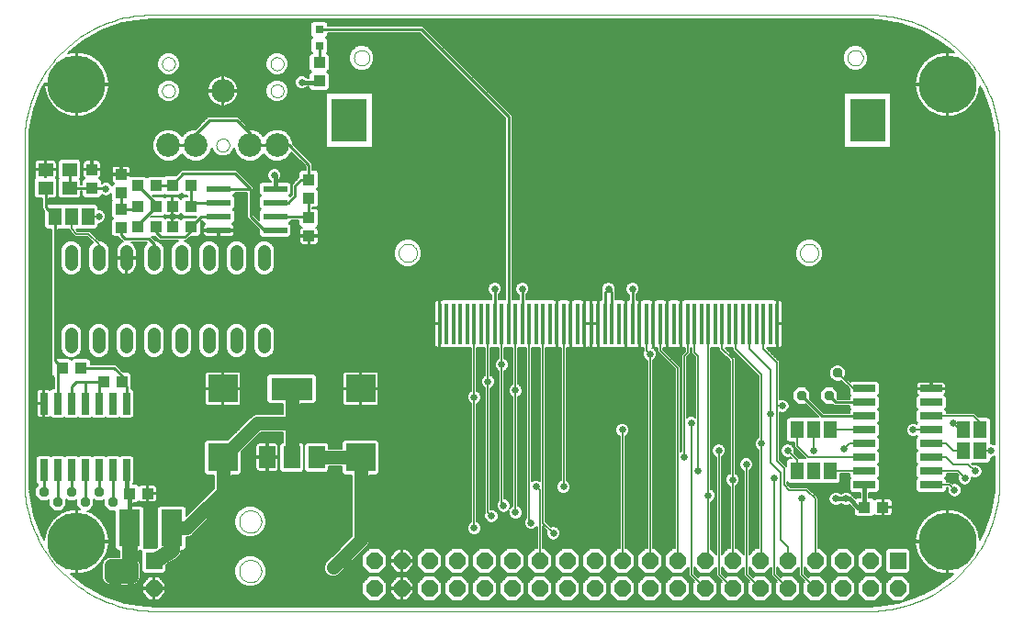
<source format=gtl>
G75*
%MOIN*%
%OFA0B0*%
%FSLAX24Y24*%
%IPPOS*%
%LPD*%
%AMOC8*
5,1,8,0,0,1.08239X$1,22.5*
%
%ADD10C,0.0000*%
%ADD11C,0.2100*%
%ADD12R,0.0600X0.0600*%
%ADD13OC8,0.0600*%
%ADD14R,0.0394X0.0433*%
%ADD15R,0.0433X0.0394*%
%ADD16R,0.0748X0.1339*%
%ADD17R,0.0161X0.1476*%
%ADD18R,0.1260X0.1575*%
%ADD19R,0.0800X0.0260*%
%ADD20R,0.0460X0.0630*%
%ADD21C,0.0480*%
%ADD22R,0.0551X0.0472*%
%ADD23OC8,0.0337*%
%ADD24C,0.0860*%
%ADD25R,0.0590X0.0790*%
%ADD26R,0.1500X0.0790*%
%ADD27R,0.1063X0.1004*%
%ADD28R,0.0866X0.0236*%
%ADD29R,0.0315X0.0315*%
%ADD30R,0.0260X0.0800*%
%ADD31C,0.0160*%
%ADD32C,0.0100*%
%ADD33C,0.0258*%
%ADD34C,0.0320*%
%ADD35C,0.0500*%
%ADD36C,0.0560*%
%ADD37C,0.0050*%
%ADD38C,0.0376*%
D10*
X005755Y001046D02*
X031560Y001046D01*
X036319Y005748D02*
X036319Y018019D01*
X036316Y018156D01*
X036309Y018293D01*
X036298Y018429D01*
X036284Y018566D01*
X036265Y018701D01*
X036242Y018836D01*
X036216Y018971D01*
X036185Y019104D01*
X036151Y019237D01*
X036113Y019369D01*
X036071Y019499D01*
X036025Y019628D01*
X035975Y019756D01*
X035922Y019882D01*
X035865Y020007D01*
X035805Y020130D01*
X035741Y020251D01*
X035673Y020370D01*
X035602Y020487D01*
X035528Y020602D01*
X035450Y020715D01*
X035370Y020826D01*
X035286Y020934D01*
X035198Y021040D01*
X035108Y021143D01*
X035015Y021243D01*
X034919Y021341D01*
X034820Y021436D01*
X034718Y021528D01*
X034614Y021617D01*
X034507Y021703D01*
X034398Y021785D01*
X034287Y021865D01*
X034173Y021941D01*
X034057Y022014D01*
X033939Y022083D01*
X033819Y022149D01*
X033697Y022212D01*
X033573Y022271D01*
X033448Y022326D01*
X033321Y022378D01*
X033193Y022426D01*
X033063Y022470D01*
X032932Y022510D01*
X032800Y022547D01*
X032667Y022580D01*
X032533Y022608D01*
X032398Y022633D01*
X032263Y022654D01*
X032127Y022671D01*
X031991Y022685D01*
X031854Y022694D01*
X031717Y022699D01*
X031580Y022700D01*
X005623Y022700D01*
X005920Y020922D02*
X005922Y020952D01*
X005928Y020982D01*
X005937Y021011D01*
X005950Y021038D01*
X005967Y021063D01*
X005986Y021086D01*
X006009Y021107D01*
X006034Y021124D01*
X006060Y021138D01*
X006089Y021148D01*
X006118Y021155D01*
X006148Y021158D01*
X006179Y021157D01*
X006209Y021152D01*
X006238Y021143D01*
X006265Y021131D01*
X006291Y021116D01*
X006315Y021097D01*
X006336Y021075D01*
X006354Y021051D01*
X006369Y021024D01*
X006380Y020996D01*
X006388Y020967D01*
X006392Y020937D01*
X006392Y020907D01*
X006388Y020877D01*
X006380Y020848D01*
X006369Y020820D01*
X006354Y020793D01*
X006336Y020769D01*
X006315Y020747D01*
X006291Y020728D01*
X006265Y020713D01*
X006238Y020701D01*
X006209Y020692D01*
X006179Y020687D01*
X006148Y020686D01*
X006118Y020689D01*
X006089Y020696D01*
X006060Y020706D01*
X006034Y020720D01*
X006009Y020737D01*
X005986Y020758D01*
X005967Y020781D01*
X005950Y020806D01*
X005937Y020833D01*
X005928Y020862D01*
X005922Y020892D01*
X005920Y020922D01*
X005920Y019938D02*
X005922Y019968D01*
X005928Y019998D01*
X005937Y020027D01*
X005950Y020054D01*
X005967Y020079D01*
X005986Y020102D01*
X006009Y020123D01*
X006034Y020140D01*
X006060Y020154D01*
X006089Y020164D01*
X006118Y020171D01*
X006148Y020174D01*
X006179Y020173D01*
X006209Y020168D01*
X006238Y020159D01*
X006265Y020147D01*
X006291Y020132D01*
X006315Y020113D01*
X006336Y020091D01*
X006354Y020067D01*
X006369Y020040D01*
X006380Y020012D01*
X006388Y019983D01*
X006392Y019953D01*
X006392Y019923D01*
X006388Y019893D01*
X006380Y019864D01*
X006369Y019836D01*
X006354Y019809D01*
X006336Y019785D01*
X006315Y019763D01*
X006291Y019744D01*
X006265Y019729D01*
X006238Y019717D01*
X006209Y019708D01*
X006179Y019703D01*
X006148Y019702D01*
X006118Y019705D01*
X006089Y019712D01*
X006060Y019722D01*
X006034Y019736D01*
X006009Y019753D01*
X005986Y019774D01*
X005967Y019797D01*
X005950Y019822D01*
X005937Y019849D01*
X005928Y019878D01*
X005922Y019908D01*
X005920Y019938D01*
X005622Y022700D02*
X005487Y022699D01*
X005353Y022695D01*
X005218Y022687D01*
X005084Y022675D01*
X004950Y022659D01*
X004816Y022640D01*
X004683Y022616D01*
X004551Y022589D01*
X004420Y022557D01*
X004290Y022522D01*
X004161Y022483D01*
X004033Y022441D01*
X003906Y022394D01*
X003781Y022344D01*
X003657Y022291D01*
X003535Y022233D01*
X003415Y022173D01*
X003296Y022109D01*
X003179Y022041D01*
X003065Y021970D01*
X002952Y021896D01*
X002842Y021818D01*
X002733Y021737D01*
X002628Y021654D01*
X002525Y021567D01*
X002424Y021477D01*
X002326Y021384D01*
X002231Y021289D01*
X002138Y021190D01*
X002049Y021090D01*
X001962Y020986D01*
X001879Y020880D01*
X001798Y020772D01*
X001721Y020661D01*
X001647Y020548D01*
X001577Y020434D01*
X001509Y020317D01*
X001446Y020198D01*
X001385Y020077D01*
X001328Y019955D01*
X001275Y019831D01*
X001226Y019705D01*
X001180Y019579D01*
X001137Y019451D01*
X001099Y019321D01*
X001064Y019191D01*
X001033Y019060D01*
X001006Y018928D01*
X000983Y018795D01*
X000964Y018661D01*
X000948Y018527D01*
X000937Y018393D01*
X000929Y018258D01*
X000925Y018123D01*
X000926Y018123D02*
X000926Y005692D01*
X000930Y005557D01*
X000939Y005422D01*
X000951Y005287D01*
X000967Y005153D01*
X000987Y005019D01*
X001011Y004886D01*
X001038Y004754D01*
X001070Y004622D01*
X001105Y004491D01*
X001144Y004362D01*
X001186Y004233D01*
X001232Y004106D01*
X001282Y003980D01*
X001335Y003856D01*
X001392Y003733D01*
X001452Y003612D01*
X001516Y003492D01*
X001583Y003375D01*
X001654Y003259D01*
X001727Y003146D01*
X001804Y003035D01*
X001884Y002926D01*
X001968Y002819D01*
X002054Y002714D01*
X002143Y002613D01*
X002235Y002513D01*
X002330Y002417D01*
X002427Y002323D01*
X002527Y002232D01*
X002630Y002144D01*
X002735Y002059D01*
X002843Y001977D01*
X002953Y001898D01*
X003065Y001822D01*
X003179Y001749D01*
X003295Y001680D01*
X003413Y001614D01*
X003533Y001552D01*
X003655Y001493D01*
X003778Y001437D01*
X003903Y001385D01*
X004030Y001336D01*
X004157Y001292D01*
X004286Y001250D01*
X004416Y001213D01*
X004547Y001179D01*
X004679Y001149D01*
X004812Y001123D01*
X004945Y001101D01*
X005079Y001082D01*
X005214Y001067D01*
X005349Y001056D01*
X005484Y001049D01*
X005619Y001046D01*
X005755Y001047D01*
X008725Y002500D02*
X008727Y002540D01*
X008733Y002579D01*
X008743Y002618D01*
X008756Y002655D01*
X008774Y002691D01*
X008795Y002725D01*
X008819Y002757D01*
X008846Y002786D01*
X008876Y002813D01*
X008908Y002836D01*
X008943Y002856D01*
X008979Y002872D01*
X009017Y002885D01*
X009056Y002894D01*
X009095Y002899D01*
X009135Y002900D01*
X009175Y002897D01*
X009214Y002890D01*
X009252Y002879D01*
X009290Y002865D01*
X009325Y002846D01*
X009358Y002825D01*
X009390Y002800D01*
X009418Y002772D01*
X009444Y002742D01*
X009466Y002709D01*
X009485Y002674D01*
X009501Y002637D01*
X009513Y002599D01*
X009521Y002560D01*
X009525Y002520D01*
X009525Y002480D01*
X009521Y002440D01*
X009513Y002401D01*
X009501Y002363D01*
X009485Y002326D01*
X009466Y002291D01*
X009444Y002258D01*
X009418Y002228D01*
X009390Y002200D01*
X009358Y002175D01*
X009325Y002154D01*
X009290Y002135D01*
X009252Y002121D01*
X009214Y002110D01*
X009175Y002103D01*
X009135Y002100D01*
X009095Y002101D01*
X009056Y002106D01*
X009017Y002115D01*
X008979Y002128D01*
X008943Y002144D01*
X008908Y002164D01*
X008876Y002187D01*
X008846Y002214D01*
X008819Y002243D01*
X008795Y002275D01*
X008774Y002309D01*
X008756Y002345D01*
X008743Y002382D01*
X008733Y002421D01*
X008727Y002460D01*
X008725Y002500D01*
X008725Y004300D02*
X008727Y004340D01*
X008733Y004379D01*
X008743Y004418D01*
X008756Y004455D01*
X008774Y004491D01*
X008795Y004525D01*
X008819Y004557D01*
X008846Y004586D01*
X008876Y004613D01*
X008908Y004636D01*
X008943Y004656D01*
X008979Y004672D01*
X009017Y004685D01*
X009056Y004694D01*
X009095Y004699D01*
X009135Y004700D01*
X009175Y004697D01*
X009214Y004690D01*
X009252Y004679D01*
X009290Y004665D01*
X009325Y004646D01*
X009358Y004625D01*
X009390Y004600D01*
X009418Y004572D01*
X009444Y004542D01*
X009466Y004509D01*
X009485Y004474D01*
X009501Y004437D01*
X009513Y004399D01*
X009521Y004360D01*
X009525Y004320D01*
X009525Y004280D01*
X009521Y004240D01*
X009513Y004201D01*
X009501Y004163D01*
X009485Y004126D01*
X009466Y004091D01*
X009444Y004058D01*
X009418Y004028D01*
X009390Y004000D01*
X009358Y003975D01*
X009325Y003954D01*
X009290Y003935D01*
X009252Y003921D01*
X009214Y003910D01*
X009175Y003903D01*
X009135Y003900D01*
X009095Y003901D01*
X009056Y003906D01*
X009017Y003915D01*
X008979Y003928D01*
X008943Y003944D01*
X008908Y003964D01*
X008876Y003987D01*
X008846Y004014D01*
X008819Y004043D01*
X008795Y004075D01*
X008774Y004109D01*
X008756Y004145D01*
X008743Y004182D01*
X008733Y004221D01*
X008727Y004260D01*
X008725Y004300D01*
X014512Y014052D02*
X014514Y014088D01*
X014520Y014123D01*
X014529Y014157D01*
X014543Y014191D01*
X014559Y014222D01*
X014579Y014252D01*
X014602Y014279D01*
X014628Y014304D01*
X014657Y014325D01*
X014687Y014344D01*
X014720Y014359D01*
X014754Y014370D01*
X014789Y014378D01*
X014824Y014382D01*
X014860Y014382D01*
X014895Y014378D01*
X014930Y014370D01*
X014964Y014359D01*
X014997Y014344D01*
X015027Y014325D01*
X015056Y014304D01*
X015082Y014279D01*
X015105Y014252D01*
X015125Y014222D01*
X015141Y014191D01*
X015155Y014157D01*
X015164Y014123D01*
X015170Y014088D01*
X015172Y014052D01*
X015170Y014016D01*
X015164Y013981D01*
X015155Y013947D01*
X015141Y013913D01*
X015125Y013882D01*
X015105Y013852D01*
X015082Y013825D01*
X015056Y013800D01*
X015027Y013779D01*
X014997Y013760D01*
X014964Y013745D01*
X014930Y013734D01*
X014895Y013726D01*
X014860Y013722D01*
X014824Y013722D01*
X014789Y013726D01*
X014754Y013734D01*
X014720Y013745D01*
X014687Y013760D01*
X014657Y013779D01*
X014628Y013800D01*
X014602Y013825D01*
X014579Y013852D01*
X014559Y013882D01*
X014543Y013913D01*
X014529Y013947D01*
X014520Y013981D01*
X014514Y014016D01*
X014512Y014052D01*
X007889Y017969D02*
X007891Y017999D01*
X007897Y018029D01*
X007906Y018058D01*
X007919Y018085D01*
X007936Y018110D01*
X007955Y018133D01*
X007978Y018154D01*
X008003Y018171D01*
X008029Y018185D01*
X008058Y018195D01*
X008087Y018202D01*
X008117Y018205D01*
X008148Y018204D01*
X008178Y018199D01*
X008207Y018190D01*
X008234Y018178D01*
X008260Y018163D01*
X008284Y018144D01*
X008305Y018122D01*
X008323Y018098D01*
X008338Y018071D01*
X008349Y018043D01*
X008357Y018014D01*
X008361Y017984D01*
X008361Y017954D01*
X008357Y017924D01*
X008349Y017895D01*
X008338Y017867D01*
X008323Y017840D01*
X008305Y017816D01*
X008284Y017794D01*
X008260Y017775D01*
X008234Y017760D01*
X008207Y017748D01*
X008178Y017739D01*
X008148Y017734D01*
X008117Y017733D01*
X008087Y017736D01*
X008058Y017743D01*
X008029Y017753D01*
X008003Y017767D01*
X007978Y017784D01*
X007955Y017805D01*
X007936Y017828D01*
X007919Y017853D01*
X007906Y017880D01*
X007897Y017909D01*
X007891Y017939D01*
X007889Y017969D01*
X009858Y019938D02*
X009860Y019968D01*
X009866Y019998D01*
X009875Y020027D01*
X009888Y020054D01*
X009905Y020079D01*
X009924Y020102D01*
X009947Y020123D01*
X009972Y020140D01*
X009998Y020154D01*
X010027Y020164D01*
X010056Y020171D01*
X010086Y020174D01*
X010117Y020173D01*
X010147Y020168D01*
X010176Y020159D01*
X010203Y020147D01*
X010229Y020132D01*
X010253Y020113D01*
X010274Y020091D01*
X010292Y020067D01*
X010307Y020040D01*
X010318Y020012D01*
X010326Y019983D01*
X010330Y019953D01*
X010330Y019923D01*
X010326Y019893D01*
X010318Y019864D01*
X010307Y019836D01*
X010292Y019809D01*
X010274Y019785D01*
X010253Y019763D01*
X010229Y019744D01*
X010203Y019729D01*
X010176Y019717D01*
X010147Y019708D01*
X010117Y019703D01*
X010086Y019702D01*
X010056Y019705D01*
X010027Y019712D01*
X009998Y019722D01*
X009972Y019736D01*
X009947Y019753D01*
X009924Y019774D01*
X009905Y019797D01*
X009888Y019822D01*
X009875Y019849D01*
X009866Y019878D01*
X009860Y019908D01*
X009858Y019938D01*
X009858Y020922D02*
X009860Y020952D01*
X009866Y020982D01*
X009875Y021011D01*
X009888Y021038D01*
X009905Y021063D01*
X009924Y021086D01*
X009947Y021107D01*
X009972Y021124D01*
X009998Y021138D01*
X010027Y021148D01*
X010056Y021155D01*
X010086Y021158D01*
X010117Y021157D01*
X010147Y021152D01*
X010176Y021143D01*
X010203Y021131D01*
X010229Y021116D01*
X010253Y021097D01*
X010274Y021075D01*
X010292Y021051D01*
X010307Y021024D01*
X010318Y020996D01*
X010326Y020967D01*
X010330Y020937D01*
X010330Y020907D01*
X010326Y020877D01*
X010318Y020848D01*
X010307Y020820D01*
X010292Y020793D01*
X010274Y020769D01*
X010253Y020747D01*
X010229Y020728D01*
X010203Y020713D01*
X010176Y020701D01*
X010147Y020692D01*
X010117Y020687D01*
X010086Y020686D01*
X010056Y020689D01*
X010027Y020696D01*
X009998Y020706D01*
X009972Y020720D01*
X009947Y020737D01*
X009924Y020758D01*
X009905Y020781D01*
X009888Y020806D01*
X009875Y020833D01*
X009866Y020862D01*
X009860Y020892D01*
X009858Y020922D01*
X012888Y021139D02*
X012890Y021172D01*
X012896Y021205D01*
X012906Y021236D01*
X012919Y021267D01*
X012936Y021295D01*
X012956Y021322D01*
X012979Y021346D01*
X013005Y021366D01*
X013033Y021384D01*
X013063Y021398D01*
X013094Y021409D01*
X013127Y021416D01*
X013160Y021419D01*
X013193Y021418D01*
X013226Y021413D01*
X013258Y021404D01*
X013288Y021392D01*
X013317Y021376D01*
X013344Y021356D01*
X013369Y021334D01*
X013391Y021309D01*
X013409Y021281D01*
X013424Y021252D01*
X013436Y021221D01*
X013444Y021189D01*
X013448Y021156D01*
X013448Y021122D01*
X013444Y021089D01*
X013436Y021057D01*
X013424Y021026D01*
X013409Y020997D01*
X013391Y020969D01*
X013369Y020944D01*
X013344Y020922D01*
X013317Y020902D01*
X013288Y020886D01*
X013258Y020874D01*
X013226Y020865D01*
X013193Y020860D01*
X013160Y020859D01*
X013127Y020862D01*
X013094Y020869D01*
X013063Y020880D01*
X013033Y020894D01*
X013005Y020912D01*
X012979Y020932D01*
X012956Y020956D01*
X012936Y020983D01*
X012919Y021011D01*
X012906Y021042D01*
X012896Y021073D01*
X012890Y021106D01*
X012888Y021139D01*
X029078Y014052D02*
X029080Y014088D01*
X029086Y014123D01*
X029095Y014157D01*
X029109Y014191D01*
X029125Y014222D01*
X029145Y014252D01*
X029168Y014279D01*
X029194Y014304D01*
X029223Y014325D01*
X029253Y014344D01*
X029286Y014359D01*
X029320Y014370D01*
X029355Y014378D01*
X029390Y014382D01*
X029426Y014382D01*
X029461Y014378D01*
X029496Y014370D01*
X029530Y014359D01*
X029563Y014344D01*
X029593Y014325D01*
X029622Y014304D01*
X029648Y014279D01*
X029671Y014252D01*
X029691Y014222D01*
X029707Y014191D01*
X029721Y014157D01*
X029730Y014123D01*
X029736Y014088D01*
X029738Y014052D01*
X029736Y014016D01*
X029730Y013981D01*
X029721Y013947D01*
X029707Y013913D01*
X029691Y013882D01*
X029671Y013852D01*
X029648Y013825D01*
X029622Y013800D01*
X029593Y013779D01*
X029563Y013760D01*
X029530Y013745D01*
X029496Y013734D01*
X029461Y013726D01*
X029426Y013722D01*
X029390Y013722D01*
X029355Y013726D01*
X029320Y013734D01*
X029286Y013745D01*
X029253Y013760D01*
X029223Y013779D01*
X029194Y013800D01*
X029168Y013825D01*
X029145Y013852D01*
X029125Y013882D01*
X029109Y013913D01*
X029095Y013947D01*
X029086Y013981D01*
X029080Y014016D01*
X029078Y014052D01*
X030802Y021139D02*
X030804Y021172D01*
X030810Y021205D01*
X030820Y021236D01*
X030833Y021267D01*
X030850Y021295D01*
X030870Y021322D01*
X030893Y021346D01*
X030919Y021366D01*
X030947Y021384D01*
X030977Y021398D01*
X031008Y021409D01*
X031041Y021416D01*
X031074Y021419D01*
X031107Y021418D01*
X031140Y021413D01*
X031172Y021404D01*
X031202Y021392D01*
X031231Y021376D01*
X031258Y021356D01*
X031283Y021334D01*
X031305Y021309D01*
X031323Y021281D01*
X031338Y021252D01*
X031350Y021221D01*
X031358Y021189D01*
X031362Y021156D01*
X031362Y021122D01*
X031358Y021089D01*
X031350Y021057D01*
X031338Y021026D01*
X031323Y020997D01*
X031305Y020969D01*
X031283Y020944D01*
X031258Y020922D01*
X031231Y020902D01*
X031202Y020886D01*
X031172Y020874D01*
X031140Y020865D01*
X031107Y020860D01*
X031074Y020859D01*
X031041Y020862D01*
X031008Y020869D01*
X030977Y020880D01*
X030947Y020894D01*
X030919Y020912D01*
X030893Y020932D01*
X030870Y020956D01*
X030850Y020983D01*
X030833Y021011D01*
X030820Y021042D01*
X030810Y021073D01*
X030804Y021106D01*
X030802Y021139D01*
X036319Y005748D02*
X036316Y005613D01*
X036310Y005478D01*
X036299Y005343D01*
X036285Y005209D01*
X036267Y005075D01*
X036245Y004942D01*
X036219Y004809D01*
X036189Y004677D01*
X036156Y004546D01*
X036119Y004417D01*
X036078Y004288D01*
X036034Y004160D01*
X035986Y004034D01*
X035935Y003909D01*
X035879Y003786D01*
X035821Y003664D01*
X035759Y003544D01*
X035693Y003426D01*
X035624Y003310D01*
X035552Y003195D01*
X035477Y003083D01*
X035399Y002973D01*
X035317Y002866D01*
X035232Y002760D01*
X035145Y002658D01*
X035054Y002557D01*
X034961Y002460D01*
X034865Y002365D01*
X034766Y002273D01*
X034664Y002183D01*
X034561Y002097D01*
X034454Y002014D01*
X034346Y001933D01*
X034235Y001856D01*
X034122Y001782D01*
X034007Y001712D01*
X033890Y001644D01*
X033771Y001580D01*
X033650Y001520D01*
X033527Y001462D01*
X033403Y001409D01*
X033278Y001359D01*
X033151Y001312D01*
X033023Y001270D01*
X032894Y001231D01*
X032763Y001195D01*
X032632Y001163D01*
X032500Y001136D01*
X032367Y001111D01*
X032233Y001091D01*
X032099Y001075D01*
X031965Y001062D01*
X031830Y001053D01*
X031695Y001048D01*
X031560Y001047D01*
D11*
X034428Y003572D03*
X034428Y020178D03*
X002822Y020178D03*
X002822Y003572D03*
D12*
X005625Y002875D03*
X032625Y002875D03*
D13*
X031625Y002875D03*
X030625Y002875D03*
X029625Y002875D03*
X028625Y002875D03*
X027625Y002875D03*
X026625Y002875D03*
X025625Y002875D03*
X024625Y002875D03*
X023625Y002875D03*
X022625Y002875D03*
X021625Y002875D03*
X020625Y002875D03*
X019625Y002875D03*
X018625Y002875D03*
X017625Y002875D03*
X016625Y002875D03*
X015625Y002875D03*
X014625Y002875D03*
X013625Y002875D03*
X013625Y001875D03*
X014625Y001875D03*
X015625Y001875D03*
X016625Y001875D03*
X017625Y001875D03*
X018625Y001875D03*
X019625Y001875D03*
X020625Y001875D03*
X021625Y001875D03*
X022625Y001875D03*
X023625Y001875D03*
X024625Y001875D03*
X025625Y001875D03*
X026625Y001875D03*
X027625Y001875D03*
X028625Y001875D03*
X029625Y001875D03*
X030625Y001875D03*
X031625Y001875D03*
X032625Y001875D03*
X005625Y001875D03*
D14*
X004460Y009375D03*
X003790Y009375D03*
X005040Y015000D03*
X005710Y015000D03*
X005710Y015750D03*
X006290Y015750D03*
X006960Y015750D03*
X006960Y016500D03*
X006290Y016500D03*
X005040Y015750D03*
X003375Y016415D03*
X003375Y017085D03*
D15*
X004438Y016897D03*
X005040Y016500D03*
X004438Y016228D03*
X004438Y015647D03*
X004438Y014978D03*
X006290Y015000D03*
X006960Y015000D03*
X005710Y016500D03*
X011250Y016710D03*
X011250Y016040D03*
X011250Y015335D03*
X011250Y014665D03*
X011625Y020290D03*
X011625Y020960D03*
X002960Y009875D03*
X002290Y009875D03*
X004728Y005313D03*
X005397Y005313D03*
X031415Y004813D03*
X032085Y004813D03*
D16*
X006268Y004063D03*
X004732Y004063D03*
D17*
X016000Y011481D03*
X016250Y011481D03*
X016500Y011481D03*
X016750Y011481D03*
X017000Y011481D03*
X017250Y011481D03*
X017500Y011481D03*
X017750Y011481D03*
X018000Y011481D03*
X018250Y011481D03*
X018500Y011481D03*
X018750Y011481D03*
X019000Y011481D03*
X019250Y011481D03*
X019500Y011481D03*
X019750Y011481D03*
X020000Y011481D03*
X020250Y011481D03*
X020500Y011481D03*
X020750Y011481D03*
X021000Y011481D03*
X021250Y011481D03*
X021500Y011481D03*
X021750Y011481D03*
X022000Y011481D03*
X022250Y011481D03*
X022500Y011481D03*
X022750Y011481D03*
X023000Y011481D03*
X023250Y011481D03*
X023500Y011481D03*
X023750Y011481D03*
X024000Y011481D03*
X024250Y011481D03*
X024500Y011481D03*
X024750Y011481D03*
X025000Y011481D03*
X025250Y011481D03*
X025500Y011481D03*
X025750Y011481D03*
X026000Y011481D03*
X026250Y011481D03*
X026500Y011481D03*
X026750Y011481D03*
X027000Y011481D03*
X027250Y011481D03*
X027500Y011481D03*
X027750Y011481D03*
X028000Y011481D03*
X028250Y011481D03*
D18*
X031528Y018873D03*
X012722Y018873D03*
D19*
X031415Y009125D03*
X031415Y008625D03*
X031415Y008125D03*
X031415Y007625D03*
X031415Y007125D03*
X031415Y006625D03*
X031415Y006125D03*
X031415Y005625D03*
X033835Y005625D03*
X033835Y006125D03*
X033835Y006625D03*
X033835Y007125D03*
X033835Y007625D03*
X033835Y008125D03*
X033835Y008625D03*
X033835Y009125D03*
D20*
X035013Y007625D03*
X035613Y007625D03*
X035613Y006875D03*
X035013Y006875D03*
X030163Y006125D03*
X029563Y006125D03*
X028963Y006125D03*
X028963Y007625D03*
X029563Y007625D03*
X030163Y007625D03*
X003225Y015375D03*
X002625Y015375D03*
X002025Y015375D03*
D21*
X002625Y014115D02*
X002625Y013635D01*
X003625Y013635D02*
X003625Y014115D01*
X004625Y014115D02*
X004625Y013635D01*
X005625Y013635D02*
X005625Y014115D01*
X006625Y014115D02*
X006625Y013635D01*
X007625Y013635D02*
X007625Y014115D01*
X008625Y014115D02*
X008625Y013635D01*
X009625Y013635D02*
X009625Y014115D01*
X009625Y011115D02*
X009625Y010635D01*
X008625Y010635D02*
X008625Y011115D01*
X007625Y011115D02*
X007625Y010635D01*
X006625Y010635D02*
X006625Y011115D01*
X005625Y011115D02*
X005625Y010635D01*
X004625Y010635D02*
X004625Y011115D01*
X003625Y011115D02*
X003625Y010635D01*
X002625Y010635D02*
X002625Y011115D01*
D22*
X002558Y016415D03*
X001692Y016415D03*
X001692Y017085D03*
X002558Y017085D03*
D23*
X002625Y005375D03*
X002125Y005000D03*
X001625Y005375D03*
X003125Y005000D03*
X003625Y005375D03*
X004125Y005000D03*
X029125Y008875D03*
X030125Y008875D03*
D24*
X010094Y017969D03*
X009109Y017969D03*
X007141Y017969D03*
X006156Y017969D03*
X008125Y019938D03*
D25*
X009735Y006635D03*
X010635Y006635D03*
X011535Y006635D03*
D26*
X010625Y009115D03*
D27*
X008125Y009125D03*
X008125Y006625D03*
X013125Y006625D03*
X013125Y009125D03*
D28*
X010024Y014875D03*
X010024Y015375D03*
X010024Y015875D03*
X010024Y016375D03*
X007976Y016375D03*
X007976Y015875D03*
X007976Y015375D03*
X007976Y014875D03*
D29*
X011625Y021580D03*
X011625Y022170D03*
D30*
X004625Y008585D03*
X004125Y008585D03*
X003625Y008585D03*
X003125Y008585D03*
X002625Y008585D03*
X002125Y008585D03*
X001625Y008585D03*
X001625Y006165D03*
X002125Y006165D03*
X002625Y006165D03*
X003125Y006165D03*
X003625Y006165D03*
X004125Y006165D03*
X004625Y006165D03*
D31*
X004625Y005415D01*
X004728Y005313D02*
X004728Y003978D01*
X004625Y003875D01*
X003415Y016375D02*
X003375Y016415D01*
X010000Y016399D02*
X010024Y016375D01*
X010024Y016851D01*
X010000Y016875D01*
X011000Y020250D02*
X011585Y020250D01*
X011625Y020290D01*
X031415Y005625D02*
X031415Y004813D01*
X031415Y004813D01*
X031188Y004813D01*
X030875Y005125D01*
X030750Y005125D01*
X030375Y005125D01*
X031415Y005625D02*
X031415Y005625D01*
D32*
X031415Y008125D02*
X029875Y008125D01*
X029125Y008875D01*
X030125Y008875D02*
X030375Y008625D01*
X031415Y008625D01*
X023000Y011481D02*
X023000Y012750D01*
X022250Y012625D02*
X022125Y012750D01*
X022000Y012625D01*
X022000Y011481D01*
X022250Y011481D02*
X022250Y012625D01*
X019000Y012750D02*
X019000Y011481D01*
X018500Y011481D02*
X018500Y019000D01*
X015330Y022170D01*
X011625Y022170D01*
X011625Y021580D02*
X011625Y020960D01*
X009125Y018375D02*
X008625Y018875D01*
X007625Y018875D01*
X007125Y018375D01*
X007141Y018359D01*
X007141Y017969D01*
X006156Y017969D01*
X006688Y016938D02*
X006290Y016540D01*
X006290Y016500D01*
X005710Y016500D01*
X005710Y015831D02*
X005040Y016500D01*
X004438Y016228D02*
X004438Y015647D01*
X004938Y015647D01*
X005040Y015750D01*
X005040Y015081D02*
X005710Y015750D01*
X005710Y015831D01*
X005710Y015000D02*
X005710Y014790D01*
X005875Y014625D01*
X006750Y014625D01*
X006960Y014835D01*
X006960Y015000D01*
X007335Y015375D01*
X007976Y015375D01*
X007976Y015875D02*
X007085Y015875D01*
X006960Y015750D01*
X006960Y016500D01*
X006688Y016938D02*
X008563Y016938D01*
X009125Y016375D01*
X007976Y016375D01*
X009125Y016375D02*
X009125Y015375D01*
X009625Y014875D01*
X010024Y014875D01*
X010024Y015375D02*
X011210Y015375D01*
X011250Y015335D01*
X011250Y016040D01*
X010750Y016125D02*
X010750Y016500D01*
X010960Y016710D01*
X011250Y016710D01*
X011250Y017250D01*
X010531Y017969D01*
X010094Y017969D01*
X009109Y017969D01*
X009125Y017985D01*
X009125Y018375D01*
X010750Y016125D02*
X010500Y015875D01*
X010024Y015875D01*
X011085Y015375D02*
X011250Y015335D01*
X005625Y014375D02*
X005625Y013875D01*
X005625Y014375D02*
X005438Y014563D01*
X004563Y014563D01*
X004438Y014688D01*
X004438Y014978D01*
X005040Y015000D02*
X005040Y015081D01*
X003875Y016375D02*
X003835Y016415D01*
X002558Y016415D01*
X002558Y017085D01*
X001692Y016415D02*
X001692Y015708D01*
X002025Y015375D01*
X002025Y010140D01*
X002290Y009875D01*
X002125Y009710D02*
X002125Y008585D01*
X002625Y008585D02*
X002625Y009188D01*
X002813Y009375D01*
X003125Y009375D01*
X003125Y008585D01*
X003625Y008585D02*
X003625Y009210D01*
X003790Y009375D01*
X003125Y009375D01*
X002960Y009875D02*
X004188Y009875D01*
X004460Y009603D01*
X004460Y009375D01*
X004625Y009210D01*
X004625Y008585D01*
X004125Y006165D02*
X004125Y005000D01*
X003625Y005375D02*
X003625Y006165D01*
X003125Y006165D02*
X003125Y005000D01*
X002625Y005375D02*
X002625Y006165D01*
X002125Y006165D02*
X002125Y005000D01*
X001625Y005375D02*
X001625Y006165D01*
X018000Y011481D02*
X018000Y012750D01*
D33*
X018000Y012750D03*
X019000Y012750D03*
X022125Y012750D03*
X023000Y012750D03*
X023625Y010375D03*
X024000Y010000D03*
X024063Y009375D03*
X025125Y009375D03*
X025125Y010063D03*
X024563Y010375D03*
X023000Y010063D03*
X023000Y009063D03*
X024063Y007938D03*
X024063Y007375D03*
X024875Y006625D03*
X025375Y006125D03*
X026125Y006875D03*
X026125Y007375D03*
X027125Y007375D03*
X027688Y007125D03*
X028625Y006875D03*
X029563Y006875D03*
X029563Y006125D03*
X030688Y006938D03*
X030750Y005125D03*
X030375Y005125D03*
X029125Y005125D03*
X028125Y005875D03*
X027125Y006375D03*
X026625Y005813D03*
X025750Y005250D03*
X022625Y007625D03*
X021813Y007750D03*
X021875Y006500D03*
X020500Y005563D03*
X019500Y005563D03*
X018313Y004875D03*
X018750Y004625D03*
X019313Y004250D03*
X020125Y003875D03*
X017875Y004500D03*
X017250Y004063D03*
X018500Y006500D03*
X019500Y006500D03*
X019500Y007625D03*
X018500Y007625D03*
X017250Y008813D03*
X017750Y009375D03*
X018250Y010000D03*
X018750Y009063D03*
X019500Y009000D03*
X019500Y010063D03*
X025125Y007875D03*
X026125Y009375D03*
X026125Y010063D03*
X027125Y009375D03*
X028438Y008500D03*
X028000Y008188D03*
X033188Y007625D03*
X034625Y007875D03*
X034625Y008875D03*
X035125Y008875D03*
X035625Y008875D03*
X036000Y006875D03*
X035438Y006125D03*
X035063Y005875D03*
X035125Y005375D03*
X034688Y005438D03*
X035625Y005375D03*
X035625Y004875D03*
X011000Y020250D03*
X010000Y016875D03*
X006313Y015375D03*
X003875Y016375D03*
X003625Y015375D03*
X004063Y002688D03*
X004438Y002688D03*
X004813Y002688D03*
X004813Y002313D03*
X004438Y002313D03*
X004063Y002313D03*
D34*
X004438Y002313D01*
X004545Y002205D01*
X004438Y002688D02*
X004063Y002688D01*
X004438Y002688D02*
X004813Y002688D01*
D35*
X004063Y002688D01*
X004063Y002313D01*
X004813Y002313D01*
X004813Y002688D01*
X006268Y004063D02*
X006813Y004063D01*
X008125Y005375D01*
X008125Y006625D01*
X009375Y007875D01*
X010625Y007875D01*
X010625Y006645D01*
X010635Y006635D01*
X011535Y006635D02*
X011545Y006625D01*
X013125Y006625D01*
X013125Y003625D01*
X012875Y003375D01*
X012500Y003000D01*
X012125Y002625D01*
X010625Y007875D02*
X010625Y009115D01*
D36*
X006268Y004063D02*
X006268Y003268D01*
X005625Y002875D01*
X004732Y002607D02*
X004625Y002500D01*
X004732Y002607D02*
X004732Y004063D01*
D37*
X003118Y001996D02*
X002594Y002419D01*
X002625Y002412D01*
X002756Y002397D01*
X002797Y002397D01*
X002797Y003547D01*
X002847Y003547D01*
X002847Y003597D01*
X002797Y003597D01*
X002797Y004747D01*
X002756Y004747D01*
X002625Y004732D01*
X002496Y004703D01*
X002371Y004659D01*
X002253Y004602D01*
X002141Y004532D01*
X002038Y004449D01*
X001944Y004356D01*
X001862Y004253D01*
X001792Y004141D01*
X001735Y004022D01*
X001691Y003898D01*
X001662Y003769D01*
X001647Y003640D01*
X001565Y003776D01*
X001279Y004518D01*
X001126Y005298D01*
X001101Y005695D01*
X001101Y018121D01*
X001123Y018510D01*
X001268Y019274D01*
X001543Y020001D01*
X001663Y020203D01*
X002797Y020203D01*
X002797Y020153D01*
X002847Y020153D01*
X002847Y020203D01*
X003997Y020203D01*
X003997Y020244D01*
X003982Y020375D01*
X003953Y020504D01*
X003909Y020629D01*
X003852Y020747D01*
X003782Y020859D01*
X003699Y020962D01*
X003606Y021056D01*
X003503Y021138D01*
X003391Y021208D01*
X003272Y021265D01*
X003148Y021309D01*
X003019Y021338D01*
X002888Y021353D01*
X002847Y021353D01*
X002847Y020203D01*
X002797Y020203D01*
X002797Y021353D01*
X002756Y021353D01*
X002625Y021338D01*
X002515Y021313D01*
X003051Y021751D01*
X003729Y022131D01*
X004464Y022388D01*
X005231Y022513D01*
X005620Y022525D01*
X005621Y022525D01*
X005693Y022524D01*
X005694Y022525D01*
X031508Y022525D01*
X031509Y022524D01*
X031581Y022525D01*
X031977Y022510D01*
X032756Y022378D01*
X032756Y022378D01*
X033501Y022112D01*
X034188Y021721D01*
X034658Y021331D01*
X034625Y021338D01*
X034494Y021353D01*
X034453Y021353D01*
X034453Y020203D01*
X034403Y020203D01*
X034403Y020153D01*
X034453Y020153D01*
X034453Y019003D01*
X034494Y019003D01*
X034625Y019018D01*
X034754Y019047D01*
X034879Y019091D01*
X034997Y019148D01*
X035109Y019218D01*
X035212Y019301D01*
X035306Y019394D01*
X035388Y019497D01*
X035458Y019609D01*
X035515Y019728D01*
X035559Y019852D01*
X035588Y019981D01*
X035603Y020110D01*
X035708Y019932D01*
X035983Y019190D01*
X036125Y018413D01*
X036144Y018018D01*
X036144Y007090D01*
X036051Y007129D01*
X035997Y007129D01*
X035997Y008004D01*
X035907Y008095D01*
X035546Y008095D01*
X035416Y008225D01*
X034390Y008225D01*
X034390Y008319D01*
X034334Y008375D01*
X034390Y008431D01*
X034390Y008819D01*
X034313Y008896D01*
X034335Y008918D01*
X034351Y008947D01*
X034360Y008979D01*
X034360Y009100D01*
X033860Y009100D01*
X033860Y009150D01*
X033810Y009150D01*
X033810Y009380D01*
X033419Y009380D01*
X033387Y009371D01*
X033358Y009355D01*
X033335Y009332D01*
X033319Y009303D01*
X033310Y009271D01*
X033310Y009150D01*
X033810Y009150D01*
X033810Y009100D01*
X033310Y009100D01*
X033310Y008979D01*
X033319Y008947D01*
X033335Y008918D01*
X033357Y008896D01*
X033280Y008819D01*
X033280Y008431D01*
X033336Y008375D01*
X033280Y008319D01*
X033280Y007931D01*
X033336Y007875D01*
X033310Y007849D01*
X033238Y007879D01*
X033137Y007879D01*
X033044Y007840D01*
X032972Y007769D01*
X032933Y007676D01*
X032933Y007574D01*
X032972Y007481D01*
X033044Y007410D01*
X033137Y007371D01*
X033238Y007371D01*
X033310Y007401D01*
X033336Y007375D01*
X033280Y007319D01*
X033280Y006931D01*
X033336Y006875D01*
X033280Y006819D01*
X033280Y006431D01*
X033336Y006375D01*
X033280Y006319D01*
X033280Y005931D01*
X033336Y005875D01*
X033280Y005819D01*
X033280Y005431D01*
X033371Y005340D01*
X034299Y005340D01*
X034390Y005431D01*
X034390Y005525D01*
X034449Y005525D01*
X034433Y005488D01*
X034433Y005387D01*
X034472Y005294D01*
X034544Y005222D01*
X034637Y005183D01*
X034738Y005183D01*
X034831Y005222D01*
X034903Y005294D01*
X034942Y005387D01*
X034942Y005488D01*
X034903Y005581D01*
X034831Y005653D01*
X034738Y005692D01*
X034637Y005692D01*
X034593Y005673D01*
X034541Y005725D01*
X034390Y005725D01*
X034390Y005819D01*
X034334Y005875D01*
X034390Y005931D01*
X034390Y006025D01*
X034771Y006025D01*
X034827Y005969D01*
X034808Y005926D01*
X034808Y005824D01*
X034847Y005731D01*
X034919Y005660D01*
X035012Y005621D01*
X035113Y005621D01*
X035206Y005660D01*
X035278Y005731D01*
X035317Y005824D01*
X035317Y005900D01*
X035387Y005871D01*
X035488Y005871D01*
X035581Y005910D01*
X035653Y005981D01*
X035692Y006074D01*
X035692Y006176D01*
X035653Y006269D01*
X035581Y006340D01*
X035581Y006341D02*
X036144Y006341D01*
X036144Y006389D02*
X035315Y006389D01*
X035318Y006405D02*
X035907Y006405D01*
X035997Y006496D01*
X035997Y006621D01*
X036051Y006621D01*
X036144Y006660D01*
X036144Y006660D01*
X036144Y005749D01*
X036128Y005391D01*
X036012Y004686D01*
X035787Y004008D01*
X035602Y003650D01*
X035588Y003769D01*
X035559Y003898D01*
X035515Y004022D01*
X035458Y004141D01*
X035388Y004253D01*
X035306Y004356D01*
X035212Y004449D01*
X035109Y004532D01*
X034997Y004602D01*
X034879Y004659D01*
X034754Y004703D01*
X034625Y004732D01*
X034494Y004747D01*
X034453Y004747D01*
X034453Y003597D01*
X034403Y003597D01*
X034403Y004747D01*
X034362Y004747D01*
X034231Y004732D01*
X034102Y004703D01*
X033978Y004659D01*
X033859Y004602D01*
X033747Y004532D01*
X033644Y004449D01*
X033551Y004356D01*
X033468Y004253D01*
X033398Y004141D01*
X033341Y004022D01*
X033297Y003898D01*
X033268Y003769D01*
X033253Y003638D01*
X033253Y003597D01*
X034403Y003597D01*
X034403Y003547D01*
X033253Y003547D01*
X033253Y003506D01*
X033268Y003375D01*
X033297Y003246D01*
X033341Y003121D01*
X033398Y003003D01*
X033468Y002891D01*
X033551Y002788D01*
X033644Y002694D01*
X033747Y002612D01*
X033859Y002542D01*
X033978Y002485D01*
X034102Y002441D01*
X034231Y002412D01*
X034362Y002397D01*
X034403Y002397D01*
X034403Y003547D01*
X034453Y003547D01*
X034453Y002397D01*
X034494Y002397D01*
X034625Y002412D01*
X034651Y002417D01*
X034526Y002295D01*
X033945Y001878D01*
X033306Y001557D01*
X032625Y001341D01*
X031919Y001233D01*
X031561Y001221D01*
X031560Y001221D01*
X031489Y001222D01*
X031488Y001221D01*
X005825Y001221D01*
X005824Y001223D01*
X005753Y001221D01*
X005750Y001221D01*
X005353Y001231D01*
X004567Y001354D01*
X003815Y001611D01*
X003118Y001996D01*
X003155Y001976D02*
X004442Y001976D01*
X004447Y001970D02*
X004642Y001970D01*
X004659Y001988D01*
X004877Y001988D01*
X004997Y002037D01*
X005088Y002128D01*
X005137Y002248D01*
X005137Y002752D01*
X005088Y002872D01*
X005087Y002872D01*
X005087Y003238D01*
X005170Y003238D01*
X005170Y002511D01*
X005261Y002420D01*
X005989Y002420D01*
X006080Y002511D01*
X006080Y002737D01*
X006429Y002950D01*
X006469Y002967D01*
X006489Y002987D01*
X006513Y003002D01*
X006538Y003036D01*
X006569Y003067D01*
X006580Y003093D01*
X006596Y003116D01*
X006606Y003157D01*
X006623Y003197D01*
X006623Y003225D01*
X006626Y003238D01*
X006706Y003238D01*
X006797Y003329D01*
X006797Y003738D01*
X006877Y003738D01*
X006997Y003787D01*
X007088Y003878D01*
X008401Y005191D01*
X008450Y005310D01*
X008450Y005968D01*
X008721Y005968D01*
X008811Y006059D01*
X008811Y006852D01*
X009510Y007550D01*
X010300Y007550D01*
X010300Y007185D01*
X010276Y007185D01*
X010185Y007094D01*
X010185Y006176D01*
X010276Y006085D01*
X010994Y006085D01*
X011085Y006176D01*
X011176Y006085D01*
X011894Y006085D01*
X011985Y006176D01*
X011985Y006300D01*
X012439Y006300D01*
X012439Y006059D01*
X012529Y005968D01*
X012800Y005968D01*
X012800Y003760D01*
X012599Y003559D01*
X012224Y003184D01*
X011849Y002809D01*
X011800Y002690D01*
X011800Y002560D01*
X011849Y002441D01*
X011941Y002349D01*
X012060Y002300D01*
X012190Y002300D01*
X012309Y002349D01*
X012684Y002724D01*
X013059Y003099D01*
X013309Y003349D01*
X013401Y003441D01*
X013450Y003560D01*
X013450Y005968D01*
X013721Y005968D01*
X013811Y006059D01*
X013811Y007191D01*
X013721Y007282D01*
X012529Y007282D01*
X012439Y007191D01*
X012439Y006950D01*
X011985Y006950D01*
X011985Y007094D01*
X011894Y007185D01*
X011176Y007185D01*
X011085Y007094D01*
X011085Y006176D01*
X011085Y007094D01*
X010994Y007185D01*
X010950Y007185D01*
X010950Y008565D01*
X011439Y008565D01*
X011530Y008656D01*
X011530Y009574D01*
X011439Y009665D01*
X009811Y009665D01*
X009720Y009574D01*
X009720Y008656D01*
X009811Y008565D01*
X010300Y008565D01*
X010300Y008200D01*
X009310Y008200D01*
X009191Y008151D01*
X009099Y008059D01*
X008322Y007282D01*
X007529Y007282D01*
X007439Y007191D01*
X007439Y006059D01*
X007529Y005968D01*
X007800Y005968D01*
X007800Y005510D01*
X006797Y004506D01*
X006797Y004796D01*
X006706Y004887D01*
X005830Y004887D01*
X005739Y004796D01*
X005739Y003361D01*
X005689Y003330D01*
X005261Y003330D01*
X005261Y004796D01*
X005170Y004887D01*
X004883Y004887D01*
X004883Y004961D01*
X005009Y004961D01*
X005084Y005036D01*
X005104Y005016D01*
X005132Y004999D01*
X005164Y004991D01*
X005372Y004991D01*
X005372Y005287D01*
X005422Y005287D01*
X005422Y004991D01*
X005630Y004991D01*
X005662Y004999D01*
X005690Y005016D01*
X005714Y005039D01*
X005730Y005067D01*
X005739Y005099D01*
X005739Y005288D01*
X005422Y005288D01*
X005422Y005337D01*
X005739Y005337D01*
X005739Y005526D01*
X005730Y005558D01*
X005714Y005586D01*
X005690Y005609D01*
X005662Y005626D01*
X005630Y005634D01*
X005422Y005634D01*
X005422Y005338D01*
X005372Y005338D01*
X005372Y005634D01*
X005164Y005634D01*
X005132Y005626D01*
X005104Y005609D01*
X005084Y005589D01*
X005009Y005664D01*
X004873Y005664D01*
X004910Y005701D01*
X004910Y006629D01*
X004819Y006720D01*
X004431Y006720D01*
X004375Y006664D01*
X004319Y006720D01*
X003931Y006720D01*
X003875Y006664D01*
X003819Y006720D01*
X003431Y006720D01*
X003375Y006664D01*
X003319Y006720D01*
X002931Y006720D01*
X002875Y006664D01*
X002819Y006720D01*
X002431Y006720D01*
X002375Y006664D01*
X002319Y006720D01*
X001931Y006720D01*
X001875Y006664D01*
X001819Y006720D01*
X001431Y006720D01*
X001340Y006629D01*
X001340Y005701D01*
X001417Y005624D01*
X001302Y005509D01*
X001302Y005241D01*
X001491Y005052D01*
X001759Y005052D01*
X001802Y005094D01*
X001802Y004866D01*
X001991Y004677D01*
X002259Y004677D01*
X002448Y004866D01*
X002448Y005094D01*
X002491Y005052D01*
X002759Y005052D01*
X002802Y005094D01*
X002802Y004866D01*
X002925Y004743D01*
X002888Y004747D01*
X002847Y004747D01*
X002847Y003597D01*
X003997Y003597D01*
X003997Y003638D01*
X003982Y003769D01*
X003953Y003898D01*
X003909Y004022D01*
X003852Y004141D01*
X003782Y004253D01*
X003699Y004356D01*
X003606Y004449D01*
X003503Y004532D01*
X003391Y004602D01*
X003272Y004659D01*
X003222Y004677D01*
X003259Y004677D01*
X003448Y004866D01*
X003448Y005094D01*
X003491Y005052D01*
X003759Y005052D01*
X003802Y005094D01*
X003802Y004866D01*
X003991Y004677D01*
X004203Y004677D01*
X004203Y003329D01*
X004294Y003238D01*
X004377Y003238D01*
X004377Y003012D01*
X003998Y003012D01*
X003878Y002963D01*
X003787Y002872D01*
X003738Y002752D01*
X003738Y002248D01*
X003787Y002128D01*
X003878Y002037D01*
X003998Y001988D01*
X004430Y001988D01*
X004447Y001970D01*
X004647Y001976D02*
X005200Y001976D01*
X005200Y002024D02*
X004965Y002024D01*
X005032Y002073D02*
X005221Y002073D01*
X005200Y002051D02*
X005200Y001900D01*
X005600Y001900D01*
X005600Y002300D01*
X005449Y002300D01*
X005200Y002051D01*
X005270Y002121D02*
X005081Y002121D01*
X005105Y002170D02*
X005318Y002170D01*
X005367Y002218D02*
X005125Y002218D01*
X005137Y002267D02*
X005415Y002267D01*
X005600Y002267D02*
X005650Y002267D01*
X005650Y002300D02*
X005801Y002300D01*
X006050Y002051D01*
X006050Y001900D01*
X005650Y001900D01*
X005650Y001850D01*
X006050Y001850D01*
X006050Y001699D01*
X005801Y001450D01*
X005650Y001450D01*
X005650Y001850D01*
X005600Y001850D01*
X005600Y001450D01*
X005449Y001450D01*
X005200Y001699D01*
X005200Y001850D01*
X005600Y001850D01*
X005600Y001900D01*
X005650Y001900D01*
X005650Y002300D01*
X005650Y002218D02*
X005600Y002218D01*
X005600Y002170D02*
X005650Y002170D01*
X005650Y002121D02*
X005600Y002121D01*
X005600Y002073D02*
X005650Y002073D01*
X005650Y002024D02*
X005600Y002024D01*
X005600Y001976D02*
X005650Y001976D01*
X005650Y001927D02*
X005600Y001927D01*
X005600Y001879D02*
X003331Y001879D01*
X003243Y001927D02*
X005200Y001927D01*
X005200Y001830D02*
X003419Y001830D01*
X003507Y001782D02*
X005200Y001782D01*
X005200Y001733D02*
X003594Y001733D01*
X003682Y001685D02*
X005214Y001685D01*
X005263Y001636D02*
X003770Y001636D01*
X003885Y001588D02*
X005311Y001588D01*
X005360Y001539D02*
X004026Y001539D01*
X004168Y001491D02*
X005408Y001491D01*
X005600Y001491D02*
X005650Y001491D01*
X005650Y001539D02*
X005600Y001539D01*
X005600Y001588D02*
X005650Y001588D01*
X005650Y001636D02*
X005600Y001636D01*
X005600Y001685D02*
X005650Y001685D01*
X005650Y001733D02*
X005600Y001733D01*
X005600Y001782D02*
X005650Y001782D01*
X005650Y001830D02*
X005600Y001830D01*
X005650Y001879D02*
X013170Y001879D01*
X013170Y001927D02*
X009244Y001927D01*
X009239Y001925D02*
X009451Y002013D01*
X009612Y002174D01*
X009700Y002386D01*
X009700Y002614D01*
X009612Y002826D01*
X009451Y002987D01*
X009239Y003075D01*
X009011Y003075D01*
X008799Y002987D01*
X008638Y002826D01*
X008550Y002614D01*
X008550Y002386D01*
X008638Y002174D01*
X008799Y002013D01*
X009011Y001925D01*
X009239Y001925D01*
X009361Y001976D02*
X013170Y001976D01*
X013170Y002024D02*
X009462Y002024D01*
X009511Y002073D02*
X013179Y002073D01*
X013170Y002063D02*
X013170Y001687D01*
X013437Y001420D01*
X013813Y001420D01*
X014080Y001687D01*
X014080Y002063D01*
X013813Y002330D01*
X013437Y002330D01*
X013170Y002063D01*
X013228Y002121D02*
X009559Y002121D01*
X009608Y002170D02*
X013276Y002170D01*
X013325Y002218D02*
X009631Y002218D01*
X009651Y002267D02*
X013373Y002267D01*
X013422Y002315D02*
X012226Y002315D01*
X012323Y002364D02*
X025025Y002364D01*
X025025Y002334D02*
X025233Y002126D01*
X025170Y002063D01*
X025170Y001687D01*
X025437Y001420D01*
X025813Y001420D01*
X026080Y001687D01*
X026080Y002063D01*
X025813Y002330D01*
X025437Y002330D01*
X025374Y002267D01*
X025225Y002416D01*
X025225Y002632D01*
X025437Y002420D01*
X025813Y002420D01*
X026025Y002632D01*
X026025Y002334D01*
X026233Y002126D01*
X026170Y002063D01*
X026170Y001687D01*
X026437Y001420D01*
X026813Y001420D01*
X027080Y001687D01*
X027080Y002063D01*
X026813Y002330D01*
X026437Y002330D01*
X026374Y002267D01*
X026225Y002416D01*
X026225Y002632D01*
X026437Y002420D01*
X026813Y002420D01*
X027025Y002632D01*
X027025Y002334D01*
X027233Y002126D01*
X027170Y002063D01*
X027170Y001687D01*
X027437Y001420D01*
X027813Y001420D01*
X028080Y001687D01*
X028080Y002063D01*
X027813Y002330D01*
X027437Y002330D01*
X027374Y002267D01*
X027225Y002416D01*
X027225Y002632D01*
X027437Y002420D01*
X027813Y002420D01*
X028025Y002632D01*
X028025Y002334D01*
X028233Y002126D01*
X028170Y002063D01*
X028170Y001687D01*
X028437Y001420D01*
X028813Y001420D01*
X029080Y001687D01*
X029080Y002063D01*
X028813Y002330D01*
X028437Y002330D01*
X028374Y002267D01*
X028225Y002416D01*
X028225Y002632D01*
X028437Y002420D01*
X028813Y002420D01*
X029025Y002632D01*
X029025Y002334D01*
X029233Y002126D01*
X029170Y002063D01*
X029170Y001687D01*
X029437Y001420D01*
X029813Y001420D01*
X030080Y001687D01*
X030080Y002063D01*
X029813Y002330D01*
X029437Y002330D01*
X029374Y002267D01*
X029225Y002416D01*
X029225Y002632D01*
X029437Y002420D01*
X029813Y002420D01*
X030080Y002687D01*
X030080Y003063D01*
X029813Y003330D01*
X029725Y003330D01*
X029725Y005166D01*
X029666Y005225D01*
X030141Y005225D01*
X030160Y005269D02*
X030121Y005176D01*
X030121Y005074D01*
X030160Y004981D01*
X030231Y004910D01*
X030324Y004871D01*
X030426Y004871D01*
X030519Y004910D01*
X030562Y004953D01*
X030606Y004910D01*
X030699Y004871D01*
X030801Y004871D01*
X030878Y004903D01*
X031044Y004737D01*
X031044Y004551D01*
X031135Y004461D01*
X031696Y004461D01*
X031771Y004536D01*
X031791Y004516D01*
X031820Y004499D01*
X031852Y004491D01*
X032060Y004491D01*
X032060Y004787D01*
X032110Y004787D01*
X032110Y004788D02*
X032110Y004837D01*
X036037Y004837D01*
X036045Y004886D02*
X032426Y004886D01*
X032426Y004934D02*
X036053Y004934D01*
X036061Y004983D02*
X032426Y004983D01*
X032426Y005026D02*
X032418Y005058D01*
X032401Y005086D01*
X032378Y005109D01*
X032349Y005126D01*
X032318Y005134D01*
X032110Y005134D01*
X032110Y004838D01*
X032060Y004838D01*
X032060Y005134D01*
X031852Y005134D01*
X031820Y005126D01*
X031791Y005109D01*
X031771Y005089D01*
X031696Y005164D01*
X031570Y005164D01*
X031570Y005340D01*
X031879Y005340D01*
X031970Y005431D01*
X031970Y005819D01*
X031914Y005875D01*
X031970Y005931D01*
X031970Y006319D01*
X031914Y006375D01*
X031970Y006431D01*
X031970Y006819D01*
X031914Y006875D01*
X031970Y006931D01*
X031970Y007319D01*
X031914Y007375D01*
X031970Y007431D01*
X031970Y007819D01*
X031914Y007875D01*
X031970Y007931D01*
X031970Y008319D01*
X031914Y008375D01*
X031970Y008431D01*
X031970Y008819D01*
X031914Y008875D01*
X031970Y008931D01*
X031970Y009319D01*
X031879Y009410D01*
X030951Y009410D01*
X030904Y009363D01*
X030719Y009548D01*
X030751Y009625D01*
X030751Y009750D01*
X030703Y009865D01*
X030615Y009953D01*
X030500Y010001D01*
X030375Y010001D01*
X030260Y009953D01*
X030172Y009865D01*
X030124Y009750D01*
X030124Y009625D01*
X030172Y009510D01*
X030260Y009422D01*
X030375Y009374D01*
X030500Y009374D01*
X030577Y009406D01*
X030860Y009123D01*
X030860Y008931D01*
X030916Y008875D01*
X030860Y008819D01*
X030860Y008750D01*
X030448Y008750D01*
X030448Y009009D01*
X030259Y009198D01*
X029991Y009198D01*
X029802Y009009D01*
X029802Y008741D01*
X029991Y008552D01*
X030259Y008552D01*
X030265Y008558D01*
X030323Y008500D01*
X030860Y008500D01*
X030860Y008431D01*
X030916Y008375D01*
X030860Y008319D01*
X030860Y008250D01*
X029927Y008250D01*
X029442Y008735D01*
X029448Y008741D01*
X029448Y009009D01*
X029259Y009198D01*
X028991Y009198D01*
X028802Y009009D01*
X028802Y008741D01*
X028991Y008552D01*
X029259Y008552D01*
X029265Y008558D01*
X029728Y008095D01*
X029268Y008095D01*
X029263Y008089D01*
X029257Y008095D01*
X028668Y008095D01*
X028578Y008004D01*
X028578Y007246D01*
X028668Y007155D01*
X028863Y007155D01*
X028863Y006996D01*
X029266Y006593D01*
X029263Y006589D01*
X029257Y006595D01*
X029046Y006595D01*
X028861Y006781D01*
X028879Y006824D01*
X028879Y006926D01*
X028840Y007019D01*
X028769Y007090D01*
X028676Y007129D01*
X028574Y007129D01*
X028481Y007090D01*
X028410Y007019D01*
X028371Y006926D01*
X028371Y006824D01*
X028410Y006731D01*
X028481Y006660D01*
X028574Y006621D01*
X028676Y006621D01*
X028719Y006639D01*
X028764Y006595D01*
X028668Y006595D01*
X028578Y006504D01*
X028578Y006314D01*
X028541Y006350D01*
X028350Y006541D01*
X028350Y008261D01*
X028387Y008246D01*
X028488Y008246D01*
X028581Y008285D01*
X028653Y008356D01*
X028692Y008449D01*
X028692Y008551D01*
X028653Y008644D01*
X028581Y008715D01*
X028488Y008754D01*
X028387Y008754D01*
X028350Y008739D01*
X028350Y010104D01*
X028291Y010162D01*
X027866Y010588D01*
X028145Y010588D01*
X028175Y010618D01*
X028235Y010618D01*
X028235Y010678D01*
X028236Y010679D01*
X028236Y011466D01*
X028265Y011466D01*
X028265Y010618D01*
X028347Y010618D01*
X028379Y010627D01*
X028407Y010643D01*
X028431Y010666D01*
X028447Y010695D01*
X028456Y010727D01*
X028456Y011466D01*
X028265Y011466D01*
X028265Y011497D01*
X028236Y011497D01*
X028236Y012284D01*
X028235Y012285D01*
X028235Y012344D01*
X028175Y012344D01*
X028145Y012374D01*
X024855Y012374D01*
X024825Y012344D01*
X024765Y012344D01*
X024765Y012285D01*
X024764Y012284D01*
X024764Y011497D01*
X024736Y011497D01*
X024736Y012284D01*
X024735Y012285D01*
X024735Y012344D01*
X024675Y012344D01*
X024645Y012374D01*
X024355Y012374D01*
X024325Y012344D01*
X024265Y012344D01*
X024265Y012285D01*
X024264Y012284D01*
X024264Y011497D01*
X024236Y011497D01*
X024236Y012284D01*
X024235Y012285D01*
X024235Y012344D01*
X024175Y012344D01*
X024145Y012374D01*
X023855Y012374D01*
X023825Y012344D01*
X023765Y012344D01*
X023765Y012285D01*
X023764Y012284D01*
X023764Y011497D01*
X023736Y011497D01*
X023736Y012284D01*
X023735Y012285D01*
X023735Y012344D01*
X023675Y012344D01*
X023645Y012374D01*
X023355Y012374D01*
X023325Y012344D01*
X023265Y012344D01*
X023265Y012285D01*
X023264Y012284D01*
X023264Y011497D01*
X023236Y011497D01*
X023236Y012284D01*
X023235Y012285D01*
X023235Y012344D01*
X023175Y012344D01*
X023145Y012374D01*
X023125Y012374D01*
X023125Y012527D01*
X023144Y012535D01*
X023215Y012606D01*
X023254Y012699D01*
X023254Y012801D01*
X023215Y012894D01*
X023144Y012965D01*
X023051Y013004D01*
X022949Y013004D01*
X022856Y012965D01*
X022785Y012894D01*
X022746Y012801D01*
X022746Y012699D01*
X022785Y012606D01*
X022856Y012535D01*
X022875Y012527D01*
X022875Y012374D01*
X022855Y012374D01*
X022825Y012344D01*
X022765Y012344D01*
X022765Y012285D01*
X022764Y012284D01*
X022764Y011497D01*
X022736Y011497D01*
X022736Y012284D01*
X022735Y012285D01*
X022735Y012344D01*
X022675Y012344D01*
X022645Y012374D01*
X022375Y012374D01*
X022375Y012677D01*
X022371Y012681D01*
X022379Y012699D01*
X022379Y012801D01*
X022340Y012894D01*
X022269Y012965D01*
X022176Y013004D01*
X022074Y013004D01*
X021981Y012965D01*
X021910Y012894D01*
X021871Y012801D01*
X021871Y012699D01*
X021879Y012681D01*
X021875Y012677D01*
X021875Y012374D01*
X021855Y012374D01*
X021825Y012344D01*
X021765Y012344D01*
X021765Y012285D01*
X021764Y012284D01*
X021764Y011497D01*
X021735Y011497D01*
X021735Y012344D01*
X021653Y012344D01*
X021625Y012337D01*
X021597Y012344D01*
X021515Y012344D01*
X021515Y011497D01*
X021485Y011497D01*
X021485Y012344D01*
X021403Y012344D01*
X021375Y012337D01*
X021347Y012344D01*
X021265Y012344D01*
X021265Y011497D01*
X021236Y011497D01*
X021236Y012284D01*
X021235Y012285D01*
X021235Y012344D01*
X021175Y012344D01*
X021145Y012374D01*
X020855Y012374D01*
X020825Y012344D01*
X020765Y012344D01*
X020765Y012285D01*
X020764Y012284D01*
X020764Y011497D01*
X020736Y011497D01*
X020736Y012284D01*
X020735Y012285D01*
X020735Y012344D01*
X020675Y012344D01*
X020645Y012374D01*
X020355Y012374D01*
X020325Y012344D01*
X020265Y012344D01*
X020265Y012285D01*
X020264Y012284D01*
X020264Y011497D01*
X020236Y011497D01*
X020236Y012284D01*
X020235Y012285D01*
X020235Y012344D01*
X020175Y012344D01*
X020145Y012374D01*
X019125Y012374D01*
X019125Y012527D01*
X019144Y012535D01*
X019215Y012606D01*
X019254Y012699D01*
X019254Y012801D01*
X019215Y012894D01*
X019144Y012965D01*
X019051Y013004D01*
X018949Y013004D01*
X018856Y012965D01*
X018785Y012894D01*
X018746Y012801D01*
X018746Y012699D01*
X018785Y012606D01*
X018856Y012535D01*
X018875Y012527D01*
X018875Y012374D01*
X018625Y012374D01*
X018625Y019052D01*
X015455Y022222D01*
X015382Y022295D01*
X011937Y022295D01*
X011937Y022392D01*
X011847Y022483D01*
X011403Y022483D01*
X011313Y022392D01*
X011313Y021949D01*
X011386Y021875D01*
X011313Y021801D01*
X011313Y021358D01*
X011359Y021311D01*
X011344Y021311D01*
X011254Y021221D01*
X011254Y020699D01*
X011327Y020625D01*
X011254Y020551D01*
X010273Y020551D01*
X010326Y020573D02*
X010442Y020689D01*
X010505Y020840D01*
X010505Y021004D01*
X010442Y021155D01*
X010326Y021270D01*
X010175Y021333D01*
X010012Y021333D01*
X009861Y021270D01*
X009745Y021155D01*
X009682Y021004D01*
X009682Y020840D01*
X009745Y020689D01*
X009861Y020573D01*
X010012Y020511D01*
X010175Y020511D01*
X010326Y020573D01*
X010353Y020600D02*
X011302Y020600D01*
X011304Y020648D02*
X010401Y020648D01*
X010445Y020697D02*
X011256Y020697D01*
X011254Y020745D02*
X010465Y020745D01*
X010486Y020794D02*
X011254Y020794D01*
X011254Y020842D02*
X010505Y020842D01*
X010505Y020891D02*
X011254Y020891D01*
X011254Y020939D02*
X010505Y020939D01*
X010505Y020988D02*
X011254Y020988D01*
X011254Y021036D02*
X010491Y021036D01*
X010471Y021085D02*
X011254Y021085D01*
X011254Y021133D02*
X010451Y021133D01*
X010415Y021182D02*
X011254Y021182D01*
X011263Y021230D02*
X010367Y021230D01*
X010307Y021279D02*
X011311Y021279D01*
X011344Y021327D02*
X010189Y021327D01*
X009998Y021327D02*
X006252Y021327D01*
X006238Y021333D02*
X006075Y021333D01*
X005924Y021270D01*
X005808Y021155D01*
X005745Y021004D01*
X005745Y020840D01*
X005808Y020689D01*
X005924Y020573D01*
X006075Y020511D01*
X006238Y020511D01*
X006389Y020573D01*
X006505Y020689D01*
X006568Y020840D01*
X006568Y021004D01*
X006505Y021155D01*
X006389Y021270D01*
X006238Y021333D01*
X006370Y021279D02*
X009880Y021279D01*
X009820Y021230D02*
X006430Y021230D01*
X006478Y021182D02*
X009772Y021182D01*
X009736Y021133D02*
X006514Y021133D01*
X006534Y021085D02*
X009716Y021085D01*
X009696Y021036D02*
X006554Y021036D01*
X006568Y020988D02*
X009682Y020988D01*
X009682Y020939D02*
X006568Y020939D01*
X006568Y020891D02*
X009682Y020891D01*
X009682Y020842D02*
X006568Y020842D01*
X006549Y020794D02*
X009701Y020794D01*
X009722Y020745D02*
X006528Y020745D01*
X006508Y020697D02*
X009742Y020697D01*
X009786Y020648D02*
X006464Y020648D01*
X006416Y020600D02*
X009834Y020600D01*
X009914Y020551D02*
X006336Y020551D01*
X006238Y020349D02*
X006075Y020349D01*
X005924Y020286D01*
X005808Y020170D01*
X005745Y020019D01*
X005745Y019856D01*
X005808Y019705D01*
X005924Y019589D01*
X006075Y019526D01*
X006238Y019526D01*
X006389Y019589D01*
X006505Y019705D01*
X006568Y019856D01*
X006568Y020019D01*
X006505Y020170D01*
X006389Y020286D01*
X006238Y020349D01*
X006335Y020309D02*
X007711Y020309D01*
X007702Y020299D02*
X007650Y020228D01*
X007611Y020151D01*
X007584Y020067D01*
X007570Y019981D01*
X007570Y019962D01*
X008100Y019962D01*
X008100Y019913D01*
X007570Y019913D01*
X007570Y019894D01*
X007584Y019808D01*
X007611Y019724D01*
X007650Y019647D01*
X007702Y019576D01*
X007763Y019514D01*
X007834Y019463D01*
X007912Y019423D01*
X007995Y019396D01*
X008081Y019383D01*
X008100Y019383D01*
X008100Y019912D01*
X008150Y019912D01*
X008150Y019383D01*
X008169Y019383D01*
X008255Y019396D01*
X008338Y019423D01*
X008416Y019463D01*
X008487Y019514D01*
X008548Y019576D01*
X008600Y019647D01*
X008639Y019724D01*
X008666Y019808D01*
X008680Y019894D01*
X008680Y019913D01*
X008150Y019913D01*
X008150Y019962D01*
X008680Y019962D01*
X008680Y019981D01*
X008666Y020067D01*
X008639Y020151D01*
X008600Y020228D01*
X008548Y020299D01*
X008487Y020361D01*
X008416Y020412D01*
X008338Y020452D01*
X008255Y020479D01*
X008169Y020492D01*
X008150Y020492D01*
X008150Y019963D01*
X008100Y019963D01*
X008100Y020492D01*
X008081Y020492D01*
X007995Y020479D01*
X007912Y020452D01*
X007834Y020412D01*
X007763Y020361D01*
X007702Y020299D01*
X007673Y020260D02*
X006415Y020260D01*
X006464Y020212D02*
X007642Y020212D01*
X007617Y020163D02*
X006508Y020163D01*
X006528Y020115D02*
X007599Y020115D01*
X007583Y020066D02*
X006548Y020066D01*
X006568Y020018D02*
X007576Y020018D01*
X007570Y019969D02*
X006568Y019969D01*
X006568Y019921D02*
X008100Y019921D01*
X008100Y019969D02*
X008150Y019969D01*
X008150Y019921D02*
X009682Y019921D01*
X009682Y019969D02*
X008680Y019969D01*
X008674Y020018D02*
X009682Y020018D01*
X009682Y020019D02*
X009682Y019856D01*
X009745Y019705D01*
X009861Y019589D01*
X010012Y019526D01*
X010175Y019526D01*
X010326Y019589D01*
X010442Y019705D01*
X010505Y019856D01*
X010505Y020019D01*
X010442Y020170D01*
X010326Y020286D01*
X010175Y020349D01*
X010012Y020349D01*
X009861Y020286D01*
X009745Y020170D01*
X009682Y020019D01*
X009702Y020066D02*
X008667Y020066D01*
X008651Y020115D02*
X009722Y020115D01*
X009742Y020163D02*
X008633Y020163D01*
X008608Y020212D02*
X009786Y020212D01*
X009835Y020260D02*
X008577Y020260D01*
X008539Y020309D02*
X009915Y020309D01*
X010272Y020309D02*
X010749Y020309D01*
X010746Y020301D02*
X010746Y020199D01*
X010785Y020106D01*
X010856Y020035D01*
X010949Y019996D01*
X011051Y019996D01*
X011144Y020035D01*
X011204Y020095D01*
X011254Y020095D01*
X011254Y020029D01*
X011344Y019939D01*
X011906Y019939D01*
X011996Y020029D01*
X011996Y020551D01*
X016772Y020551D01*
X016724Y020600D02*
X011948Y020600D01*
X011923Y020625D02*
X011996Y020699D01*
X011996Y021221D01*
X011906Y021311D01*
X011891Y021311D01*
X011937Y021358D01*
X011937Y021801D01*
X011864Y021875D01*
X011937Y021949D01*
X011937Y022045D01*
X015278Y022045D01*
X018375Y018948D01*
X018375Y012374D01*
X018125Y012374D01*
X018125Y012527D01*
X018144Y012535D01*
X018215Y012606D01*
X018254Y012699D01*
X018254Y012801D01*
X018215Y012894D01*
X018144Y012965D01*
X018051Y013004D01*
X017949Y013004D01*
X017856Y012965D01*
X017785Y012894D01*
X017746Y012801D01*
X017746Y012699D01*
X017785Y012606D01*
X017856Y012535D01*
X017875Y012527D01*
X017875Y012374D01*
X016105Y012374D01*
X016075Y012344D01*
X016015Y012344D01*
X016015Y012285D01*
X016014Y012284D01*
X016014Y011497D01*
X015985Y011497D01*
X015985Y012344D01*
X015903Y012344D01*
X015871Y012336D01*
X015843Y012320D01*
X015819Y012296D01*
X015803Y012268D01*
X015794Y012236D01*
X015794Y011497D01*
X015985Y011497D01*
X015985Y011466D01*
X016014Y011466D01*
X016014Y010679D01*
X016015Y010678D01*
X016015Y010618D01*
X016075Y010618D01*
X016105Y010588D01*
X017150Y010588D01*
X017150Y009046D01*
X017106Y009028D01*
X017035Y008956D01*
X016996Y008863D01*
X016996Y008762D01*
X017035Y008669D01*
X017106Y008597D01*
X017150Y008579D01*
X017150Y004296D01*
X017106Y004278D01*
X017035Y004206D01*
X016996Y004113D01*
X016996Y004012D01*
X017035Y003919D01*
X017106Y003847D01*
X017199Y003808D01*
X017301Y003808D01*
X017394Y003847D01*
X017465Y003919D01*
X017504Y004012D01*
X017504Y004113D01*
X017465Y004206D01*
X017394Y004278D01*
X017350Y004296D01*
X017350Y008579D01*
X017394Y008597D01*
X017465Y008669D01*
X017504Y008762D01*
X017504Y008863D01*
X017465Y008956D01*
X017394Y009028D01*
X017350Y009046D01*
X017350Y010588D01*
X017650Y010588D01*
X017650Y009609D01*
X017606Y009590D01*
X017350Y009590D01*
X017350Y009542D02*
X017557Y009542D01*
X017535Y009519D02*
X017496Y009426D01*
X017496Y009324D01*
X017535Y009231D01*
X017606Y009160D01*
X017650Y009141D01*
X017650Y004621D01*
X017621Y004551D01*
X017621Y004449D01*
X017350Y004449D01*
X017350Y004401D02*
X017641Y004401D01*
X017660Y004356D02*
X017731Y004285D01*
X017824Y004246D01*
X017926Y004246D01*
X018019Y004285D01*
X018090Y004356D01*
X018129Y004449D01*
X018567Y004449D01*
X018535Y004481D02*
X018606Y004410D01*
X018699Y004371D01*
X018801Y004371D01*
X018894Y004410D01*
X018965Y004481D01*
X019004Y004574D01*
X019004Y004676D01*
X018965Y004769D01*
X018894Y004840D01*
X018850Y004859D01*
X018850Y008829D01*
X018894Y008847D01*
X018965Y008919D01*
X019004Y009012D01*
X019004Y009113D01*
X018965Y009206D01*
X018894Y009278D01*
X018850Y009296D01*
X018850Y010588D01*
X019150Y010588D01*
X019150Y004447D01*
X019097Y004394D01*
X019058Y004301D01*
X019058Y004199D01*
X019097Y004106D01*
X019169Y004035D01*
X019262Y003996D01*
X019363Y003996D01*
X019456Y004035D01*
X019525Y004103D01*
X019525Y003330D01*
X019437Y003330D01*
X019170Y003063D01*
X019170Y002687D01*
X019437Y002420D01*
X019813Y002420D01*
X020080Y002687D01*
X020080Y003063D01*
X019813Y003330D01*
X019725Y003330D01*
X019725Y004134D01*
X019889Y003969D01*
X019871Y003926D01*
X019871Y003824D01*
X019910Y003731D01*
X019981Y003660D01*
X020074Y003621D01*
X020176Y003621D01*
X020269Y003660D01*
X020340Y003731D01*
X020379Y003824D01*
X020379Y003926D01*
X020340Y004019D01*
X020269Y004090D01*
X020176Y004129D01*
X020074Y004129D01*
X020031Y004111D01*
X019850Y004291D01*
X019850Y010588D01*
X020145Y010588D01*
X020175Y010618D01*
X020235Y010618D01*
X020235Y010678D01*
X020236Y010679D01*
X020236Y011466D01*
X020264Y011466D01*
X020264Y010679D01*
X020265Y010678D01*
X020265Y010618D01*
X020325Y010618D01*
X020355Y010588D01*
X020400Y010588D01*
X020400Y005796D01*
X020356Y005778D01*
X020285Y005706D01*
X020246Y005613D01*
X019850Y005613D01*
X019850Y005565D02*
X020246Y005565D01*
X020246Y005613D02*
X020246Y005512D01*
X020285Y005419D01*
X020356Y005347D01*
X020449Y005308D01*
X020551Y005308D01*
X020644Y005347D01*
X020715Y005419D01*
X020754Y005512D01*
X020754Y005613D01*
X022525Y005613D01*
X022525Y005565D02*
X020754Y005565D01*
X020754Y005613D02*
X020715Y005706D01*
X020644Y005778D01*
X020600Y005796D01*
X020600Y010588D01*
X020645Y010588D01*
X020675Y010618D01*
X020735Y010618D01*
X020735Y010678D01*
X020736Y010679D01*
X020736Y011466D01*
X020764Y011466D01*
X020764Y010679D01*
X020765Y010678D01*
X020765Y010618D01*
X020825Y010618D01*
X020855Y010588D01*
X021145Y010588D01*
X021175Y010618D01*
X021235Y010618D01*
X021235Y010678D01*
X021236Y010679D01*
X021236Y011466D01*
X021265Y011466D01*
X021265Y010618D01*
X021347Y010618D01*
X021375Y010626D01*
X021403Y010618D01*
X021485Y010618D01*
X021485Y011466D01*
X021515Y011466D01*
X021515Y010618D01*
X021597Y010618D01*
X021625Y010626D01*
X021653Y010618D01*
X021735Y010618D01*
X021735Y011466D01*
X021764Y011466D01*
X021764Y010679D01*
X021765Y010678D01*
X021765Y010618D01*
X021825Y010618D01*
X021855Y010588D01*
X022645Y010588D01*
X022675Y010618D01*
X022735Y010618D01*
X022735Y010678D01*
X022736Y010679D01*
X022736Y011466D01*
X022764Y011466D01*
X022764Y010679D01*
X022765Y010678D01*
X022765Y010618D01*
X022825Y010618D01*
X022855Y010588D01*
X023145Y010588D01*
X023175Y010618D01*
X023235Y010618D01*
X023235Y010678D01*
X023236Y010679D01*
X023236Y011466D01*
X023264Y011466D01*
X023264Y010679D01*
X023265Y010678D01*
X023265Y010618D01*
X023325Y010618D01*
X023355Y010588D01*
X023400Y010588D01*
X023400Y010496D01*
X023371Y010426D01*
X023371Y010324D01*
X023410Y010231D01*
X023481Y010160D01*
X023525Y010141D01*
X023525Y003330D01*
X023437Y003330D01*
X023170Y003063D01*
X023170Y002687D01*
X023437Y002420D01*
X023813Y002420D01*
X024080Y002687D01*
X024080Y003063D01*
X023813Y003330D01*
X023725Y003330D01*
X023725Y010141D01*
X023769Y010160D01*
X023840Y010231D01*
X023879Y010324D01*
X023879Y010426D01*
X023840Y010519D01*
X023769Y010590D01*
X023702Y010618D01*
X023735Y010618D01*
X023735Y010678D01*
X023736Y010679D01*
X023736Y011466D01*
X023764Y011466D01*
X023764Y010679D01*
X023765Y010678D01*
X023765Y010618D01*
X023825Y010618D01*
X023855Y010588D01*
X023900Y010588D01*
X023900Y010459D01*
X024525Y009834D01*
X024525Y003330D01*
X024437Y003330D01*
X024170Y003063D01*
X024170Y002687D01*
X024437Y002420D01*
X024813Y002420D01*
X025025Y002632D01*
X025025Y002334D01*
X025044Y002315D02*
X024828Y002315D01*
X024813Y002330D02*
X024437Y002330D01*
X024170Y002063D01*
X024170Y001687D01*
X024437Y001420D01*
X024813Y001420D01*
X025080Y001687D01*
X025080Y002063D01*
X024813Y002330D01*
X024877Y002267D02*
X025092Y002267D01*
X025141Y002218D02*
X024925Y002218D01*
X024974Y002170D02*
X025189Y002170D01*
X025228Y002121D02*
X025022Y002121D01*
X025071Y002073D02*
X025179Y002073D01*
X025170Y002024D02*
X025080Y002024D01*
X025080Y001976D02*
X025170Y001976D01*
X025170Y001927D02*
X025080Y001927D01*
X025080Y001879D02*
X025170Y001879D01*
X025170Y001830D02*
X025080Y001830D01*
X025080Y001782D02*
X025170Y001782D01*
X025170Y001733D02*
X025080Y001733D01*
X025078Y001685D02*
X025172Y001685D01*
X025221Y001636D02*
X025029Y001636D01*
X024981Y001588D02*
X025269Y001588D01*
X025318Y001539D02*
X024932Y001539D01*
X024884Y001491D02*
X025366Y001491D01*
X025415Y001442D02*
X024835Y001442D01*
X024415Y001442D02*
X023835Y001442D01*
X023813Y001420D02*
X023437Y001420D01*
X023170Y001687D01*
X023170Y002063D01*
X023437Y002330D01*
X023813Y002330D01*
X024080Y002063D01*
X024080Y001687D01*
X023813Y001420D01*
X023884Y001491D02*
X024366Y001491D01*
X024318Y001539D02*
X023932Y001539D01*
X023981Y001588D02*
X024269Y001588D01*
X024221Y001636D02*
X024029Y001636D01*
X024078Y001685D02*
X024172Y001685D01*
X024170Y001733D02*
X024080Y001733D01*
X024080Y001782D02*
X024170Y001782D01*
X024170Y001830D02*
X024080Y001830D01*
X024080Y001879D02*
X024170Y001879D01*
X024170Y001927D02*
X024080Y001927D01*
X024080Y001976D02*
X024170Y001976D01*
X024170Y002024D02*
X024080Y002024D01*
X024071Y002073D02*
X024179Y002073D01*
X024228Y002121D02*
X024022Y002121D01*
X023974Y002170D02*
X024276Y002170D01*
X024325Y002218D02*
X023925Y002218D01*
X023877Y002267D02*
X024373Y002267D01*
X024422Y002315D02*
X023828Y002315D01*
X023854Y002461D02*
X024396Y002461D01*
X024348Y002509D02*
X023902Y002509D01*
X023951Y002558D02*
X024299Y002558D01*
X024251Y002606D02*
X023999Y002606D01*
X024048Y002655D02*
X024202Y002655D01*
X024170Y002703D02*
X024080Y002703D01*
X024080Y002752D02*
X024170Y002752D01*
X024170Y002800D02*
X024080Y002800D01*
X024080Y002849D02*
X024170Y002849D01*
X024170Y002897D02*
X024080Y002897D01*
X024080Y002946D02*
X024170Y002946D01*
X024170Y002994D02*
X024080Y002994D01*
X024080Y003043D02*
X024170Y003043D01*
X024198Y003091D02*
X024052Y003091D01*
X024004Y003140D02*
X024246Y003140D01*
X024295Y003188D02*
X023955Y003188D01*
X023907Y003237D02*
X024343Y003237D01*
X024392Y003285D02*
X023858Y003285D01*
X023725Y003334D02*
X024525Y003334D01*
X024525Y003382D02*
X023725Y003382D01*
X023725Y003431D02*
X024525Y003431D01*
X024525Y003479D02*
X023725Y003479D01*
X023725Y003528D02*
X024525Y003528D01*
X024525Y003576D02*
X023725Y003576D01*
X023725Y003625D02*
X024525Y003625D01*
X024525Y003673D02*
X023725Y003673D01*
X023725Y003722D02*
X024525Y003722D01*
X024525Y003770D02*
X023725Y003770D01*
X023725Y003819D02*
X024525Y003819D01*
X024525Y003867D02*
X023725Y003867D01*
X023725Y003916D02*
X024525Y003916D01*
X024525Y003964D02*
X023725Y003964D01*
X023725Y004013D02*
X024525Y004013D01*
X024525Y004061D02*
X023725Y004061D01*
X023725Y004110D02*
X024525Y004110D01*
X024525Y004158D02*
X023725Y004158D01*
X023725Y004207D02*
X024525Y004207D01*
X024525Y004255D02*
X023725Y004255D01*
X023725Y004304D02*
X024525Y004304D01*
X024525Y004352D02*
X023725Y004352D01*
X023725Y004401D02*
X024525Y004401D01*
X024525Y004449D02*
X023725Y004449D01*
X023725Y004498D02*
X024525Y004498D01*
X024525Y004546D02*
X023725Y004546D01*
X023725Y004595D02*
X024525Y004595D01*
X024525Y004643D02*
X023725Y004643D01*
X023725Y004692D02*
X024525Y004692D01*
X024525Y004740D02*
X023725Y004740D01*
X023725Y004789D02*
X024525Y004789D01*
X024525Y004837D02*
X023725Y004837D01*
X023725Y004886D02*
X024525Y004886D01*
X024525Y004934D02*
X023725Y004934D01*
X023725Y004983D02*
X024525Y004983D01*
X024525Y005031D02*
X023725Y005031D01*
X023725Y005080D02*
X024525Y005080D01*
X024525Y005128D02*
X023725Y005128D01*
X023725Y005177D02*
X024525Y005177D01*
X024525Y005225D02*
X023725Y005225D01*
X023725Y005274D02*
X024525Y005274D01*
X024525Y005322D02*
X023725Y005322D01*
X023725Y005371D02*
X024525Y005371D01*
X024525Y005419D02*
X023725Y005419D01*
X023725Y005468D02*
X024525Y005468D01*
X024525Y005516D02*
X023725Y005516D01*
X023725Y005565D02*
X024525Y005565D01*
X024525Y005613D02*
X023725Y005613D01*
X023725Y005662D02*
X024525Y005662D01*
X024525Y005710D02*
X023725Y005710D01*
X023725Y005759D02*
X024525Y005759D01*
X024525Y005807D02*
X023725Y005807D01*
X023725Y005856D02*
X024525Y005856D01*
X024525Y005904D02*
X023725Y005904D01*
X023725Y005953D02*
X024525Y005953D01*
X024525Y006001D02*
X023725Y006001D01*
X023725Y006050D02*
X024525Y006050D01*
X024525Y006098D02*
X023725Y006098D01*
X023725Y006147D02*
X024525Y006147D01*
X024525Y006195D02*
X023725Y006195D01*
X023725Y006244D02*
X024525Y006244D01*
X024525Y006292D02*
X023725Y006292D01*
X023725Y006341D02*
X024525Y006341D01*
X024525Y006389D02*
X023725Y006389D01*
X023725Y006438D02*
X024525Y006438D01*
X024525Y006486D02*
X023725Y006486D01*
X023725Y006535D02*
X024525Y006535D01*
X024525Y006583D02*
X023725Y006583D01*
X023725Y006632D02*
X024525Y006632D01*
X024525Y006680D02*
X023725Y006680D01*
X023725Y006729D02*
X024525Y006729D01*
X024525Y006777D02*
X023725Y006777D01*
X023725Y006826D02*
X024525Y006826D01*
X024525Y006874D02*
X023725Y006874D01*
X023725Y006923D02*
X024525Y006923D01*
X024525Y006971D02*
X023725Y006971D01*
X023725Y007020D02*
X024525Y007020D01*
X024525Y007068D02*
X023725Y007068D01*
X023725Y007117D02*
X024525Y007117D01*
X024525Y007165D02*
X023725Y007165D01*
X023725Y007214D02*
X024525Y007214D01*
X024525Y007262D02*
X023725Y007262D01*
X023725Y007311D02*
X024525Y007311D01*
X024525Y007359D02*
X023725Y007359D01*
X023725Y007408D02*
X024525Y007408D01*
X024525Y007456D02*
X023725Y007456D01*
X023725Y007505D02*
X024525Y007505D01*
X024525Y007553D02*
X023725Y007553D01*
X023725Y007602D02*
X024525Y007602D01*
X024525Y007650D02*
X023725Y007650D01*
X023725Y007699D02*
X024525Y007699D01*
X024525Y007747D02*
X023725Y007747D01*
X023725Y007796D02*
X024525Y007796D01*
X024525Y007844D02*
X023725Y007844D01*
X023725Y007893D02*
X024525Y007893D01*
X024525Y007941D02*
X023725Y007941D01*
X023725Y007990D02*
X024525Y007990D01*
X024525Y008038D02*
X023725Y008038D01*
X023725Y008087D02*
X024525Y008087D01*
X024525Y008135D02*
X023725Y008135D01*
X023725Y008184D02*
X024525Y008184D01*
X024525Y008232D02*
X023725Y008232D01*
X023725Y008281D02*
X024525Y008281D01*
X024525Y008329D02*
X023725Y008329D01*
X023725Y008378D02*
X024525Y008378D01*
X024525Y008426D02*
X023725Y008426D01*
X023725Y008475D02*
X024525Y008475D01*
X024525Y008523D02*
X023725Y008523D01*
X023725Y008572D02*
X024525Y008572D01*
X024525Y008620D02*
X023725Y008620D01*
X023725Y008669D02*
X024525Y008669D01*
X024525Y008717D02*
X023725Y008717D01*
X023725Y008766D02*
X024525Y008766D01*
X024525Y008814D02*
X023725Y008814D01*
X023725Y008863D02*
X024525Y008863D01*
X024525Y008911D02*
X023725Y008911D01*
X023725Y008960D02*
X024525Y008960D01*
X024525Y009008D02*
X023725Y009008D01*
X023725Y009057D02*
X024525Y009057D01*
X024525Y009105D02*
X023725Y009105D01*
X023725Y009154D02*
X024525Y009154D01*
X024525Y009202D02*
X023725Y009202D01*
X023725Y009251D02*
X024525Y009251D01*
X024525Y009299D02*
X023725Y009299D01*
X023725Y009348D02*
X024525Y009348D01*
X024525Y009396D02*
X023725Y009396D01*
X023725Y009445D02*
X024525Y009445D01*
X024525Y009493D02*
X023725Y009493D01*
X023725Y009542D02*
X024525Y009542D01*
X024525Y009590D02*
X023725Y009590D01*
X023725Y009639D02*
X024525Y009639D01*
X024525Y009687D02*
X023725Y009687D01*
X023725Y009736D02*
X024525Y009736D01*
X024525Y009784D02*
X023725Y009784D01*
X023725Y009833D02*
X024525Y009833D01*
X024478Y009881D02*
X023725Y009881D01*
X023725Y009930D02*
X024429Y009930D01*
X024381Y009978D02*
X023725Y009978D01*
X023725Y010027D02*
X024332Y010027D01*
X024284Y010075D02*
X023725Y010075D01*
X023725Y010124D02*
X024235Y010124D01*
X024187Y010172D02*
X023781Y010172D01*
X023830Y010221D02*
X024138Y010221D01*
X024090Y010269D02*
X023856Y010269D01*
X023876Y010318D02*
X024041Y010318D01*
X023993Y010366D02*
X023879Y010366D01*
X023879Y010415D02*
X023944Y010415D01*
X023900Y010463D02*
X023864Y010463D01*
X023843Y010512D02*
X023900Y010512D01*
X023900Y010560D02*
X023799Y010560D01*
X023835Y010609D02*
X023725Y010609D01*
X023735Y010657D02*
X023765Y010657D01*
X023764Y010706D02*
X023736Y010706D01*
X023736Y010754D02*
X023764Y010754D01*
X023764Y010803D02*
X023736Y010803D01*
X023736Y010851D02*
X023764Y010851D01*
X023764Y010900D02*
X023736Y010900D01*
X023736Y010948D02*
X023764Y010948D01*
X023764Y010997D02*
X023736Y010997D01*
X023736Y011045D02*
X023764Y011045D01*
X023764Y011094D02*
X023736Y011094D01*
X023736Y011142D02*
X023764Y011142D01*
X023764Y011191D02*
X023736Y011191D01*
X023736Y011239D02*
X023764Y011239D01*
X023764Y011288D02*
X023736Y011288D01*
X023736Y011336D02*
X023764Y011336D01*
X023764Y011385D02*
X023736Y011385D01*
X023736Y011433D02*
X023764Y011433D01*
X023764Y011530D02*
X023736Y011530D01*
X023736Y011579D02*
X023764Y011579D01*
X023764Y011627D02*
X023736Y011627D01*
X023736Y011676D02*
X023764Y011676D01*
X023764Y011724D02*
X023736Y011724D01*
X023736Y011773D02*
X023764Y011773D01*
X023764Y011821D02*
X023736Y011821D01*
X023736Y011870D02*
X023764Y011870D01*
X023764Y011918D02*
X023736Y011918D01*
X023736Y011967D02*
X023764Y011967D01*
X023764Y012015D02*
X023736Y012015D01*
X023736Y012064D02*
X023764Y012064D01*
X023764Y012112D02*
X023736Y012112D01*
X023736Y012161D02*
X023764Y012161D01*
X023764Y012209D02*
X023736Y012209D01*
X023736Y012258D02*
X023764Y012258D01*
X023765Y012306D02*
X023735Y012306D01*
X023665Y012355D02*
X023835Y012355D01*
X024165Y012355D02*
X024335Y012355D01*
X024265Y012306D02*
X024235Y012306D01*
X024236Y012258D02*
X024264Y012258D01*
X024264Y012209D02*
X024236Y012209D01*
X024236Y012161D02*
X024264Y012161D01*
X024264Y012112D02*
X024236Y012112D01*
X024236Y012064D02*
X024264Y012064D01*
X024264Y012015D02*
X024236Y012015D01*
X024236Y011967D02*
X024264Y011967D01*
X024264Y011918D02*
X024236Y011918D01*
X024236Y011870D02*
X024264Y011870D01*
X024264Y011821D02*
X024236Y011821D01*
X024236Y011773D02*
X024264Y011773D01*
X024264Y011724D02*
X024236Y011724D01*
X024236Y011676D02*
X024264Y011676D01*
X024264Y011627D02*
X024236Y011627D01*
X024236Y011579D02*
X024264Y011579D01*
X024264Y011530D02*
X024236Y011530D01*
X024236Y011466D02*
X024264Y011466D01*
X024264Y010679D01*
X024265Y010678D01*
X024265Y010618D01*
X024325Y010618D01*
X024355Y010588D01*
X024645Y010588D01*
X024675Y010618D01*
X024735Y010618D01*
X024735Y010678D01*
X024736Y010679D01*
X024736Y011466D01*
X024764Y011466D01*
X024764Y010679D01*
X024765Y010678D01*
X024765Y010618D01*
X024825Y010618D01*
X024855Y010588D01*
X024900Y010588D01*
X024900Y010479D01*
X024775Y010354D01*
X024775Y006859D01*
X024731Y006840D01*
X024725Y006834D01*
X024725Y009916D01*
X024666Y009975D01*
X024100Y010541D01*
X024100Y010588D01*
X024145Y010588D01*
X024175Y010618D01*
X024235Y010618D01*
X024235Y010678D01*
X024236Y010679D01*
X024236Y011466D01*
X024236Y011433D02*
X024264Y011433D01*
X024264Y011385D02*
X024236Y011385D01*
X024236Y011336D02*
X024264Y011336D01*
X024264Y011288D02*
X024236Y011288D01*
X024236Y011239D02*
X024264Y011239D01*
X024264Y011191D02*
X024236Y011191D01*
X024236Y011142D02*
X024264Y011142D01*
X024264Y011094D02*
X024236Y011094D01*
X024236Y011045D02*
X024264Y011045D01*
X024264Y010997D02*
X024236Y010997D01*
X024236Y010948D02*
X024264Y010948D01*
X024264Y010900D02*
X024236Y010900D01*
X024236Y010851D02*
X024264Y010851D01*
X024264Y010803D02*
X024236Y010803D01*
X024236Y010754D02*
X024264Y010754D01*
X024264Y010706D02*
X024236Y010706D01*
X024235Y010657D02*
X024265Y010657D01*
X024335Y010609D02*
X024165Y010609D01*
X024100Y010560D02*
X024900Y010560D01*
X024900Y010512D02*
X024130Y010512D01*
X024178Y010463D02*
X024884Y010463D01*
X024836Y010415D02*
X024227Y010415D01*
X024275Y010366D02*
X024787Y010366D01*
X024775Y010318D02*
X024324Y010318D01*
X024372Y010269D02*
X024775Y010269D01*
X024775Y010221D02*
X024421Y010221D01*
X024469Y010172D02*
X024775Y010172D01*
X024775Y010124D02*
X024518Y010124D01*
X024566Y010075D02*
X024775Y010075D01*
X024775Y010027D02*
X024615Y010027D01*
X024663Y009978D02*
X024775Y009978D01*
X024775Y009930D02*
X024712Y009930D01*
X024725Y009881D02*
X024775Y009881D01*
X024775Y009833D02*
X024725Y009833D01*
X024725Y009784D02*
X024775Y009784D01*
X024775Y009736D02*
X024725Y009736D01*
X024725Y009687D02*
X024775Y009687D01*
X024775Y009639D02*
X024725Y009639D01*
X024725Y009590D02*
X024775Y009590D01*
X024775Y009542D02*
X024725Y009542D01*
X024725Y009493D02*
X024775Y009493D01*
X024775Y009445D02*
X024725Y009445D01*
X024725Y009396D02*
X024775Y009396D01*
X024775Y009348D02*
X024725Y009348D01*
X024725Y009299D02*
X024775Y009299D01*
X024775Y009251D02*
X024725Y009251D01*
X024725Y009202D02*
X024775Y009202D01*
X024775Y009154D02*
X024725Y009154D01*
X024725Y009105D02*
X024775Y009105D01*
X024775Y009057D02*
X024725Y009057D01*
X024725Y009008D02*
X024775Y009008D01*
X024775Y008960D02*
X024725Y008960D01*
X024725Y008911D02*
X024775Y008911D01*
X024775Y008863D02*
X024725Y008863D01*
X024725Y008814D02*
X024775Y008814D01*
X024775Y008766D02*
X024725Y008766D01*
X024725Y008717D02*
X024775Y008717D01*
X024775Y008669D02*
X024725Y008669D01*
X024725Y008620D02*
X024775Y008620D01*
X024775Y008572D02*
X024725Y008572D01*
X024725Y008523D02*
X024775Y008523D01*
X024775Y008475D02*
X024725Y008475D01*
X024725Y008426D02*
X024775Y008426D01*
X024775Y008378D02*
X024725Y008378D01*
X024725Y008329D02*
X024775Y008329D01*
X024775Y008281D02*
X024725Y008281D01*
X024725Y008232D02*
X024775Y008232D01*
X024775Y008184D02*
X024725Y008184D01*
X024725Y008135D02*
X024775Y008135D01*
X024775Y008087D02*
X024725Y008087D01*
X024725Y008038D02*
X024775Y008038D01*
X024775Y007990D02*
X024725Y007990D01*
X024725Y007941D02*
X024775Y007941D01*
X024775Y007893D02*
X024725Y007893D01*
X024725Y007844D02*
X024775Y007844D01*
X024775Y007796D02*
X024725Y007796D01*
X024725Y007747D02*
X024775Y007747D01*
X024775Y007699D02*
X024725Y007699D01*
X024725Y007650D02*
X024775Y007650D01*
X024775Y007602D02*
X024725Y007602D01*
X024725Y007553D02*
X024775Y007553D01*
X024775Y007505D02*
X024725Y007505D01*
X024725Y007456D02*
X024775Y007456D01*
X024775Y007408D02*
X024725Y007408D01*
X024725Y007359D02*
X024775Y007359D01*
X024775Y007311D02*
X024725Y007311D01*
X024725Y007262D02*
X024775Y007262D01*
X024775Y007214D02*
X024725Y007214D01*
X024725Y007165D02*
X024775Y007165D01*
X024775Y007117D02*
X024725Y007117D01*
X024725Y007068D02*
X024775Y007068D01*
X024775Y007020D02*
X024725Y007020D01*
X024725Y006971D02*
X024775Y006971D01*
X024775Y006923D02*
X024725Y006923D01*
X024725Y006874D02*
X024775Y006874D01*
X024875Y006625D02*
X024875Y010313D01*
X025000Y010438D01*
X025000Y011481D01*
X024764Y011433D02*
X024736Y011433D01*
X024736Y011385D02*
X024764Y011385D01*
X024764Y011336D02*
X024736Y011336D01*
X024736Y011288D02*
X024764Y011288D01*
X024764Y011239D02*
X024736Y011239D01*
X024736Y011191D02*
X024764Y011191D01*
X024764Y011142D02*
X024736Y011142D01*
X024736Y011094D02*
X024764Y011094D01*
X024764Y011045D02*
X024736Y011045D01*
X024736Y010997D02*
X024764Y010997D01*
X024764Y010948D02*
X024736Y010948D01*
X024736Y010900D02*
X024764Y010900D01*
X024764Y010851D02*
X024736Y010851D01*
X024736Y010803D02*
X024764Y010803D01*
X024764Y010754D02*
X024736Y010754D01*
X024736Y010706D02*
X024764Y010706D01*
X024765Y010657D02*
X024735Y010657D01*
X024665Y010609D02*
X024835Y010609D01*
X025100Y010588D02*
X025100Y010396D01*
X024975Y010271D01*
X024975Y008084D01*
X024981Y008090D01*
X025074Y008129D01*
X025176Y008129D01*
X025269Y008090D01*
X025275Y008084D01*
X025275Y010271D01*
X025150Y010396D01*
X025150Y010588D01*
X025105Y010588D01*
X025100Y010588D01*
X025100Y010560D02*
X025150Y010560D01*
X025150Y010512D02*
X025100Y010512D01*
X025100Y010463D02*
X025150Y010463D01*
X025150Y010415D02*
X025100Y010415D01*
X025070Y010366D02*
X025180Y010366D01*
X025229Y010318D02*
X025021Y010318D01*
X024975Y010269D02*
X025275Y010269D01*
X025275Y010221D02*
X024975Y010221D01*
X024975Y010172D02*
X025275Y010172D01*
X025275Y010124D02*
X024975Y010124D01*
X024975Y010075D02*
X025275Y010075D01*
X025275Y010027D02*
X024975Y010027D01*
X024975Y009978D02*
X025275Y009978D01*
X025275Y009930D02*
X024975Y009930D01*
X024975Y009881D02*
X025275Y009881D01*
X025275Y009833D02*
X024975Y009833D01*
X024975Y009784D02*
X025275Y009784D01*
X025275Y009736D02*
X024975Y009736D01*
X024975Y009687D02*
X025275Y009687D01*
X025275Y009639D02*
X024975Y009639D01*
X024975Y009590D02*
X025275Y009590D01*
X025275Y009542D02*
X024975Y009542D01*
X024975Y009493D02*
X025275Y009493D01*
X025275Y009445D02*
X024975Y009445D01*
X024975Y009396D02*
X025275Y009396D01*
X025275Y009348D02*
X024975Y009348D01*
X024975Y009299D02*
X025275Y009299D01*
X025275Y009251D02*
X024975Y009251D01*
X024975Y009202D02*
X025275Y009202D01*
X025275Y009154D02*
X024975Y009154D01*
X024975Y009105D02*
X025275Y009105D01*
X025275Y009057D02*
X024975Y009057D01*
X024975Y009008D02*
X025275Y009008D01*
X025275Y008960D02*
X024975Y008960D01*
X024975Y008911D02*
X025275Y008911D01*
X025275Y008863D02*
X024975Y008863D01*
X024975Y008814D02*
X025275Y008814D01*
X025275Y008766D02*
X024975Y008766D01*
X024975Y008717D02*
X025275Y008717D01*
X025275Y008669D02*
X024975Y008669D01*
X024975Y008620D02*
X025275Y008620D01*
X025275Y008572D02*
X024975Y008572D01*
X024975Y008523D02*
X025275Y008523D01*
X025275Y008475D02*
X024975Y008475D01*
X024975Y008426D02*
X025275Y008426D01*
X025275Y008378D02*
X024975Y008378D01*
X024975Y008329D02*
X025275Y008329D01*
X025275Y008281D02*
X024975Y008281D01*
X024975Y008232D02*
X025275Y008232D01*
X025275Y008184D02*
X024975Y008184D01*
X024975Y008135D02*
X025275Y008135D01*
X025273Y008087D02*
X025275Y008087D01*
X025125Y007875D02*
X025125Y002375D01*
X025625Y001875D01*
X025932Y001539D02*
X026318Y001539D01*
X026366Y001491D02*
X025884Y001491D01*
X025835Y001442D02*
X026415Y001442D01*
X026269Y001588D02*
X025981Y001588D01*
X026029Y001636D02*
X026221Y001636D01*
X026172Y001685D02*
X026078Y001685D01*
X026080Y001733D02*
X026170Y001733D01*
X026170Y001782D02*
X026080Y001782D01*
X026080Y001830D02*
X026170Y001830D01*
X026170Y001879D02*
X026080Y001879D01*
X026080Y001927D02*
X026170Y001927D01*
X026170Y001976D02*
X026080Y001976D01*
X026080Y002024D02*
X026170Y002024D01*
X026179Y002073D02*
X026071Y002073D01*
X026022Y002121D02*
X026228Y002121D01*
X026189Y002170D02*
X025974Y002170D01*
X025925Y002218D02*
X026141Y002218D01*
X026092Y002267D02*
X025877Y002267D01*
X025828Y002315D02*
X026044Y002315D01*
X026025Y002364D02*
X025278Y002364D01*
X025229Y002412D02*
X026025Y002412D01*
X026025Y002461D02*
X025854Y002461D01*
X025902Y002509D02*
X026025Y002509D01*
X026025Y002558D02*
X025951Y002558D01*
X025999Y002606D02*
X026025Y002606D01*
X026225Y002606D02*
X026251Y002606D01*
X026225Y002558D02*
X026299Y002558D01*
X026348Y002509D02*
X026225Y002509D01*
X026225Y002461D02*
X026396Y002461D01*
X026422Y002315D02*
X026326Y002315D01*
X026278Y002364D02*
X027025Y002364D01*
X027025Y002412D02*
X026229Y002412D01*
X026125Y002375D02*
X026625Y001875D01*
X027080Y001879D02*
X027170Y001879D01*
X027170Y001927D02*
X027080Y001927D01*
X027080Y001976D02*
X027170Y001976D01*
X027170Y002024D02*
X027080Y002024D01*
X027071Y002073D02*
X027179Y002073D01*
X027228Y002121D02*
X027022Y002121D01*
X026974Y002170D02*
X027189Y002170D01*
X027141Y002218D02*
X026925Y002218D01*
X026877Y002267D02*
X027092Y002267D01*
X027044Y002315D02*
X026828Y002315D01*
X026854Y002461D02*
X027025Y002461D01*
X027025Y002509D02*
X026902Y002509D01*
X026951Y002558D02*
X027025Y002558D01*
X027025Y002606D02*
X026999Y002606D01*
X027225Y002606D02*
X027251Y002606D01*
X027225Y002558D02*
X027299Y002558D01*
X027348Y002509D02*
X027225Y002509D01*
X027225Y002461D02*
X027396Y002461D01*
X027422Y002315D02*
X027326Y002315D01*
X027278Y002364D02*
X028025Y002364D01*
X028025Y002412D02*
X027229Y002412D01*
X027125Y002375D02*
X027625Y001875D01*
X028080Y001879D02*
X028170Y001879D01*
X028170Y001927D02*
X028080Y001927D01*
X028080Y001976D02*
X028170Y001976D01*
X028170Y002024D02*
X028080Y002024D01*
X028071Y002073D02*
X028179Y002073D01*
X028228Y002121D02*
X028022Y002121D01*
X027974Y002170D02*
X028189Y002170D01*
X028141Y002218D02*
X027925Y002218D01*
X027877Y002267D02*
X028092Y002267D01*
X028044Y002315D02*
X027828Y002315D01*
X027854Y002461D02*
X028025Y002461D01*
X028025Y002509D02*
X027902Y002509D01*
X027951Y002558D02*
X028025Y002558D01*
X028025Y002606D02*
X027999Y002606D01*
X028225Y002606D02*
X028251Y002606D01*
X028225Y002558D02*
X028299Y002558D01*
X028348Y002509D02*
X028225Y002509D01*
X028225Y002461D02*
X028396Y002461D01*
X028422Y002315D02*
X028326Y002315D01*
X028278Y002364D02*
X029025Y002364D01*
X029025Y002412D02*
X028229Y002412D01*
X028125Y002375D02*
X028625Y001875D01*
X028932Y001539D02*
X029318Y001539D01*
X029366Y001491D02*
X028884Y001491D01*
X028835Y001442D02*
X029415Y001442D01*
X029269Y001588D02*
X028981Y001588D01*
X029029Y001636D02*
X029221Y001636D01*
X029172Y001685D02*
X029078Y001685D01*
X029080Y001733D02*
X029170Y001733D01*
X029170Y001782D02*
X029080Y001782D01*
X029080Y001830D02*
X029170Y001830D01*
X029170Y001879D02*
X029080Y001879D01*
X029080Y001927D02*
X029170Y001927D01*
X029170Y001976D02*
X029080Y001976D01*
X029080Y002024D02*
X029170Y002024D01*
X029179Y002073D02*
X029071Y002073D01*
X029022Y002121D02*
X029228Y002121D01*
X029189Y002170D02*
X028974Y002170D01*
X028925Y002218D02*
X029141Y002218D01*
X029092Y002267D02*
X028877Y002267D01*
X028828Y002315D02*
X029044Y002315D01*
X029125Y002375D02*
X029625Y001875D01*
X030080Y001879D02*
X030170Y001879D01*
X030170Y001927D02*
X030080Y001927D01*
X030080Y001976D02*
X030170Y001976D01*
X030170Y002024D02*
X030080Y002024D01*
X030071Y002073D02*
X030179Y002073D01*
X030170Y002063D02*
X030170Y001687D01*
X030437Y001420D01*
X030813Y001420D01*
X031080Y001687D01*
X031080Y002063D01*
X030813Y002330D01*
X030437Y002330D01*
X030170Y002063D01*
X030228Y002121D02*
X030022Y002121D01*
X029974Y002170D02*
X030276Y002170D01*
X030325Y002218D02*
X029925Y002218D01*
X029877Y002267D02*
X030373Y002267D01*
X030422Y002315D02*
X029828Y002315D01*
X029854Y002461D02*
X030396Y002461D01*
X030437Y002420D02*
X030813Y002420D01*
X031080Y002687D01*
X031080Y003063D01*
X030813Y003330D01*
X030437Y003330D01*
X030170Y003063D01*
X030170Y002687D01*
X030437Y002420D01*
X030348Y002509D02*
X029902Y002509D01*
X029951Y002558D02*
X030299Y002558D01*
X030251Y002606D02*
X029999Y002606D01*
X030048Y002655D02*
X030202Y002655D01*
X030170Y002703D02*
X030080Y002703D01*
X030080Y002752D02*
X030170Y002752D01*
X030170Y002800D02*
X030080Y002800D01*
X030080Y002849D02*
X030170Y002849D01*
X030170Y002897D02*
X030080Y002897D01*
X030080Y002946D02*
X030170Y002946D01*
X030170Y002994D02*
X030080Y002994D01*
X030080Y003043D02*
X030170Y003043D01*
X030198Y003091D02*
X030052Y003091D01*
X030004Y003140D02*
X030246Y003140D01*
X030295Y003188D02*
X029955Y003188D01*
X029907Y003237D02*
X030343Y003237D01*
X030392Y003285D02*
X029858Y003285D01*
X029725Y003334D02*
X033277Y003334D01*
X033267Y003382D02*
X029725Y003382D01*
X029725Y003431D02*
X033262Y003431D01*
X033256Y003479D02*
X029725Y003479D01*
X029725Y003528D02*
X033253Y003528D01*
X033253Y003625D02*
X029725Y003625D01*
X029725Y003673D02*
X033257Y003673D01*
X033263Y003722D02*
X029725Y003722D01*
X029725Y003770D02*
X033268Y003770D01*
X033279Y003819D02*
X029725Y003819D01*
X029725Y003867D02*
X033290Y003867D01*
X033304Y003916D02*
X029725Y003916D01*
X029725Y003964D02*
X033321Y003964D01*
X033337Y004013D02*
X029725Y004013D01*
X029725Y004061D02*
X033360Y004061D01*
X033383Y004110D02*
X029725Y004110D01*
X029725Y004158D02*
X033409Y004158D01*
X033439Y004207D02*
X029725Y004207D01*
X029725Y004255D02*
X033470Y004255D01*
X033509Y004304D02*
X029725Y004304D01*
X029725Y004352D02*
X033547Y004352D01*
X033595Y004401D02*
X029725Y004401D01*
X029725Y004449D02*
X033644Y004449D01*
X033704Y004498D02*
X032343Y004498D01*
X032349Y004499D02*
X032378Y004516D01*
X032401Y004539D01*
X032418Y004567D01*
X032426Y004599D01*
X032426Y004788D01*
X032110Y004788D01*
X032110Y004787D02*
X032110Y004491D01*
X032318Y004491D01*
X032349Y004499D01*
X032405Y004546D02*
X033770Y004546D01*
X033847Y004595D02*
X032425Y004595D01*
X032426Y004643D02*
X033944Y004643D01*
X034070Y004692D02*
X032426Y004692D01*
X032426Y004740D02*
X034302Y004740D01*
X034403Y004740D02*
X034453Y004740D01*
X034453Y004692D02*
X034403Y004692D01*
X034403Y004643D02*
X034453Y004643D01*
X034453Y004595D02*
X034403Y004595D01*
X034403Y004546D02*
X034453Y004546D01*
X034453Y004498D02*
X034403Y004498D01*
X034403Y004449D02*
X034453Y004449D01*
X034453Y004401D02*
X034403Y004401D01*
X034403Y004352D02*
X034453Y004352D01*
X034453Y004304D02*
X034403Y004304D01*
X034403Y004255D02*
X034453Y004255D01*
X034453Y004207D02*
X034403Y004207D01*
X034403Y004158D02*
X034453Y004158D01*
X034453Y004110D02*
X034403Y004110D01*
X034403Y004061D02*
X034453Y004061D01*
X034453Y004013D02*
X034403Y004013D01*
X034403Y003964D02*
X034453Y003964D01*
X034453Y003916D02*
X034403Y003916D01*
X034403Y003867D02*
X034453Y003867D01*
X034453Y003819D02*
X034403Y003819D01*
X034403Y003770D02*
X034453Y003770D01*
X034453Y003722D02*
X034403Y003722D01*
X034403Y003673D02*
X034453Y003673D01*
X034453Y003625D02*
X034403Y003625D01*
X034403Y003576D02*
X029725Y003576D01*
X029625Y002875D02*
X029625Y005125D01*
X029313Y005438D01*
X028688Y005438D01*
X028500Y005625D01*
X028500Y006250D01*
X028250Y006500D01*
X028250Y008500D01*
X028438Y008500D01*
X028250Y008500D02*
X028250Y010063D01*
X027750Y010563D01*
X027750Y011481D01*
X028236Y011433D02*
X028265Y011433D01*
X028265Y011385D02*
X028236Y011385D01*
X028236Y011336D02*
X028265Y011336D01*
X028265Y011288D02*
X028236Y011288D01*
X028236Y011239D02*
X028265Y011239D01*
X028265Y011191D02*
X028236Y011191D01*
X028236Y011142D02*
X028265Y011142D01*
X028265Y011094D02*
X028236Y011094D01*
X028236Y011045D02*
X028265Y011045D01*
X028265Y010997D02*
X028236Y010997D01*
X028236Y010948D02*
X028265Y010948D01*
X028265Y010900D02*
X028236Y010900D01*
X028236Y010851D02*
X028265Y010851D01*
X028265Y010803D02*
X028236Y010803D01*
X028236Y010754D02*
X028265Y010754D01*
X028265Y010706D02*
X028236Y010706D01*
X028235Y010657D02*
X028265Y010657D01*
X028165Y010609D02*
X036144Y010609D01*
X036144Y010657D02*
X028421Y010657D01*
X028450Y010706D02*
X036144Y010706D01*
X036144Y010754D02*
X028456Y010754D01*
X028456Y010803D02*
X036144Y010803D01*
X036144Y010851D02*
X028456Y010851D01*
X028456Y010900D02*
X036144Y010900D01*
X036144Y010948D02*
X028456Y010948D01*
X028456Y010997D02*
X036144Y010997D01*
X036144Y011045D02*
X028456Y011045D01*
X028456Y011094D02*
X036144Y011094D01*
X036144Y011142D02*
X028456Y011142D01*
X028456Y011191D02*
X036144Y011191D01*
X036144Y011239D02*
X028456Y011239D01*
X028456Y011288D02*
X036144Y011288D01*
X036144Y011336D02*
X028456Y011336D01*
X028456Y011385D02*
X036144Y011385D01*
X036144Y011433D02*
X028456Y011433D01*
X028456Y011497D02*
X028456Y012236D01*
X028447Y012268D01*
X028431Y012296D01*
X028407Y012320D01*
X028379Y012336D01*
X028347Y012344D01*
X028265Y012344D01*
X028265Y011497D01*
X028456Y011497D01*
X028456Y011530D02*
X036144Y011530D01*
X036144Y011482D02*
X028265Y011482D01*
X028265Y011530D02*
X028236Y011530D01*
X028236Y011579D02*
X028265Y011579D01*
X028265Y011627D02*
X028236Y011627D01*
X028236Y011676D02*
X028265Y011676D01*
X028265Y011724D02*
X028236Y011724D01*
X028236Y011773D02*
X028265Y011773D01*
X028265Y011821D02*
X028236Y011821D01*
X028236Y011870D02*
X028265Y011870D01*
X028265Y011918D02*
X028236Y011918D01*
X028236Y011967D02*
X028265Y011967D01*
X028265Y012015D02*
X028236Y012015D01*
X028236Y012064D02*
X028265Y012064D01*
X028265Y012112D02*
X028236Y012112D01*
X028236Y012161D02*
X028265Y012161D01*
X028265Y012209D02*
X028236Y012209D01*
X028236Y012258D02*
X028265Y012258D01*
X028265Y012306D02*
X028235Y012306D01*
X028165Y012355D02*
X036144Y012355D01*
X036144Y012403D02*
X023125Y012403D01*
X023125Y012452D02*
X036144Y012452D01*
X036144Y012500D02*
X023125Y012500D01*
X023158Y012549D02*
X036144Y012549D01*
X036144Y012597D02*
X023206Y012597D01*
X023232Y012646D02*
X036144Y012646D01*
X036144Y012694D02*
X023252Y012694D01*
X023254Y012743D02*
X036144Y012743D01*
X036144Y012791D02*
X023254Y012791D01*
X023238Y012840D02*
X036144Y012840D01*
X036144Y012888D02*
X023218Y012888D01*
X023173Y012937D02*
X036144Y012937D01*
X036144Y012985D02*
X023096Y012985D01*
X022904Y012985D02*
X022221Y012985D01*
X022298Y012937D02*
X022827Y012937D01*
X022782Y012888D02*
X022343Y012888D01*
X022363Y012840D02*
X022762Y012840D01*
X022746Y012791D02*
X022379Y012791D01*
X022379Y012743D02*
X022746Y012743D01*
X022748Y012694D02*
X022377Y012694D01*
X022375Y012646D02*
X022768Y012646D01*
X022794Y012597D02*
X022375Y012597D01*
X022375Y012549D02*
X022842Y012549D01*
X022875Y012500D02*
X022375Y012500D01*
X022375Y012452D02*
X022875Y012452D01*
X022875Y012403D02*
X022375Y012403D01*
X022665Y012355D02*
X022835Y012355D01*
X022765Y012306D02*
X022735Y012306D01*
X022736Y012258D02*
X022764Y012258D01*
X022764Y012209D02*
X022736Y012209D01*
X022736Y012161D02*
X022764Y012161D01*
X022764Y012112D02*
X022736Y012112D01*
X022736Y012064D02*
X022764Y012064D01*
X022764Y012015D02*
X022736Y012015D01*
X022736Y011967D02*
X022764Y011967D01*
X022764Y011918D02*
X022736Y011918D01*
X022736Y011870D02*
X022764Y011870D01*
X022764Y011821D02*
X022736Y011821D01*
X022736Y011773D02*
X022764Y011773D01*
X022764Y011724D02*
X022736Y011724D01*
X022736Y011676D02*
X022764Y011676D01*
X022764Y011627D02*
X022736Y011627D01*
X022736Y011579D02*
X022764Y011579D01*
X022764Y011530D02*
X022736Y011530D01*
X022736Y011433D02*
X022764Y011433D01*
X022764Y011385D02*
X022736Y011385D01*
X022736Y011336D02*
X022764Y011336D01*
X022764Y011288D02*
X022736Y011288D01*
X022736Y011239D02*
X022764Y011239D01*
X022764Y011191D02*
X022736Y011191D01*
X022736Y011142D02*
X022764Y011142D01*
X022764Y011094D02*
X022736Y011094D01*
X022736Y011045D02*
X022764Y011045D01*
X022764Y010997D02*
X022736Y010997D01*
X022736Y010948D02*
X022764Y010948D01*
X022764Y010900D02*
X022736Y010900D01*
X022736Y010851D02*
X022764Y010851D01*
X022764Y010803D02*
X022736Y010803D01*
X022736Y010754D02*
X022764Y010754D01*
X022764Y010706D02*
X022736Y010706D01*
X022735Y010657D02*
X022765Y010657D01*
X022835Y010609D02*
X022665Y010609D01*
X023165Y010609D02*
X023335Y010609D01*
X023400Y010560D02*
X020600Y010560D01*
X020600Y010512D02*
X023400Y010512D01*
X023386Y010463D02*
X020600Y010463D01*
X020600Y010415D02*
X023371Y010415D01*
X023371Y010366D02*
X020600Y010366D01*
X020600Y010318D02*
X023374Y010318D01*
X023394Y010269D02*
X020600Y010269D01*
X020600Y010221D02*
X023420Y010221D01*
X023469Y010172D02*
X020600Y010172D01*
X020600Y010124D02*
X023525Y010124D01*
X023525Y010075D02*
X020600Y010075D01*
X020600Y010027D02*
X023525Y010027D01*
X023525Y009978D02*
X020600Y009978D01*
X020600Y009930D02*
X023525Y009930D01*
X023525Y009881D02*
X020600Y009881D01*
X020600Y009833D02*
X023525Y009833D01*
X023525Y009784D02*
X020600Y009784D01*
X020600Y009736D02*
X023525Y009736D01*
X023525Y009687D02*
X020600Y009687D01*
X020600Y009639D02*
X023525Y009639D01*
X023525Y009590D02*
X020600Y009590D01*
X020600Y009542D02*
X023525Y009542D01*
X023525Y009493D02*
X020600Y009493D01*
X020600Y009445D02*
X023525Y009445D01*
X023525Y009396D02*
X020600Y009396D01*
X020600Y009348D02*
X023525Y009348D01*
X023525Y009299D02*
X020600Y009299D01*
X020600Y009251D02*
X023525Y009251D01*
X023525Y009202D02*
X020600Y009202D01*
X020600Y009154D02*
X023525Y009154D01*
X023525Y009105D02*
X020600Y009105D01*
X020600Y009057D02*
X023525Y009057D01*
X023525Y009008D02*
X020600Y009008D01*
X020600Y008960D02*
X023525Y008960D01*
X023525Y008911D02*
X020600Y008911D01*
X020600Y008863D02*
X023525Y008863D01*
X023525Y008814D02*
X020600Y008814D01*
X020600Y008766D02*
X023525Y008766D01*
X023525Y008717D02*
X020600Y008717D01*
X020600Y008669D02*
X023525Y008669D01*
X023525Y008620D02*
X020600Y008620D01*
X020600Y008572D02*
X023525Y008572D01*
X023525Y008523D02*
X020600Y008523D01*
X020600Y008475D02*
X023525Y008475D01*
X023525Y008426D02*
X020600Y008426D01*
X020600Y008378D02*
X023525Y008378D01*
X023525Y008329D02*
X020600Y008329D01*
X020600Y008281D02*
X023525Y008281D01*
X023525Y008232D02*
X020600Y008232D01*
X020600Y008184D02*
X023525Y008184D01*
X023525Y008135D02*
X020600Y008135D01*
X020600Y008087D02*
X023525Y008087D01*
X023525Y008038D02*
X020600Y008038D01*
X020600Y007990D02*
X023525Y007990D01*
X023525Y007941D02*
X020600Y007941D01*
X020600Y007893D02*
X023525Y007893D01*
X023525Y007844D02*
X022760Y007844D01*
X022769Y007840D02*
X022676Y007879D01*
X022574Y007879D01*
X022481Y007840D01*
X022410Y007769D01*
X022371Y007676D01*
X022371Y007574D01*
X022410Y007481D01*
X022481Y007410D01*
X022525Y007391D01*
X022525Y003330D01*
X022437Y003330D01*
X022170Y003063D01*
X022170Y002687D01*
X022437Y002420D01*
X022813Y002420D01*
X023080Y002687D01*
X023080Y003063D01*
X022813Y003330D01*
X022725Y003330D01*
X022725Y007391D01*
X022769Y007410D01*
X022840Y007481D01*
X022879Y007574D01*
X022879Y007676D01*
X022840Y007769D01*
X022769Y007840D01*
X022814Y007796D02*
X023525Y007796D01*
X023525Y007747D02*
X022849Y007747D01*
X022870Y007699D02*
X023525Y007699D01*
X023525Y007650D02*
X022879Y007650D01*
X022879Y007602D02*
X023525Y007602D01*
X023525Y007553D02*
X022870Y007553D01*
X022850Y007505D02*
X023525Y007505D01*
X023525Y007456D02*
X022815Y007456D01*
X022764Y007408D02*
X023525Y007408D01*
X023525Y007359D02*
X022725Y007359D01*
X022725Y007311D02*
X023525Y007311D01*
X023525Y007262D02*
X022725Y007262D01*
X022725Y007214D02*
X023525Y007214D01*
X023525Y007165D02*
X022725Y007165D01*
X022725Y007117D02*
X023525Y007117D01*
X023525Y007068D02*
X022725Y007068D01*
X022725Y007020D02*
X023525Y007020D01*
X023525Y006971D02*
X022725Y006971D01*
X022725Y006923D02*
X023525Y006923D01*
X023525Y006874D02*
X022725Y006874D01*
X022725Y006826D02*
X023525Y006826D01*
X023525Y006777D02*
X022725Y006777D01*
X022725Y006729D02*
X023525Y006729D01*
X023525Y006680D02*
X022725Y006680D01*
X022725Y006632D02*
X023525Y006632D01*
X023525Y006583D02*
X022725Y006583D01*
X022725Y006535D02*
X023525Y006535D01*
X023525Y006486D02*
X022725Y006486D01*
X022725Y006438D02*
X023525Y006438D01*
X023525Y006389D02*
X022725Y006389D01*
X022725Y006341D02*
X023525Y006341D01*
X023525Y006292D02*
X022725Y006292D01*
X022725Y006244D02*
X023525Y006244D01*
X023525Y006195D02*
X022725Y006195D01*
X022725Y006147D02*
X023525Y006147D01*
X023525Y006098D02*
X022725Y006098D01*
X022725Y006050D02*
X023525Y006050D01*
X023525Y006001D02*
X022725Y006001D01*
X022725Y005953D02*
X023525Y005953D01*
X023525Y005904D02*
X022725Y005904D01*
X022725Y005856D02*
X023525Y005856D01*
X023525Y005807D02*
X022725Y005807D01*
X022725Y005759D02*
X023525Y005759D01*
X023525Y005710D02*
X022725Y005710D01*
X022725Y005662D02*
X023525Y005662D01*
X023525Y005613D02*
X022725Y005613D01*
X022725Y005565D02*
X023525Y005565D01*
X023525Y005516D02*
X022725Y005516D01*
X022725Y005468D02*
X023525Y005468D01*
X023525Y005419D02*
X022725Y005419D01*
X022725Y005371D02*
X023525Y005371D01*
X023525Y005322D02*
X022725Y005322D01*
X022725Y005274D02*
X023525Y005274D01*
X023525Y005225D02*
X022725Y005225D01*
X022725Y005177D02*
X023525Y005177D01*
X023525Y005128D02*
X022725Y005128D01*
X022725Y005080D02*
X023525Y005080D01*
X023525Y005031D02*
X022725Y005031D01*
X022725Y004983D02*
X023525Y004983D01*
X023525Y004934D02*
X022725Y004934D01*
X022725Y004886D02*
X023525Y004886D01*
X023525Y004837D02*
X022725Y004837D01*
X022725Y004789D02*
X023525Y004789D01*
X023525Y004740D02*
X022725Y004740D01*
X022725Y004692D02*
X023525Y004692D01*
X023525Y004643D02*
X022725Y004643D01*
X022725Y004595D02*
X023525Y004595D01*
X023525Y004546D02*
X022725Y004546D01*
X022725Y004498D02*
X023525Y004498D01*
X023525Y004449D02*
X022725Y004449D01*
X022725Y004401D02*
X023525Y004401D01*
X023525Y004352D02*
X022725Y004352D01*
X022725Y004304D02*
X023525Y004304D01*
X023525Y004255D02*
X022725Y004255D01*
X022725Y004207D02*
X023525Y004207D01*
X023525Y004158D02*
X022725Y004158D01*
X022725Y004110D02*
X023525Y004110D01*
X023525Y004061D02*
X022725Y004061D01*
X022725Y004013D02*
X023525Y004013D01*
X023525Y003964D02*
X022725Y003964D01*
X022725Y003916D02*
X023525Y003916D01*
X023525Y003867D02*
X022725Y003867D01*
X022725Y003819D02*
X023525Y003819D01*
X023525Y003770D02*
X022725Y003770D01*
X022725Y003722D02*
X023525Y003722D01*
X023525Y003673D02*
X022725Y003673D01*
X022725Y003625D02*
X023525Y003625D01*
X023525Y003576D02*
X022725Y003576D01*
X022725Y003528D02*
X023525Y003528D01*
X023525Y003479D02*
X022725Y003479D01*
X022725Y003431D02*
X023525Y003431D01*
X023525Y003382D02*
X022725Y003382D01*
X022725Y003334D02*
X023525Y003334D01*
X023392Y003285D02*
X022858Y003285D01*
X022907Y003237D02*
X023343Y003237D01*
X023295Y003188D02*
X022955Y003188D01*
X023004Y003140D02*
X023246Y003140D01*
X023198Y003091D02*
X023052Y003091D01*
X023080Y003043D02*
X023170Y003043D01*
X023170Y002994D02*
X023080Y002994D01*
X023080Y002946D02*
X023170Y002946D01*
X023170Y002897D02*
X023080Y002897D01*
X023080Y002849D02*
X023170Y002849D01*
X023170Y002800D02*
X023080Y002800D01*
X023080Y002752D02*
X023170Y002752D01*
X023170Y002703D02*
X023080Y002703D01*
X023048Y002655D02*
X023202Y002655D01*
X023251Y002606D02*
X022999Y002606D01*
X022951Y002558D02*
X023299Y002558D01*
X023348Y002509D02*
X022902Y002509D01*
X022854Y002461D02*
X023396Y002461D01*
X023422Y002315D02*
X022828Y002315D01*
X022813Y002330D02*
X022437Y002330D01*
X022170Y002063D01*
X022170Y001687D01*
X022437Y001420D01*
X022813Y001420D01*
X023080Y001687D01*
X023080Y002063D01*
X022813Y002330D01*
X022877Y002267D02*
X023373Y002267D01*
X023325Y002218D02*
X022925Y002218D01*
X022974Y002170D02*
X023276Y002170D01*
X023228Y002121D02*
X023022Y002121D01*
X023071Y002073D02*
X023179Y002073D01*
X023170Y002024D02*
X023080Y002024D01*
X023080Y001976D02*
X023170Y001976D01*
X023170Y001927D02*
X023080Y001927D01*
X023080Y001879D02*
X023170Y001879D01*
X023170Y001830D02*
X023080Y001830D01*
X023080Y001782D02*
X023170Y001782D01*
X023170Y001733D02*
X023080Y001733D01*
X023078Y001685D02*
X023172Y001685D01*
X023221Y001636D02*
X023029Y001636D01*
X022981Y001588D02*
X023269Y001588D01*
X023318Y001539D02*
X022932Y001539D01*
X022884Y001491D02*
X023366Y001491D01*
X023415Y001442D02*
X022835Y001442D01*
X022415Y001442D02*
X021835Y001442D01*
X021813Y001420D02*
X021437Y001420D01*
X021170Y001687D01*
X021170Y002063D01*
X021437Y002330D01*
X021813Y002330D01*
X022080Y002063D01*
X022080Y001687D01*
X021813Y001420D01*
X021884Y001491D02*
X022366Y001491D01*
X022318Y001539D02*
X021932Y001539D01*
X021981Y001588D02*
X022269Y001588D01*
X022221Y001636D02*
X022029Y001636D01*
X022078Y001685D02*
X022172Y001685D01*
X022170Y001733D02*
X022080Y001733D01*
X022080Y001782D02*
X022170Y001782D01*
X022170Y001830D02*
X022080Y001830D01*
X022080Y001879D02*
X022170Y001879D01*
X022170Y001927D02*
X022080Y001927D01*
X022080Y001976D02*
X022170Y001976D01*
X022170Y002024D02*
X022080Y002024D01*
X022071Y002073D02*
X022179Y002073D01*
X022228Y002121D02*
X022022Y002121D01*
X021974Y002170D02*
X022276Y002170D01*
X022325Y002218D02*
X021925Y002218D01*
X021877Y002267D02*
X022373Y002267D01*
X022422Y002315D02*
X021828Y002315D01*
X021813Y002420D02*
X021437Y002420D01*
X021170Y002687D01*
X021170Y003063D01*
X021437Y003330D01*
X021813Y003330D01*
X022080Y003063D01*
X022080Y002687D01*
X021813Y002420D01*
X021854Y002461D02*
X022396Y002461D01*
X022348Y002509D02*
X021902Y002509D01*
X021951Y002558D02*
X022299Y002558D01*
X022251Y002606D02*
X021999Y002606D01*
X022048Y002655D02*
X022202Y002655D01*
X022170Y002703D02*
X022080Y002703D01*
X022080Y002752D02*
X022170Y002752D01*
X022170Y002800D02*
X022080Y002800D01*
X022080Y002849D02*
X022170Y002849D01*
X022170Y002897D02*
X022080Y002897D01*
X022080Y002946D02*
X022170Y002946D01*
X022170Y002994D02*
X022080Y002994D01*
X022080Y003043D02*
X022170Y003043D01*
X022198Y003091D02*
X022052Y003091D01*
X022004Y003140D02*
X022246Y003140D01*
X022295Y003188D02*
X021955Y003188D01*
X021907Y003237D02*
X022343Y003237D01*
X022392Y003285D02*
X021858Y003285D01*
X021392Y003285D02*
X020858Y003285D01*
X020813Y003330D02*
X020437Y003330D01*
X020170Y003063D01*
X020170Y002687D01*
X020437Y002420D01*
X020813Y002420D01*
X021080Y002687D01*
X021080Y003063D01*
X020813Y003330D01*
X020907Y003237D02*
X021343Y003237D01*
X021295Y003188D02*
X020955Y003188D01*
X021004Y003140D02*
X021246Y003140D01*
X021198Y003091D02*
X021052Y003091D01*
X021080Y003043D02*
X021170Y003043D01*
X021170Y002994D02*
X021080Y002994D01*
X021080Y002946D02*
X021170Y002946D01*
X021170Y002897D02*
X021080Y002897D01*
X021080Y002849D02*
X021170Y002849D01*
X021170Y002800D02*
X021080Y002800D01*
X021080Y002752D02*
X021170Y002752D01*
X021170Y002703D02*
X021080Y002703D01*
X021048Y002655D02*
X021202Y002655D01*
X021251Y002606D02*
X020999Y002606D01*
X020951Y002558D02*
X021299Y002558D01*
X021348Y002509D02*
X020902Y002509D01*
X020854Y002461D02*
X021396Y002461D01*
X021422Y002315D02*
X020828Y002315D01*
X020813Y002330D02*
X020437Y002330D01*
X020170Y002063D01*
X020170Y001687D01*
X020437Y001420D01*
X020813Y001420D01*
X021080Y001687D01*
X021080Y002063D01*
X020813Y002330D01*
X020877Y002267D02*
X021373Y002267D01*
X021325Y002218D02*
X020925Y002218D01*
X020974Y002170D02*
X021276Y002170D01*
X021228Y002121D02*
X021022Y002121D01*
X021071Y002073D02*
X021179Y002073D01*
X021170Y002024D02*
X021080Y002024D01*
X021080Y001976D02*
X021170Y001976D01*
X021170Y001927D02*
X021080Y001927D01*
X021080Y001879D02*
X021170Y001879D01*
X021170Y001830D02*
X021080Y001830D01*
X021080Y001782D02*
X021170Y001782D01*
X021170Y001733D02*
X021080Y001733D01*
X021078Y001685D02*
X021172Y001685D01*
X021221Y001636D02*
X021029Y001636D01*
X020981Y001588D02*
X021269Y001588D01*
X021318Y001539D02*
X020932Y001539D01*
X020884Y001491D02*
X021366Y001491D01*
X021415Y001442D02*
X020835Y001442D01*
X020415Y001442D02*
X019835Y001442D01*
X019813Y001420D02*
X019437Y001420D01*
X019170Y001687D01*
X019170Y002063D01*
X019437Y002330D01*
X019813Y002330D01*
X020080Y002063D01*
X020080Y001687D01*
X019813Y001420D01*
X019884Y001491D02*
X020366Y001491D01*
X020318Y001539D02*
X019932Y001539D01*
X019981Y001588D02*
X020269Y001588D01*
X020221Y001636D02*
X020029Y001636D01*
X020078Y001685D02*
X020172Y001685D01*
X020170Y001733D02*
X020080Y001733D01*
X020080Y001782D02*
X020170Y001782D01*
X020170Y001830D02*
X020080Y001830D01*
X020080Y001879D02*
X020170Y001879D01*
X020170Y001927D02*
X020080Y001927D01*
X020080Y001976D02*
X020170Y001976D01*
X020170Y002024D02*
X020080Y002024D01*
X020071Y002073D02*
X020179Y002073D01*
X020228Y002121D02*
X020022Y002121D01*
X019974Y002170D02*
X020276Y002170D01*
X020325Y002218D02*
X019925Y002218D01*
X019877Y002267D02*
X020373Y002267D01*
X020422Y002315D02*
X019828Y002315D01*
X019854Y002461D02*
X020396Y002461D01*
X020348Y002509D02*
X019902Y002509D01*
X019951Y002558D02*
X020299Y002558D01*
X020251Y002606D02*
X019999Y002606D01*
X020048Y002655D02*
X020202Y002655D01*
X020170Y002703D02*
X020080Y002703D01*
X020080Y002752D02*
X020170Y002752D01*
X020170Y002800D02*
X020080Y002800D01*
X020080Y002849D02*
X020170Y002849D01*
X020170Y002897D02*
X020080Y002897D01*
X020080Y002946D02*
X020170Y002946D01*
X020170Y002994D02*
X020080Y002994D01*
X020080Y003043D02*
X020170Y003043D01*
X020198Y003091D02*
X020052Y003091D01*
X020004Y003140D02*
X020246Y003140D01*
X020295Y003188D02*
X019955Y003188D01*
X019907Y003237D02*
X020343Y003237D01*
X020392Y003285D02*
X019858Y003285D01*
X019725Y003334D02*
X022525Y003334D01*
X022525Y003382D02*
X019725Y003382D01*
X019725Y003431D02*
X022525Y003431D01*
X022525Y003479D02*
X019725Y003479D01*
X019725Y003528D02*
X022525Y003528D01*
X022525Y003576D02*
X019725Y003576D01*
X019725Y003625D02*
X020066Y003625D01*
X019968Y003673D02*
X019725Y003673D01*
X019725Y003722D02*
X019919Y003722D01*
X019893Y003770D02*
X019725Y003770D01*
X019725Y003819D02*
X019873Y003819D01*
X019871Y003867D02*
X019725Y003867D01*
X019725Y003916D02*
X019871Y003916D01*
X019887Y003964D02*
X019725Y003964D01*
X019725Y004013D02*
X019846Y004013D01*
X019798Y004061D02*
X019725Y004061D01*
X019725Y004110D02*
X019749Y004110D01*
X019750Y004250D02*
X019750Y011481D01*
X020236Y011433D02*
X020264Y011433D01*
X020264Y011385D02*
X020236Y011385D01*
X020236Y011336D02*
X020264Y011336D01*
X020264Y011288D02*
X020236Y011288D01*
X020236Y011239D02*
X020264Y011239D01*
X020264Y011191D02*
X020236Y011191D01*
X020236Y011142D02*
X020264Y011142D01*
X020264Y011094D02*
X020236Y011094D01*
X020236Y011045D02*
X020264Y011045D01*
X020264Y010997D02*
X020236Y010997D01*
X020236Y010948D02*
X020264Y010948D01*
X020264Y010900D02*
X020236Y010900D01*
X020236Y010851D02*
X020264Y010851D01*
X020264Y010803D02*
X020236Y010803D01*
X020236Y010754D02*
X020264Y010754D01*
X020264Y010706D02*
X020236Y010706D01*
X020235Y010657D02*
X020265Y010657D01*
X020335Y010609D02*
X020165Y010609D01*
X020400Y010560D02*
X019850Y010560D01*
X019850Y010512D02*
X020400Y010512D01*
X020400Y010463D02*
X019850Y010463D01*
X019850Y010415D02*
X020400Y010415D01*
X020400Y010366D02*
X019850Y010366D01*
X019850Y010318D02*
X020400Y010318D01*
X020400Y010269D02*
X019850Y010269D01*
X019850Y010221D02*
X020400Y010221D01*
X020400Y010172D02*
X019850Y010172D01*
X019850Y010124D02*
X020400Y010124D01*
X020400Y010075D02*
X019850Y010075D01*
X019850Y010027D02*
X020400Y010027D01*
X020400Y009978D02*
X019850Y009978D01*
X019850Y009930D02*
X020400Y009930D01*
X020400Y009881D02*
X019850Y009881D01*
X019850Y009833D02*
X020400Y009833D01*
X020400Y009784D02*
X019850Y009784D01*
X019850Y009736D02*
X020400Y009736D01*
X020400Y009687D02*
X019850Y009687D01*
X019850Y009639D02*
X020400Y009639D01*
X020400Y009590D02*
X019850Y009590D01*
X019850Y009542D02*
X020400Y009542D01*
X020400Y009493D02*
X019850Y009493D01*
X019850Y009445D02*
X020400Y009445D01*
X020400Y009396D02*
X019850Y009396D01*
X019850Y009348D02*
X020400Y009348D01*
X020400Y009299D02*
X019850Y009299D01*
X019850Y009251D02*
X020400Y009251D01*
X020400Y009202D02*
X019850Y009202D01*
X019850Y009154D02*
X020400Y009154D01*
X020400Y009105D02*
X019850Y009105D01*
X019850Y009057D02*
X020400Y009057D01*
X020400Y009008D02*
X019850Y009008D01*
X019850Y008960D02*
X020400Y008960D01*
X020400Y008911D02*
X019850Y008911D01*
X019850Y008863D02*
X020400Y008863D01*
X020400Y008814D02*
X019850Y008814D01*
X019850Y008766D02*
X020400Y008766D01*
X020400Y008717D02*
X019850Y008717D01*
X019850Y008669D02*
X020400Y008669D01*
X020400Y008620D02*
X019850Y008620D01*
X019850Y008572D02*
X020400Y008572D01*
X020400Y008523D02*
X019850Y008523D01*
X019850Y008475D02*
X020400Y008475D01*
X020400Y008426D02*
X019850Y008426D01*
X019850Y008378D02*
X020400Y008378D01*
X020400Y008329D02*
X019850Y008329D01*
X019850Y008281D02*
X020400Y008281D01*
X020400Y008232D02*
X019850Y008232D01*
X019850Y008184D02*
X020400Y008184D01*
X020400Y008135D02*
X019850Y008135D01*
X019850Y008087D02*
X020400Y008087D01*
X020400Y008038D02*
X019850Y008038D01*
X019850Y007990D02*
X020400Y007990D01*
X020400Y007941D02*
X019850Y007941D01*
X019850Y007893D02*
X020400Y007893D01*
X020400Y007844D02*
X019850Y007844D01*
X019850Y007796D02*
X020400Y007796D01*
X020400Y007747D02*
X019850Y007747D01*
X019850Y007699D02*
X020400Y007699D01*
X020400Y007650D02*
X019850Y007650D01*
X019850Y007602D02*
X020400Y007602D01*
X020400Y007553D02*
X019850Y007553D01*
X019850Y007505D02*
X020400Y007505D01*
X020400Y007456D02*
X019850Y007456D01*
X019850Y007408D02*
X020400Y007408D01*
X020400Y007359D02*
X019850Y007359D01*
X019850Y007311D02*
X020400Y007311D01*
X020400Y007262D02*
X019850Y007262D01*
X019850Y007214D02*
X020400Y007214D01*
X020400Y007165D02*
X019850Y007165D01*
X019850Y007117D02*
X020400Y007117D01*
X020400Y007068D02*
X019850Y007068D01*
X019850Y007020D02*
X020400Y007020D01*
X020400Y006971D02*
X019850Y006971D01*
X019850Y006923D02*
X020400Y006923D01*
X020400Y006874D02*
X019850Y006874D01*
X019850Y006826D02*
X020400Y006826D01*
X020400Y006777D02*
X019850Y006777D01*
X019850Y006729D02*
X020400Y006729D01*
X020400Y006680D02*
X019850Y006680D01*
X019850Y006632D02*
X020400Y006632D01*
X020400Y006583D02*
X019850Y006583D01*
X019850Y006535D02*
X020400Y006535D01*
X020400Y006486D02*
X019850Y006486D01*
X019850Y006438D02*
X020400Y006438D01*
X020400Y006389D02*
X019850Y006389D01*
X019850Y006341D02*
X020400Y006341D01*
X020400Y006292D02*
X019850Y006292D01*
X019850Y006244D02*
X020400Y006244D01*
X020400Y006195D02*
X019850Y006195D01*
X019850Y006147D02*
X020400Y006147D01*
X020400Y006098D02*
X019850Y006098D01*
X019850Y006050D02*
X020400Y006050D01*
X020400Y006001D02*
X019850Y006001D01*
X019850Y005953D02*
X020400Y005953D01*
X020400Y005904D02*
X019850Y005904D01*
X019850Y005856D02*
X020400Y005856D01*
X020400Y005807D02*
X019850Y005807D01*
X019850Y005759D02*
X020337Y005759D01*
X020288Y005710D02*
X019850Y005710D01*
X019850Y005662D02*
X020266Y005662D01*
X020246Y005516D02*
X019850Y005516D01*
X019850Y005468D02*
X020264Y005468D01*
X020284Y005419D02*
X019850Y005419D01*
X019850Y005371D02*
X020333Y005371D01*
X020417Y005322D02*
X019850Y005322D01*
X019850Y005274D02*
X022525Y005274D01*
X022525Y005322D02*
X020583Y005322D01*
X020667Y005371D02*
X022525Y005371D01*
X022525Y005419D02*
X020716Y005419D01*
X020736Y005468D02*
X022525Y005468D01*
X022525Y005516D02*
X020754Y005516D01*
X020734Y005662D02*
X022525Y005662D01*
X022525Y005710D02*
X020712Y005710D01*
X020663Y005759D02*
X022525Y005759D01*
X022525Y005807D02*
X020600Y005807D01*
X020600Y005856D02*
X022525Y005856D01*
X022525Y005904D02*
X020600Y005904D01*
X020600Y005953D02*
X022525Y005953D01*
X022525Y006001D02*
X020600Y006001D01*
X020600Y006050D02*
X022525Y006050D01*
X022525Y006098D02*
X020600Y006098D01*
X020600Y006147D02*
X022525Y006147D01*
X022525Y006195D02*
X020600Y006195D01*
X020600Y006244D02*
X022525Y006244D01*
X022525Y006292D02*
X020600Y006292D01*
X020600Y006341D02*
X022525Y006341D01*
X022525Y006389D02*
X020600Y006389D01*
X020600Y006438D02*
X022525Y006438D01*
X022525Y006486D02*
X020600Y006486D01*
X020600Y006535D02*
X022525Y006535D01*
X022525Y006583D02*
X020600Y006583D01*
X020600Y006632D02*
X022525Y006632D01*
X022525Y006680D02*
X020600Y006680D01*
X020600Y006729D02*
X022525Y006729D01*
X022525Y006777D02*
X020600Y006777D01*
X020600Y006826D02*
X022525Y006826D01*
X022525Y006874D02*
X020600Y006874D01*
X020600Y006923D02*
X022525Y006923D01*
X022525Y006971D02*
X020600Y006971D01*
X020600Y007020D02*
X022525Y007020D01*
X022525Y007068D02*
X020600Y007068D01*
X020600Y007117D02*
X022525Y007117D01*
X022525Y007165D02*
X020600Y007165D01*
X020600Y007214D02*
X022525Y007214D01*
X022525Y007262D02*
X020600Y007262D01*
X020600Y007311D02*
X022525Y007311D01*
X022525Y007359D02*
X020600Y007359D01*
X020600Y007408D02*
X022486Y007408D01*
X022435Y007456D02*
X020600Y007456D01*
X020600Y007505D02*
X022400Y007505D01*
X022380Y007553D02*
X020600Y007553D01*
X020600Y007602D02*
X022371Y007602D01*
X022371Y007650D02*
X020600Y007650D01*
X020600Y007699D02*
X022380Y007699D01*
X022401Y007747D02*
X020600Y007747D01*
X020600Y007796D02*
X022436Y007796D01*
X022490Y007844D02*
X020600Y007844D01*
X019650Y007844D02*
X019350Y007844D01*
X019350Y007796D02*
X019650Y007796D01*
X019650Y007747D02*
X019350Y007747D01*
X019350Y007699D02*
X019650Y007699D01*
X019650Y007650D02*
X019350Y007650D01*
X019350Y007602D02*
X019650Y007602D01*
X019650Y007553D02*
X019350Y007553D01*
X019350Y007505D02*
X019650Y007505D01*
X019650Y007456D02*
X019350Y007456D01*
X019350Y007408D02*
X019650Y007408D01*
X019650Y007359D02*
X019350Y007359D01*
X019350Y007311D02*
X019650Y007311D01*
X019650Y007262D02*
X019350Y007262D01*
X019350Y007214D02*
X019650Y007214D01*
X019650Y007165D02*
X019350Y007165D01*
X019350Y007117D02*
X019650Y007117D01*
X019650Y007068D02*
X019350Y007068D01*
X019350Y007020D02*
X019650Y007020D01*
X019650Y006971D02*
X019350Y006971D01*
X019350Y006923D02*
X019650Y006923D01*
X019650Y006874D02*
X019350Y006874D01*
X019350Y006826D02*
X019650Y006826D01*
X019650Y006777D02*
X019350Y006777D01*
X019350Y006729D02*
X019650Y006729D01*
X019650Y006680D02*
X019350Y006680D01*
X019350Y006632D02*
X019650Y006632D01*
X019650Y006583D02*
X019350Y006583D01*
X019350Y006535D02*
X019650Y006535D01*
X019650Y006486D02*
X019350Y006486D01*
X019350Y006438D02*
X019650Y006438D01*
X019650Y006389D02*
X019350Y006389D01*
X019350Y006341D02*
X019650Y006341D01*
X019650Y006292D02*
X019350Y006292D01*
X019350Y006244D02*
X019650Y006244D01*
X019650Y006195D02*
X019350Y006195D01*
X019350Y006147D02*
X019650Y006147D01*
X019650Y006098D02*
X019350Y006098D01*
X019350Y006050D02*
X019650Y006050D01*
X019650Y006001D02*
X019350Y006001D01*
X019350Y005953D02*
X019650Y005953D01*
X019650Y005904D02*
X019350Y005904D01*
X019350Y005856D02*
X019650Y005856D01*
X019650Y005807D02*
X019574Y005807D01*
X019551Y005817D02*
X019449Y005817D01*
X019356Y005778D01*
X019350Y005772D01*
X019350Y010588D01*
X019650Y010588D01*
X019650Y005772D01*
X019644Y005778D01*
X019551Y005817D01*
X019426Y005807D02*
X019350Y005807D01*
X019150Y005807D02*
X018850Y005807D01*
X018850Y005759D02*
X019150Y005759D01*
X019150Y005710D02*
X018850Y005710D01*
X018850Y005662D02*
X019150Y005662D01*
X019150Y005613D02*
X018850Y005613D01*
X018850Y005565D02*
X019150Y005565D01*
X019150Y005516D02*
X018850Y005516D01*
X018850Y005468D02*
X019150Y005468D01*
X019150Y005419D02*
X018850Y005419D01*
X018850Y005371D02*
X019150Y005371D01*
X019150Y005322D02*
X018850Y005322D01*
X018850Y005274D02*
X019150Y005274D01*
X019150Y005225D02*
X018850Y005225D01*
X018850Y005177D02*
X019150Y005177D01*
X019150Y005128D02*
X018850Y005128D01*
X018850Y005080D02*
X019150Y005080D01*
X019150Y005031D02*
X018850Y005031D01*
X018850Y004983D02*
X019150Y004983D01*
X019150Y004934D02*
X018850Y004934D01*
X018850Y004886D02*
X019150Y004886D01*
X019150Y004837D02*
X018897Y004837D01*
X018946Y004789D02*
X019150Y004789D01*
X019150Y004740D02*
X018977Y004740D01*
X018997Y004692D02*
X019150Y004692D01*
X019150Y004643D02*
X019004Y004643D01*
X019004Y004595D02*
X019150Y004595D01*
X019150Y004546D02*
X018992Y004546D01*
X018972Y004498D02*
X019150Y004498D01*
X019150Y004449D02*
X018933Y004449D01*
X018872Y004401D02*
X019104Y004401D01*
X019080Y004352D02*
X018086Y004352D01*
X018109Y004401D02*
X018628Y004401D01*
X018535Y004481D02*
X018496Y004574D01*
X018496Y004676D01*
X018513Y004716D01*
X018456Y004660D01*
X018363Y004621D01*
X018262Y004621D01*
X018169Y004660D01*
X018097Y004731D01*
X018058Y004824D01*
X018058Y004926D01*
X018097Y005019D01*
X018150Y005072D01*
X018150Y009766D01*
X018106Y009785D01*
X018035Y009856D01*
X017996Y009949D01*
X017996Y010051D01*
X018035Y010144D01*
X018106Y010215D01*
X018150Y010234D01*
X018150Y010588D01*
X017850Y010588D01*
X017850Y009609D01*
X017894Y009590D01*
X018150Y009590D01*
X018150Y009542D02*
X017943Y009542D01*
X017965Y009519D02*
X017894Y009590D01*
X017850Y009639D02*
X018150Y009639D01*
X018150Y009687D02*
X017850Y009687D01*
X017850Y009736D02*
X018150Y009736D01*
X018107Y009784D02*
X017850Y009784D01*
X017850Y009833D02*
X018058Y009833D01*
X018024Y009881D02*
X017850Y009881D01*
X017850Y009930D02*
X018004Y009930D01*
X017996Y009978D02*
X017850Y009978D01*
X017850Y010027D02*
X017996Y010027D01*
X018006Y010075D02*
X017850Y010075D01*
X017850Y010124D02*
X018026Y010124D01*
X018063Y010172D02*
X017850Y010172D01*
X017850Y010221D02*
X018119Y010221D01*
X018150Y010269D02*
X017850Y010269D01*
X017850Y010318D02*
X018150Y010318D01*
X018150Y010366D02*
X017850Y010366D01*
X017850Y010415D02*
X018150Y010415D01*
X018150Y010463D02*
X017850Y010463D01*
X017850Y010512D02*
X018150Y010512D01*
X018150Y010560D02*
X017850Y010560D01*
X017650Y010560D02*
X017350Y010560D01*
X017350Y010512D02*
X017650Y010512D01*
X017650Y010463D02*
X017350Y010463D01*
X017350Y010415D02*
X017650Y010415D01*
X017650Y010366D02*
X017350Y010366D01*
X017350Y010318D02*
X017650Y010318D01*
X017650Y010269D02*
X017350Y010269D01*
X017350Y010221D02*
X017650Y010221D01*
X017650Y010172D02*
X017350Y010172D01*
X017350Y010124D02*
X017650Y010124D01*
X017650Y010075D02*
X017350Y010075D01*
X017350Y010027D02*
X017650Y010027D01*
X017650Y009978D02*
X017350Y009978D01*
X017350Y009930D02*
X017650Y009930D01*
X017650Y009881D02*
X017350Y009881D01*
X017350Y009833D02*
X017650Y009833D01*
X017650Y009784D02*
X017350Y009784D01*
X017350Y009736D02*
X017650Y009736D01*
X017650Y009687D02*
X017350Y009687D01*
X017350Y009639D02*
X017650Y009639D01*
X017606Y009590D02*
X017535Y009519D01*
X017524Y009493D02*
X017350Y009493D01*
X017350Y009445D02*
X017504Y009445D01*
X017496Y009396D02*
X017350Y009396D01*
X017350Y009348D02*
X017496Y009348D01*
X017506Y009299D02*
X017350Y009299D01*
X017350Y009251D02*
X017527Y009251D01*
X017564Y009202D02*
X017350Y009202D01*
X017350Y009154D02*
X017621Y009154D01*
X017650Y009105D02*
X017350Y009105D01*
X017350Y009057D02*
X017650Y009057D01*
X017650Y009008D02*
X017414Y009008D01*
X017462Y008960D02*
X017650Y008960D01*
X017650Y008911D02*
X017484Y008911D01*
X017504Y008863D02*
X017650Y008863D01*
X017650Y008814D02*
X017504Y008814D01*
X017504Y008766D02*
X017650Y008766D01*
X017650Y008717D02*
X017485Y008717D01*
X017465Y008669D02*
X017650Y008669D01*
X017650Y008620D02*
X017417Y008620D01*
X017350Y008572D02*
X017650Y008572D01*
X017650Y008523D02*
X017350Y008523D01*
X017350Y008475D02*
X017650Y008475D01*
X017650Y008426D02*
X017350Y008426D01*
X017350Y008378D02*
X017650Y008378D01*
X017650Y008329D02*
X017350Y008329D01*
X017350Y008281D02*
X017650Y008281D01*
X017650Y008232D02*
X017350Y008232D01*
X017350Y008184D02*
X017650Y008184D01*
X017650Y008135D02*
X017350Y008135D01*
X017350Y008087D02*
X017650Y008087D01*
X017650Y008038D02*
X017350Y008038D01*
X017350Y007990D02*
X017650Y007990D01*
X017650Y007941D02*
X017350Y007941D01*
X017350Y007893D02*
X017650Y007893D01*
X017650Y007844D02*
X017350Y007844D01*
X017350Y007796D02*
X017650Y007796D01*
X017650Y007747D02*
X017350Y007747D01*
X017350Y007699D02*
X017650Y007699D01*
X017650Y007650D02*
X017350Y007650D01*
X017350Y007602D02*
X017650Y007602D01*
X017650Y007553D02*
X017350Y007553D01*
X017350Y007505D02*
X017650Y007505D01*
X017650Y007456D02*
X017350Y007456D01*
X017350Y007408D02*
X017650Y007408D01*
X017650Y007359D02*
X017350Y007359D01*
X017350Y007311D02*
X017650Y007311D01*
X017650Y007262D02*
X017350Y007262D01*
X017350Y007214D02*
X017650Y007214D01*
X017650Y007165D02*
X017350Y007165D01*
X017350Y007117D02*
X017650Y007117D01*
X017650Y007068D02*
X017350Y007068D01*
X017350Y007020D02*
X017650Y007020D01*
X017650Y006971D02*
X017350Y006971D01*
X017350Y006923D02*
X017650Y006923D01*
X017650Y006874D02*
X017350Y006874D01*
X017350Y006826D02*
X017650Y006826D01*
X017650Y006777D02*
X017350Y006777D01*
X017350Y006729D02*
X017650Y006729D01*
X017650Y006680D02*
X017350Y006680D01*
X017350Y006632D02*
X017650Y006632D01*
X017650Y006583D02*
X017350Y006583D01*
X017350Y006535D02*
X017650Y006535D01*
X017650Y006486D02*
X017350Y006486D01*
X017350Y006438D02*
X017650Y006438D01*
X017650Y006389D02*
X017350Y006389D01*
X017350Y006341D02*
X017650Y006341D01*
X017650Y006292D02*
X017350Y006292D01*
X017350Y006244D02*
X017650Y006244D01*
X017650Y006195D02*
X017350Y006195D01*
X017350Y006147D02*
X017650Y006147D01*
X017650Y006098D02*
X017350Y006098D01*
X017350Y006050D02*
X017650Y006050D01*
X017650Y006001D02*
X017350Y006001D01*
X017350Y005953D02*
X017650Y005953D01*
X017650Y005904D02*
X017350Y005904D01*
X017350Y005856D02*
X017650Y005856D01*
X017650Y005807D02*
X017350Y005807D01*
X017350Y005759D02*
X017650Y005759D01*
X017650Y005710D02*
X017350Y005710D01*
X017350Y005662D02*
X017650Y005662D01*
X017650Y005613D02*
X017350Y005613D01*
X017350Y005565D02*
X017650Y005565D01*
X017650Y005516D02*
X017350Y005516D01*
X017350Y005468D02*
X017650Y005468D01*
X017650Y005419D02*
X017350Y005419D01*
X017350Y005371D02*
X017650Y005371D01*
X017650Y005322D02*
X017350Y005322D01*
X017350Y005274D02*
X017650Y005274D01*
X017650Y005225D02*
X017350Y005225D01*
X017350Y005177D02*
X017650Y005177D01*
X017650Y005128D02*
X017350Y005128D01*
X017350Y005080D02*
X017650Y005080D01*
X017650Y005031D02*
X017350Y005031D01*
X017350Y004983D02*
X017650Y004983D01*
X017650Y004934D02*
X017350Y004934D01*
X017350Y004886D02*
X017650Y004886D01*
X017650Y004837D02*
X017350Y004837D01*
X017350Y004789D02*
X017650Y004789D01*
X017650Y004740D02*
X017350Y004740D01*
X017350Y004692D02*
X017650Y004692D01*
X017650Y004643D02*
X017350Y004643D01*
X017350Y004595D02*
X017639Y004595D01*
X017621Y004546D02*
X017350Y004546D01*
X017350Y004498D02*
X017621Y004498D01*
X017621Y004449D02*
X017660Y004356D01*
X017664Y004352D02*
X017350Y004352D01*
X017350Y004304D02*
X017712Y004304D01*
X017803Y004255D02*
X017417Y004255D01*
X017465Y004207D02*
X019058Y004207D01*
X019058Y004255D02*
X017947Y004255D01*
X018038Y004304D02*
X019060Y004304D01*
X019076Y004158D02*
X017485Y004158D01*
X017504Y004110D02*
X019096Y004110D01*
X019142Y004061D02*
X017504Y004061D01*
X017504Y004013D02*
X019222Y004013D01*
X019403Y004013D02*
X019525Y004013D01*
X019525Y004061D02*
X019483Y004061D01*
X019525Y003964D02*
X017484Y003964D01*
X017462Y003916D02*
X019525Y003916D01*
X019525Y003867D02*
X017414Y003867D01*
X017325Y003819D02*
X019525Y003819D01*
X019525Y003770D02*
X013450Y003770D01*
X013450Y003722D02*
X019525Y003722D01*
X019525Y003673D02*
X013450Y003673D01*
X013450Y003625D02*
X019525Y003625D01*
X019525Y003576D02*
X013450Y003576D01*
X013436Y003528D02*
X019525Y003528D01*
X019525Y003479D02*
X013416Y003479D01*
X013390Y003431D02*
X019525Y003431D01*
X019525Y003382D02*
X013342Y003382D01*
X013293Y003334D02*
X019525Y003334D01*
X019392Y003285D02*
X018858Y003285D01*
X018813Y003330D02*
X018437Y003330D01*
X018170Y003063D01*
X018170Y002687D01*
X018437Y002420D01*
X018813Y002420D01*
X019080Y002687D01*
X019080Y003063D01*
X018813Y003330D01*
X018907Y003237D02*
X019343Y003237D01*
X019295Y003188D02*
X018955Y003188D01*
X019004Y003140D02*
X019246Y003140D01*
X019198Y003091D02*
X019052Y003091D01*
X019080Y003043D02*
X019170Y003043D01*
X019170Y002994D02*
X019080Y002994D01*
X019080Y002946D02*
X019170Y002946D01*
X019170Y002897D02*
X019080Y002897D01*
X019080Y002849D02*
X019170Y002849D01*
X019170Y002800D02*
X019080Y002800D01*
X019080Y002752D02*
X019170Y002752D01*
X019170Y002703D02*
X019080Y002703D01*
X019048Y002655D02*
X019202Y002655D01*
X019251Y002606D02*
X018999Y002606D01*
X018951Y002558D02*
X019299Y002558D01*
X019348Y002509D02*
X018902Y002509D01*
X018854Y002461D02*
X019396Y002461D01*
X019422Y002315D02*
X018828Y002315D01*
X018813Y002330D02*
X018437Y002330D01*
X018170Y002063D01*
X018170Y001687D01*
X018437Y001420D01*
X018813Y001420D01*
X019080Y001687D01*
X019080Y002063D01*
X018813Y002330D01*
X018877Y002267D02*
X019373Y002267D01*
X019325Y002218D02*
X018925Y002218D01*
X018974Y002170D02*
X019276Y002170D01*
X019228Y002121D02*
X019022Y002121D01*
X019071Y002073D02*
X019179Y002073D01*
X019170Y002024D02*
X019080Y002024D01*
X019080Y001976D02*
X019170Y001976D01*
X019170Y001927D02*
X019080Y001927D01*
X019080Y001879D02*
X019170Y001879D01*
X019170Y001830D02*
X019080Y001830D01*
X019080Y001782D02*
X019170Y001782D01*
X019170Y001733D02*
X019080Y001733D01*
X019078Y001685D02*
X019172Y001685D01*
X019221Y001636D02*
X019029Y001636D01*
X018981Y001588D02*
X019269Y001588D01*
X019318Y001539D02*
X018932Y001539D01*
X018884Y001491D02*
X019366Y001491D01*
X019415Y001442D02*
X018835Y001442D01*
X018415Y001442D02*
X017835Y001442D01*
X017813Y001420D02*
X017437Y001420D01*
X017170Y001687D01*
X017170Y002063D01*
X017437Y002330D01*
X017813Y002330D01*
X018080Y002063D01*
X018080Y001687D01*
X017813Y001420D01*
X017884Y001491D02*
X018366Y001491D01*
X018318Y001539D02*
X017932Y001539D01*
X017981Y001588D02*
X018269Y001588D01*
X018221Y001636D02*
X018029Y001636D01*
X018078Y001685D02*
X018172Y001685D01*
X018170Y001733D02*
X018080Y001733D01*
X018080Y001782D02*
X018170Y001782D01*
X018170Y001830D02*
X018080Y001830D01*
X018080Y001879D02*
X018170Y001879D01*
X018170Y001927D02*
X018080Y001927D01*
X018080Y001976D02*
X018170Y001976D01*
X018170Y002024D02*
X018080Y002024D01*
X018071Y002073D02*
X018179Y002073D01*
X018228Y002121D02*
X018022Y002121D01*
X017974Y002170D02*
X018276Y002170D01*
X018325Y002218D02*
X017925Y002218D01*
X017877Y002267D02*
X018373Y002267D01*
X018422Y002315D02*
X017828Y002315D01*
X017813Y002420D02*
X017437Y002420D01*
X017170Y002687D01*
X017170Y003063D01*
X017437Y003330D01*
X017813Y003330D01*
X018080Y003063D01*
X018080Y002687D01*
X017813Y002420D01*
X017854Y002461D02*
X018396Y002461D01*
X018348Y002509D02*
X017902Y002509D01*
X017951Y002558D02*
X018299Y002558D01*
X018251Y002606D02*
X017999Y002606D01*
X018048Y002655D02*
X018202Y002655D01*
X018170Y002703D02*
X018080Y002703D01*
X018080Y002752D02*
X018170Y002752D01*
X018170Y002800D02*
X018080Y002800D01*
X018080Y002849D02*
X018170Y002849D01*
X018170Y002897D02*
X018080Y002897D01*
X018080Y002946D02*
X018170Y002946D01*
X018170Y002994D02*
X018080Y002994D01*
X018080Y003043D02*
X018170Y003043D01*
X018198Y003091D02*
X018052Y003091D01*
X018004Y003140D02*
X018246Y003140D01*
X018295Y003188D02*
X017955Y003188D01*
X017907Y003237D02*
X018343Y003237D01*
X018392Y003285D02*
X017858Y003285D01*
X017392Y003285D02*
X016858Y003285D01*
X016813Y003330D02*
X016437Y003330D01*
X016170Y003063D01*
X016170Y002687D01*
X016437Y002420D01*
X016813Y002420D01*
X017080Y002687D01*
X017080Y003063D01*
X016813Y003330D01*
X016907Y003237D02*
X017343Y003237D01*
X017295Y003188D02*
X016955Y003188D01*
X017004Y003140D02*
X017246Y003140D01*
X017198Y003091D02*
X017052Y003091D01*
X017080Y003043D02*
X017170Y003043D01*
X017170Y002994D02*
X017080Y002994D01*
X017080Y002946D02*
X017170Y002946D01*
X017170Y002897D02*
X017080Y002897D01*
X017080Y002849D02*
X017170Y002849D01*
X017170Y002800D02*
X017080Y002800D01*
X017080Y002752D02*
X017170Y002752D01*
X017170Y002703D02*
X017080Y002703D01*
X017048Y002655D02*
X017202Y002655D01*
X017251Y002606D02*
X016999Y002606D01*
X016951Y002558D02*
X017299Y002558D01*
X017348Y002509D02*
X016902Y002509D01*
X016854Y002461D02*
X017396Y002461D01*
X017422Y002315D02*
X016828Y002315D01*
X016813Y002330D02*
X016437Y002330D01*
X016170Y002063D01*
X016170Y001687D01*
X016437Y001420D01*
X016813Y001420D01*
X017080Y001687D01*
X017080Y002063D01*
X016813Y002330D01*
X016877Y002267D02*
X017373Y002267D01*
X017325Y002218D02*
X016925Y002218D01*
X016974Y002170D02*
X017276Y002170D01*
X017228Y002121D02*
X017022Y002121D01*
X017071Y002073D02*
X017179Y002073D01*
X017170Y002024D02*
X017080Y002024D01*
X017080Y001976D02*
X017170Y001976D01*
X017170Y001927D02*
X017080Y001927D01*
X017080Y001879D02*
X017170Y001879D01*
X017170Y001830D02*
X017080Y001830D01*
X017080Y001782D02*
X017170Y001782D01*
X017170Y001733D02*
X017080Y001733D01*
X017078Y001685D02*
X017172Y001685D01*
X017221Y001636D02*
X017029Y001636D01*
X016981Y001588D02*
X017269Y001588D01*
X017318Y001539D02*
X016932Y001539D01*
X016884Y001491D02*
X017366Y001491D01*
X017415Y001442D02*
X016835Y001442D01*
X016415Y001442D02*
X015835Y001442D01*
X015813Y001420D02*
X015437Y001420D01*
X015170Y001687D01*
X015170Y002063D01*
X015437Y002330D01*
X015813Y002330D01*
X016080Y002063D01*
X016080Y001687D01*
X015813Y001420D01*
X015884Y001491D02*
X016366Y001491D01*
X016318Y001539D02*
X015932Y001539D01*
X015981Y001588D02*
X016269Y001588D01*
X016221Y001636D02*
X016029Y001636D01*
X016078Y001685D02*
X016172Y001685D01*
X016170Y001733D02*
X016080Y001733D01*
X016080Y001782D02*
X016170Y001782D01*
X016170Y001830D02*
X016080Y001830D01*
X016080Y001879D02*
X016170Y001879D01*
X016170Y001927D02*
X016080Y001927D01*
X016080Y001976D02*
X016170Y001976D01*
X016170Y002024D02*
X016080Y002024D01*
X016071Y002073D02*
X016179Y002073D01*
X016228Y002121D02*
X016022Y002121D01*
X015974Y002170D02*
X016276Y002170D01*
X016325Y002218D02*
X015925Y002218D01*
X015877Y002267D02*
X016373Y002267D01*
X016422Y002315D02*
X015828Y002315D01*
X015813Y002420D02*
X015437Y002420D01*
X015170Y002687D01*
X015170Y003063D01*
X015437Y003330D01*
X015813Y003330D01*
X016080Y003063D01*
X016080Y002687D01*
X015813Y002420D01*
X015854Y002461D02*
X016396Y002461D01*
X016348Y002509D02*
X015902Y002509D01*
X015951Y002558D02*
X016299Y002558D01*
X016251Y002606D02*
X015999Y002606D01*
X016048Y002655D02*
X016202Y002655D01*
X016170Y002703D02*
X016080Y002703D01*
X016080Y002752D02*
X016170Y002752D01*
X016170Y002800D02*
X016080Y002800D01*
X016080Y002849D02*
X016170Y002849D01*
X016170Y002897D02*
X016080Y002897D01*
X016080Y002946D02*
X016170Y002946D01*
X016170Y002994D02*
X016080Y002994D01*
X016080Y003043D02*
X016170Y003043D01*
X016198Y003091D02*
X016052Y003091D01*
X016004Y003140D02*
X016246Y003140D01*
X016295Y003188D02*
X015955Y003188D01*
X015907Y003237D02*
X016343Y003237D01*
X016392Y003285D02*
X015858Y003285D01*
X015392Y003285D02*
X014816Y003285D01*
X014801Y003300D02*
X014650Y003300D01*
X014650Y002900D01*
X015050Y002900D01*
X015050Y003051D01*
X014801Y003300D01*
X014865Y003237D02*
X015343Y003237D01*
X015295Y003188D02*
X014913Y003188D01*
X014962Y003140D02*
X015246Y003140D01*
X015198Y003091D02*
X015010Y003091D01*
X015050Y003043D02*
X015170Y003043D01*
X015170Y002994D02*
X015050Y002994D01*
X015050Y002946D02*
X015170Y002946D01*
X015170Y002897D02*
X014650Y002897D01*
X014650Y002900D02*
X014650Y002850D01*
X015050Y002850D01*
X015050Y002699D01*
X014801Y002450D01*
X014650Y002450D01*
X014650Y002850D01*
X014600Y002850D01*
X014600Y002450D01*
X014449Y002450D01*
X014200Y002699D01*
X014200Y002850D01*
X014600Y002850D01*
X014600Y002900D01*
X014600Y003300D01*
X014449Y003300D01*
X014200Y003051D01*
X014200Y002900D01*
X014600Y002900D01*
X014650Y002900D01*
X014650Y002946D02*
X014600Y002946D01*
X014600Y002994D02*
X014650Y002994D01*
X014650Y003043D02*
X014600Y003043D01*
X014600Y003091D02*
X014650Y003091D01*
X014650Y003140D02*
X014600Y003140D01*
X014600Y003188D02*
X014650Y003188D01*
X014650Y003237D02*
X014600Y003237D01*
X014600Y003285D02*
X014650Y003285D01*
X014434Y003285D02*
X013858Y003285D01*
X013813Y003330D02*
X013437Y003330D01*
X013170Y003063D01*
X013170Y002687D01*
X013437Y002420D01*
X013813Y002420D01*
X014080Y002687D01*
X014080Y003063D01*
X013813Y003330D01*
X013907Y003237D02*
X014385Y003237D01*
X014337Y003188D02*
X013955Y003188D01*
X014004Y003140D02*
X014288Y003140D01*
X014240Y003091D02*
X014052Y003091D01*
X014080Y003043D02*
X014200Y003043D01*
X014200Y002994D02*
X014080Y002994D01*
X014080Y002946D02*
X014200Y002946D01*
X014200Y002849D02*
X014080Y002849D01*
X014080Y002897D02*
X014600Y002897D01*
X014600Y002849D02*
X014650Y002849D01*
X014650Y002800D02*
X014600Y002800D01*
X014600Y002752D02*
X014650Y002752D01*
X014650Y002703D02*
X014600Y002703D01*
X014600Y002655D02*
X014650Y002655D01*
X014650Y002606D02*
X014600Y002606D01*
X014600Y002558D02*
X014650Y002558D01*
X014650Y002509D02*
X014600Y002509D01*
X014600Y002461D02*
X014650Y002461D01*
X014650Y002300D02*
X014801Y002300D01*
X015050Y002051D01*
X015050Y001900D01*
X014650Y001900D01*
X014650Y001850D01*
X015050Y001850D01*
X015050Y001699D01*
X014801Y001450D01*
X014650Y001450D01*
X014650Y001850D01*
X014600Y001850D01*
X014600Y001450D01*
X014449Y001450D01*
X014200Y001699D01*
X014200Y001850D01*
X014600Y001850D01*
X014600Y001900D01*
X014600Y002300D01*
X014449Y002300D01*
X014200Y002051D01*
X014200Y001900D01*
X014600Y001900D01*
X014650Y001900D01*
X014650Y002300D01*
X014650Y002267D02*
X014600Y002267D01*
X014600Y002218D02*
X014650Y002218D01*
X014650Y002170D02*
X014600Y002170D01*
X014600Y002121D02*
X014650Y002121D01*
X014650Y002073D02*
X014600Y002073D01*
X014600Y002024D02*
X014650Y002024D01*
X014650Y001976D02*
X014600Y001976D01*
X014600Y001927D02*
X014650Y001927D01*
X014650Y001879D02*
X015170Y001879D01*
X015170Y001927D02*
X015050Y001927D01*
X015050Y001976D02*
X015170Y001976D01*
X015170Y002024D02*
X015050Y002024D01*
X015029Y002073D02*
X015179Y002073D01*
X015228Y002121D02*
X014980Y002121D01*
X014932Y002170D02*
X015276Y002170D01*
X015325Y002218D02*
X014883Y002218D01*
X014835Y002267D02*
X015373Y002267D01*
X015422Y002315D02*
X013828Y002315D01*
X013877Y002267D02*
X014415Y002267D01*
X014367Y002218D02*
X013925Y002218D01*
X013974Y002170D02*
X014318Y002170D01*
X014270Y002121D02*
X014022Y002121D01*
X014071Y002073D02*
X014221Y002073D01*
X014200Y002024D02*
X014080Y002024D01*
X014080Y001976D02*
X014200Y001976D01*
X014200Y001927D02*
X014080Y001927D01*
X014080Y001879D02*
X014600Y001879D01*
X014600Y001830D02*
X014650Y001830D01*
X014650Y001782D02*
X014600Y001782D01*
X014600Y001733D02*
X014650Y001733D01*
X014650Y001685D02*
X014600Y001685D01*
X014600Y001636D02*
X014650Y001636D01*
X014650Y001588D02*
X014600Y001588D01*
X014600Y001539D02*
X014650Y001539D01*
X014650Y001491D02*
X014600Y001491D01*
X014408Y001491D02*
X013884Y001491D01*
X013932Y001539D02*
X014360Y001539D01*
X014311Y001588D02*
X013981Y001588D01*
X014029Y001636D02*
X014263Y001636D01*
X014214Y001685D02*
X014078Y001685D01*
X014080Y001733D02*
X014200Y001733D01*
X014200Y001782D02*
X014080Y001782D01*
X014080Y001830D02*
X014200Y001830D01*
X013835Y001442D02*
X015415Y001442D01*
X015366Y001491D02*
X014842Y001491D01*
X014890Y001539D02*
X015318Y001539D01*
X015269Y001588D02*
X014939Y001588D01*
X014987Y001636D02*
X015221Y001636D01*
X015172Y001685D02*
X015036Y001685D01*
X015050Y001733D02*
X015170Y001733D01*
X015170Y001782D02*
X015050Y001782D01*
X015050Y001830D02*
X015170Y001830D01*
X015396Y002461D02*
X014812Y002461D01*
X014860Y002509D02*
X015348Y002509D01*
X015299Y002558D02*
X014909Y002558D01*
X014957Y002606D02*
X015251Y002606D01*
X015202Y002655D02*
X015006Y002655D01*
X015050Y002703D02*
X015170Y002703D01*
X015170Y002752D02*
X015050Y002752D01*
X015050Y002800D02*
X015170Y002800D01*
X015170Y002849D02*
X015050Y002849D01*
X014438Y002461D02*
X013854Y002461D01*
X013902Y002509D02*
X014390Y002509D01*
X014341Y002558D02*
X013951Y002558D01*
X013999Y002606D02*
X014293Y002606D01*
X014244Y002655D02*
X014048Y002655D01*
X014080Y002703D02*
X014200Y002703D01*
X014200Y002752D02*
X014080Y002752D01*
X014080Y002800D02*
X014200Y002800D01*
X013396Y002461D02*
X012420Y002461D01*
X012469Y002509D02*
X013348Y002509D01*
X013299Y002558D02*
X012517Y002558D01*
X012566Y002606D02*
X013251Y002606D01*
X013202Y002655D02*
X012614Y002655D01*
X012663Y002703D02*
X013170Y002703D01*
X013170Y002752D02*
X012711Y002752D01*
X012684Y002724D02*
X012684Y002724D01*
X012760Y002800D02*
X013170Y002800D01*
X013170Y002849D02*
X012808Y002849D01*
X012857Y002897D02*
X013170Y002897D01*
X013170Y002946D02*
X012905Y002946D01*
X012954Y002994D02*
X013170Y002994D01*
X013170Y003043D02*
X013002Y003043D01*
X013051Y003091D02*
X013198Y003091D01*
X013246Y003140D02*
X013099Y003140D01*
X013148Y003188D02*
X013295Y003188D01*
X013343Y003237D02*
X013196Y003237D01*
X013245Y003285D02*
X013392Y003285D01*
X013450Y003819D02*
X017175Y003819D01*
X017086Y003867D02*
X013450Y003867D01*
X013450Y003916D02*
X017038Y003916D01*
X017016Y003964D02*
X013450Y003964D01*
X013450Y004013D02*
X016996Y004013D01*
X016996Y004061D02*
X013450Y004061D01*
X013450Y004110D02*
X016996Y004110D01*
X017015Y004158D02*
X013450Y004158D01*
X013450Y004207D02*
X017035Y004207D01*
X017083Y004255D02*
X013450Y004255D01*
X013450Y004304D02*
X017150Y004304D01*
X017150Y004352D02*
X013450Y004352D01*
X013450Y004401D02*
X017150Y004401D01*
X017150Y004449D02*
X013450Y004449D01*
X013450Y004498D02*
X017150Y004498D01*
X017150Y004546D02*
X013450Y004546D01*
X013450Y004595D02*
X017150Y004595D01*
X017150Y004643D02*
X013450Y004643D01*
X013450Y004692D02*
X017150Y004692D01*
X017150Y004740D02*
X013450Y004740D01*
X013450Y004789D02*
X017150Y004789D01*
X017150Y004837D02*
X013450Y004837D01*
X013450Y004886D02*
X017150Y004886D01*
X017150Y004934D02*
X013450Y004934D01*
X013450Y004983D02*
X017150Y004983D01*
X017150Y005031D02*
X013450Y005031D01*
X013450Y005080D02*
X017150Y005080D01*
X017150Y005128D02*
X013450Y005128D01*
X013450Y005177D02*
X017150Y005177D01*
X017150Y005225D02*
X013450Y005225D01*
X013450Y005274D02*
X017150Y005274D01*
X017150Y005322D02*
X013450Y005322D01*
X013450Y005371D02*
X017150Y005371D01*
X017150Y005419D02*
X013450Y005419D01*
X013450Y005468D02*
X017150Y005468D01*
X017150Y005516D02*
X013450Y005516D01*
X013450Y005565D02*
X017150Y005565D01*
X017150Y005613D02*
X013450Y005613D01*
X013450Y005662D02*
X017150Y005662D01*
X017150Y005710D02*
X013450Y005710D01*
X013450Y005759D02*
X017150Y005759D01*
X017150Y005807D02*
X013450Y005807D01*
X013450Y005856D02*
X017150Y005856D01*
X017150Y005904D02*
X013450Y005904D01*
X013450Y005953D02*
X017150Y005953D01*
X017150Y006001D02*
X013754Y006001D01*
X013802Y006050D02*
X017150Y006050D01*
X017150Y006098D02*
X013811Y006098D01*
X013811Y006147D02*
X017150Y006147D01*
X017150Y006195D02*
X013811Y006195D01*
X013811Y006244D02*
X017150Y006244D01*
X017150Y006292D02*
X013811Y006292D01*
X013811Y006341D02*
X017150Y006341D01*
X017150Y006389D02*
X013811Y006389D01*
X013811Y006438D02*
X017150Y006438D01*
X017150Y006486D02*
X013811Y006486D01*
X013811Y006535D02*
X017150Y006535D01*
X017150Y006583D02*
X013811Y006583D01*
X013811Y006632D02*
X017150Y006632D01*
X017150Y006680D02*
X013811Y006680D01*
X013811Y006729D02*
X017150Y006729D01*
X017150Y006777D02*
X013811Y006777D01*
X013811Y006826D02*
X017150Y006826D01*
X017150Y006874D02*
X013811Y006874D01*
X013811Y006923D02*
X017150Y006923D01*
X017150Y006971D02*
X013811Y006971D01*
X013811Y007020D02*
X017150Y007020D01*
X017150Y007068D02*
X013811Y007068D01*
X013811Y007117D02*
X017150Y007117D01*
X017150Y007165D02*
X013811Y007165D01*
X013789Y007214D02*
X017150Y007214D01*
X017150Y007262D02*
X013741Y007262D01*
X012509Y007262D02*
X010950Y007262D01*
X010950Y007214D02*
X012461Y007214D01*
X012439Y007165D02*
X011914Y007165D01*
X011963Y007117D02*
X012439Y007117D01*
X012439Y007068D02*
X011985Y007068D01*
X011985Y007020D02*
X012439Y007020D01*
X012439Y006971D02*
X011985Y006971D01*
X011985Y006292D02*
X012439Y006292D01*
X012439Y006244D02*
X011985Y006244D01*
X011985Y006195D02*
X012439Y006195D01*
X012439Y006147D02*
X011956Y006147D01*
X011907Y006098D02*
X012439Y006098D01*
X012448Y006050D02*
X008802Y006050D01*
X008811Y006098D02*
X010263Y006098D01*
X010214Y006147D02*
X010113Y006147D01*
X010107Y006140D02*
X010130Y006163D01*
X010146Y006192D01*
X010155Y006224D01*
X010155Y006610D01*
X009760Y006610D01*
X009760Y006660D01*
X010155Y006660D01*
X010155Y007046D01*
X010146Y007078D01*
X010130Y007107D01*
X010107Y007130D01*
X010078Y007146D01*
X010046Y007155D01*
X009760Y007155D01*
X009760Y006660D01*
X009710Y006660D01*
X009710Y007155D01*
X009424Y007155D01*
X009392Y007146D01*
X009363Y007130D01*
X009340Y007107D01*
X009324Y007078D01*
X009315Y007046D01*
X009315Y006660D01*
X009710Y006660D01*
X009710Y006610D01*
X009760Y006610D01*
X009760Y006115D01*
X010046Y006115D01*
X010078Y006124D01*
X010107Y006140D01*
X010147Y006195D02*
X010185Y006195D01*
X010185Y006244D02*
X010155Y006244D01*
X010155Y006292D02*
X010185Y006292D01*
X010185Y006341D02*
X010155Y006341D01*
X010155Y006389D02*
X010185Y006389D01*
X010185Y006438D02*
X010155Y006438D01*
X010155Y006486D02*
X010185Y006486D01*
X010185Y006535D02*
X010155Y006535D01*
X010155Y006583D02*
X010185Y006583D01*
X010185Y006632D02*
X009760Y006632D01*
X009760Y006680D02*
X009710Y006680D01*
X009710Y006632D02*
X008811Y006632D01*
X008811Y006680D02*
X009315Y006680D01*
X009315Y006729D02*
X008811Y006729D01*
X008811Y006777D02*
X009315Y006777D01*
X009315Y006826D02*
X008811Y006826D01*
X008834Y006874D02*
X009315Y006874D01*
X009315Y006923D02*
X008882Y006923D01*
X008931Y006971D02*
X009315Y006971D01*
X009315Y007020D02*
X008979Y007020D01*
X009028Y007068D02*
X009321Y007068D01*
X009350Y007117D02*
X009076Y007117D01*
X009125Y007165D02*
X010256Y007165D01*
X010300Y007214D02*
X009173Y007214D01*
X009222Y007262D02*
X010300Y007262D01*
X010300Y007311D02*
X009270Y007311D01*
X009319Y007359D02*
X010300Y007359D01*
X010300Y007408D02*
X009367Y007408D01*
X009416Y007456D02*
X010300Y007456D01*
X010300Y007505D02*
X009464Y007505D01*
X009710Y007117D02*
X009760Y007117D01*
X009760Y007068D02*
X009710Y007068D01*
X009710Y007020D02*
X009760Y007020D01*
X009760Y006971D02*
X009710Y006971D01*
X009710Y006923D02*
X009760Y006923D01*
X009760Y006874D02*
X009710Y006874D01*
X009710Y006826D02*
X009760Y006826D01*
X009760Y006777D02*
X009710Y006777D01*
X009710Y006729D02*
X009760Y006729D01*
X009710Y006610D02*
X009315Y006610D01*
X009315Y006224D01*
X009324Y006192D01*
X009340Y006163D01*
X009363Y006140D01*
X009392Y006124D01*
X009424Y006115D01*
X009710Y006115D01*
X009710Y006610D01*
X009710Y006583D02*
X009760Y006583D01*
X009760Y006535D02*
X009710Y006535D01*
X009710Y006486D02*
X009760Y006486D01*
X009760Y006438D02*
X009710Y006438D01*
X009710Y006389D02*
X009760Y006389D01*
X009760Y006341D02*
X009710Y006341D01*
X009710Y006292D02*
X009760Y006292D01*
X009760Y006244D02*
X009710Y006244D01*
X009710Y006195D02*
X009760Y006195D01*
X009760Y006147D02*
X009710Y006147D01*
X009357Y006147D02*
X008811Y006147D01*
X008811Y006195D02*
X009323Y006195D01*
X009315Y006244D02*
X008811Y006244D01*
X008811Y006292D02*
X009315Y006292D01*
X009315Y006341D02*
X008811Y006341D01*
X008811Y006389D02*
X009315Y006389D01*
X009315Y006438D02*
X008811Y006438D01*
X008811Y006486D02*
X009315Y006486D01*
X009315Y006535D02*
X008811Y006535D01*
X008811Y006583D02*
X009315Y006583D01*
X008754Y006001D02*
X012496Y006001D01*
X012800Y005953D02*
X008450Y005953D01*
X008450Y005904D02*
X012800Y005904D01*
X012800Y005856D02*
X008450Y005856D01*
X008450Y005807D02*
X012800Y005807D01*
X012800Y005759D02*
X008450Y005759D01*
X008450Y005710D02*
X012800Y005710D01*
X012800Y005662D02*
X008450Y005662D01*
X008450Y005613D02*
X012800Y005613D01*
X012800Y005565D02*
X008450Y005565D01*
X008450Y005516D02*
X012800Y005516D01*
X012800Y005468D02*
X008450Y005468D01*
X008450Y005419D02*
X012800Y005419D01*
X012800Y005371D02*
X008450Y005371D01*
X008450Y005322D02*
X012800Y005322D01*
X012800Y005274D02*
X008435Y005274D01*
X008415Y005225D02*
X012800Y005225D01*
X012800Y005177D02*
X008386Y005177D01*
X008338Y005128D02*
X012800Y005128D01*
X012800Y005080D02*
X008289Y005080D01*
X008241Y005031D02*
X012800Y005031D01*
X012800Y004983D02*
X008192Y004983D01*
X008144Y004934D02*
X012800Y004934D01*
X012800Y004886D02*
X008095Y004886D01*
X008047Y004837D02*
X008919Y004837D01*
X009011Y004875D02*
X008799Y004787D01*
X008638Y004626D01*
X008550Y004414D01*
X008550Y004186D01*
X008638Y003974D01*
X008799Y003813D01*
X009011Y003725D01*
X009239Y003725D01*
X009451Y003813D01*
X009612Y003974D01*
X009700Y004186D01*
X009700Y004414D01*
X009612Y004626D01*
X009451Y004787D01*
X009239Y004875D01*
X009011Y004875D01*
X008802Y004789D02*
X007998Y004789D01*
X007950Y004740D02*
X008752Y004740D01*
X008703Y004692D02*
X007901Y004692D01*
X007853Y004643D02*
X008655Y004643D01*
X008625Y004595D02*
X007804Y004595D01*
X007756Y004546D02*
X008605Y004546D01*
X008584Y004498D02*
X007707Y004498D01*
X007659Y004449D02*
X008564Y004449D01*
X008550Y004401D02*
X007610Y004401D01*
X007562Y004352D02*
X008550Y004352D01*
X008550Y004304D02*
X007513Y004304D01*
X007465Y004255D02*
X008550Y004255D01*
X008550Y004207D02*
X007416Y004207D01*
X007368Y004158D02*
X008561Y004158D01*
X008582Y004110D02*
X007319Y004110D01*
X007271Y004061D02*
X008602Y004061D01*
X008622Y004013D02*
X007222Y004013D01*
X007174Y003964D02*
X008648Y003964D01*
X008696Y003916D02*
X007125Y003916D01*
X007077Y003867D02*
X008745Y003867D01*
X008793Y003819D02*
X007028Y003819D01*
X006956Y003770D02*
X008902Y003770D01*
X009348Y003770D02*
X012800Y003770D01*
X012800Y003819D02*
X009457Y003819D01*
X009505Y003867D02*
X012800Y003867D01*
X012800Y003916D02*
X009554Y003916D01*
X009602Y003964D02*
X012800Y003964D01*
X012800Y004013D02*
X009628Y004013D01*
X009648Y004061D02*
X012800Y004061D01*
X012800Y004110D02*
X009668Y004110D01*
X009689Y004158D02*
X012800Y004158D01*
X012800Y004207D02*
X009700Y004207D01*
X009700Y004255D02*
X012800Y004255D01*
X012800Y004304D02*
X009700Y004304D01*
X009700Y004352D02*
X012800Y004352D01*
X012800Y004401D02*
X009700Y004401D01*
X009686Y004449D02*
X012800Y004449D01*
X012800Y004498D02*
X009666Y004498D01*
X009645Y004546D02*
X012800Y004546D01*
X012800Y004595D02*
X009625Y004595D01*
X009595Y004643D02*
X012800Y004643D01*
X012800Y004692D02*
X009547Y004692D01*
X009498Y004740D02*
X012800Y004740D01*
X012800Y004789D02*
X009448Y004789D01*
X009331Y004837D02*
X012800Y004837D01*
X012762Y003722D02*
X006797Y003722D01*
X006797Y003673D02*
X012713Y003673D01*
X012665Y003625D02*
X006797Y003625D01*
X006797Y003576D02*
X012616Y003576D01*
X012568Y003528D02*
X006797Y003528D01*
X006797Y003479D02*
X012519Y003479D01*
X012471Y003431D02*
X006797Y003431D01*
X006797Y003382D02*
X012422Y003382D01*
X012374Y003334D02*
X006797Y003334D01*
X006753Y003285D02*
X012325Y003285D01*
X012277Y003237D02*
X006625Y003237D01*
X006619Y003188D02*
X012228Y003188D01*
X012224Y003184D02*
X012224Y003184D01*
X012180Y003140D02*
X006602Y003140D01*
X006579Y003091D02*
X012131Y003091D01*
X012083Y003043D02*
X009318Y003043D01*
X009435Y002994D02*
X012034Y002994D01*
X011986Y002946D02*
X009493Y002946D01*
X009541Y002897D02*
X011937Y002897D01*
X011889Y002849D02*
X009590Y002849D01*
X009623Y002800D02*
X011846Y002800D01*
X011826Y002752D02*
X009643Y002752D01*
X009663Y002703D02*
X011806Y002703D01*
X011800Y002655D02*
X009683Y002655D01*
X009700Y002606D02*
X011800Y002606D01*
X011801Y002558D02*
X009700Y002558D01*
X009700Y002509D02*
X011821Y002509D01*
X011841Y002461D02*
X009700Y002461D01*
X009700Y002412D02*
X011878Y002412D01*
X011927Y002364D02*
X009691Y002364D01*
X009671Y002315D02*
X012024Y002315D01*
X012372Y002412D02*
X025025Y002412D01*
X025025Y002461D02*
X024854Y002461D01*
X024902Y002509D02*
X025025Y002509D01*
X025025Y002558D02*
X024951Y002558D01*
X024999Y002606D02*
X025025Y002606D01*
X025225Y002606D02*
X025251Y002606D01*
X025225Y002558D02*
X025299Y002558D01*
X025348Y002509D02*
X025225Y002509D01*
X025225Y002461D02*
X025396Y002461D01*
X025422Y002315D02*
X025326Y002315D01*
X025625Y002875D02*
X025750Y003000D01*
X025750Y005250D01*
X025750Y011481D01*
X026250Y011481D02*
X026250Y010563D01*
X026625Y010188D01*
X026625Y005813D01*
X026625Y002875D01*
X027025Y003118D02*
X026813Y003330D01*
X026725Y003330D01*
X026725Y005579D01*
X026769Y005597D01*
X026840Y005669D01*
X026879Y005762D01*
X026879Y005863D01*
X026840Y005956D01*
X026769Y006028D01*
X026725Y006046D01*
X026725Y010229D01*
X026666Y010287D01*
X026366Y010588D01*
X026650Y010588D01*
X026650Y010521D01*
X027588Y009584D01*
X027588Y007359D01*
X026725Y007359D01*
X026725Y007311D02*
X027514Y007311D01*
X027544Y007340D02*
X027472Y007269D01*
X027433Y007176D01*
X027433Y007074D01*
X027472Y006981D01*
X027544Y006910D01*
X027588Y006891D01*
X027588Y003330D01*
X027437Y003330D01*
X027225Y003118D01*
X027225Y006141D01*
X027269Y006160D01*
X027340Y006231D01*
X027379Y006324D01*
X027379Y006426D01*
X027340Y006519D01*
X027269Y006590D01*
X027176Y006629D01*
X027074Y006629D01*
X026981Y006590D01*
X026910Y006519D01*
X026871Y006426D01*
X026871Y006324D01*
X026910Y006231D01*
X026981Y006160D01*
X027025Y006141D01*
X027025Y003118D01*
X027025Y003140D02*
X027004Y003140D01*
X027025Y003188D02*
X026955Y003188D01*
X026907Y003237D02*
X027025Y003237D01*
X027025Y003285D02*
X026858Y003285D01*
X026725Y003334D02*
X027025Y003334D01*
X027025Y003382D02*
X026725Y003382D01*
X026725Y003431D02*
X027025Y003431D01*
X027025Y003479D02*
X026725Y003479D01*
X026725Y003528D02*
X027025Y003528D01*
X027025Y003576D02*
X026725Y003576D01*
X026725Y003625D02*
X027025Y003625D01*
X027025Y003673D02*
X026725Y003673D01*
X026725Y003722D02*
X027025Y003722D01*
X027025Y003770D02*
X026725Y003770D01*
X026725Y003819D02*
X027025Y003819D01*
X027025Y003867D02*
X026725Y003867D01*
X026725Y003916D02*
X027025Y003916D01*
X027025Y003964D02*
X026725Y003964D01*
X026725Y004013D02*
X027025Y004013D01*
X027025Y004061D02*
X026725Y004061D01*
X026725Y004110D02*
X027025Y004110D01*
X027025Y004158D02*
X026725Y004158D01*
X026725Y004207D02*
X027025Y004207D01*
X027025Y004255D02*
X026725Y004255D01*
X026725Y004304D02*
X027025Y004304D01*
X027025Y004352D02*
X026725Y004352D01*
X026725Y004401D02*
X027025Y004401D01*
X027025Y004449D02*
X026725Y004449D01*
X026725Y004498D02*
X027025Y004498D01*
X027025Y004546D02*
X026725Y004546D01*
X026725Y004595D02*
X027025Y004595D01*
X027025Y004643D02*
X026725Y004643D01*
X026725Y004692D02*
X027025Y004692D01*
X027025Y004740D02*
X026725Y004740D01*
X026725Y004789D02*
X027025Y004789D01*
X027025Y004837D02*
X026725Y004837D01*
X026725Y004886D02*
X027025Y004886D01*
X027025Y004934D02*
X026725Y004934D01*
X026725Y004983D02*
X027025Y004983D01*
X027025Y005031D02*
X026725Y005031D01*
X026725Y005080D02*
X027025Y005080D01*
X027025Y005128D02*
X026725Y005128D01*
X026725Y005177D02*
X027025Y005177D01*
X027025Y005225D02*
X026725Y005225D01*
X026725Y005274D02*
X027025Y005274D01*
X027025Y005322D02*
X026725Y005322D01*
X026725Y005371D02*
X027025Y005371D01*
X027025Y005419D02*
X026725Y005419D01*
X026725Y005468D02*
X027025Y005468D01*
X027025Y005516D02*
X026725Y005516D01*
X026725Y005565D02*
X027025Y005565D01*
X027025Y005613D02*
X026785Y005613D01*
X026833Y005662D02*
X027025Y005662D01*
X027025Y005710D02*
X026858Y005710D01*
X026878Y005759D02*
X027025Y005759D01*
X027025Y005807D02*
X026879Y005807D01*
X026879Y005856D02*
X027025Y005856D01*
X027025Y005904D02*
X026862Y005904D01*
X026842Y005953D02*
X027025Y005953D01*
X027025Y006001D02*
X026796Y006001D01*
X026725Y006050D02*
X027025Y006050D01*
X027025Y006098D02*
X026725Y006098D01*
X026725Y006147D02*
X027013Y006147D01*
X026946Y006195D02*
X026725Y006195D01*
X026725Y006244D02*
X026904Y006244D01*
X026884Y006292D02*
X026725Y006292D01*
X026725Y006341D02*
X026871Y006341D01*
X026871Y006389D02*
X026725Y006389D01*
X026725Y006438D02*
X026876Y006438D01*
X026896Y006486D02*
X026725Y006486D01*
X026725Y006535D02*
X026925Y006535D01*
X026974Y006583D02*
X026725Y006583D01*
X026725Y006632D02*
X027588Y006632D01*
X027588Y006680D02*
X026725Y006680D01*
X026725Y006729D02*
X027588Y006729D01*
X027588Y006777D02*
X026725Y006777D01*
X026725Y006826D02*
X027588Y006826D01*
X027588Y006874D02*
X026725Y006874D01*
X026725Y006923D02*
X027531Y006923D01*
X027482Y006971D02*
X026725Y006971D01*
X026725Y007020D02*
X027456Y007020D01*
X027436Y007068D02*
X026725Y007068D01*
X026725Y007117D02*
X027433Y007117D01*
X027433Y007165D02*
X026725Y007165D01*
X026725Y007214D02*
X027449Y007214D01*
X027469Y007262D02*
X026725Y007262D01*
X026725Y007408D02*
X027588Y007408D01*
X027588Y007456D02*
X026725Y007456D01*
X026725Y007505D02*
X027588Y007505D01*
X027588Y007553D02*
X026725Y007553D01*
X026725Y007602D02*
X027588Y007602D01*
X027588Y007650D02*
X026725Y007650D01*
X026725Y007699D02*
X027588Y007699D01*
X027588Y007747D02*
X026725Y007747D01*
X026725Y007796D02*
X027588Y007796D01*
X027588Y007844D02*
X026725Y007844D01*
X026725Y007893D02*
X027588Y007893D01*
X027588Y007941D02*
X026725Y007941D01*
X026725Y007990D02*
X027588Y007990D01*
X027588Y008038D02*
X026725Y008038D01*
X026725Y008087D02*
X027588Y008087D01*
X027588Y008135D02*
X026725Y008135D01*
X026725Y008184D02*
X027588Y008184D01*
X027588Y008232D02*
X026725Y008232D01*
X026725Y008281D02*
X027588Y008281D01*
X027588Y008329D02*
X026725Y008329D01*
X026725Y008378D02*
X027588Y008378D01*
X027588Y008426D02*
X026725Y008426D01*
X026725Y008475D02*
X027588Y008475D01*
X027588Y008523D02*
X026725Y008523D01*
X026725Y008572D02*
X027588Y008572D01*
X027588Y008620D02*
X026725Y008620D01*
X026725Y008669D02*
X027588Y008669D01*
X027588Y008717D02*
X026725Y008717D01*
X026725Y008766D02*
X027588Y008766D01*
X027588Y008814D02*
X026725Y008814D01*
X026725Y008863D02*
X027588Y008863D01*
X027588Y008911D02*
X026725Y008911D01*
X026725Y008960D02*
X027588Y008960D01*
X027588Y009008D02*
X026725Y009008D01*
X026725Y009057D02*
X027588Y009057D01*
X027588Y009105D02*
X026725Y009105D01*
X026725Y009154D02*
X027588Y009154D01*
X027588Y009202D02*
X026725Y009202D01*
X026725Y009251D02*
X027588Y009251D01*
X027588Y009299D02*
X026725Y009299D01*
X026725Y009348D02*
X027588Y009348D01*
X027588Y009396D02*
X026725Y009396D01*
X026725Y009445D02*
X027588Y009445D01*
X027588Y009493D02*
X026725Y009493D01*
X026725Y009542D02*
X027588Y009542D01*
X027581Y009590D02*
X026725Y009590D01*
X026725Y009639D02*
X027533Y009639D01*
X027484Y009687D02*
X026725Y009687D01*
X026725Y009736D02*
X027436Y009736D01*
X027387Y009784D02*
X026725Y009784D01*
X026725Y009833D02*
X027339Y009833D01*
X027290Y009881D02*
X026725Y009881D01*
X026725Y009930D02*
X027242Y009930D01*
X027193Y009978D02*
X026725Y009978D01*
X026725Y010027D02*
X027145Y010027D01*
X027096Y010075D02*
X026725Y010075D01*
X026725Y010124D02*
X027048Y010124D01*
X026999Y010172D02*
X026725Y010172D01*
X026725Y010221D02*
X026951Y010221D01*
X026902Y010269D02*
X026685Y010269D01*
X026636Y010318D02*
X026854Y010318D01*
X026805Y010366D02*
X026588Y010366D01*
X026539Y010415D02*
X026757Y010415D01*
X026708Y010463D02*
X026491Y010463D01*
X026442Y010512D02*
X026660Y010512D01*
X026650Y010560D02*
X026394Y010560D01*
X026257Y010415D02*
X025850Y010415D01*
X025850Y010463D02*
X026208Y010463D01*
X026160Y010512D02*
X025850Y010512D01*
X025850Y010560D02*
X026150Y010560D01*
X026150Y010588D02*
X026150Y010521D01*
X026525Y010146D01*
X026525Y006046D01*
X026481Y006028D01*
X026410Y005956D01*
X026371Y005863D01*
X026371Y005762D01*
X026410Y005669D01*
X026481Y005597D01*
X026525Y005579D01*
X026525Y003330D01*
X026437Y003330D01*
X026225Y003118D01*
X026225Y006641D01*
X026269Y006660D01*
X026340Y006731D01*
X026379Y006824D01*
X026379Y006926D01*
X026340Y007019D01*
X026269Y007090D01*
X026176Y007129D01*
X026074Y007129D01*
X025981Y007090D01*
X025910Y007019D01*
X025871Y006926D01*
X025871Y006824D01*
X025910Y006731D01*
X025981Y006660D01*
X026025Y006641D01*
X026025Y003118D01*
X025850Y003293D01*
X025850Y005016D01*
X025894Y005035D01*
X025965Y005106D01*
X026004Y005199D01*
X026004Y005301D01*
X025965Y005394D01*
X025894Y005465D01*
X025850Y005484D01*
X025850Y010588D01*
X026150Y010588D01*
X026305Y010366D02*
X025850Y010366D01*
X025850Y010318D02*
X026354Y010318D01*
X026402Y010269D02*
X025850Y010269D01*
X025850Y010221D02*
X026451Y010221D01*
X026499Y010172D02*
X025850Y010172D01*
X025850Y010124D02*
X026525Y010124D01*
X026525Y010075D02*
X025850Y010075D01*
X025850Y010027D02*
X026525Y010027D01*
X026525Y009978D02*
X025850Y009978D01*
X025850Y009930D02*
X026525Y009930D01*
X026525Y009881D02*
X025850Y009881D01*
X025850Y009833D02*
X026525Y009833D01*
X026525Y009784D02*
X025850Y009784D01*
X025850Y009736D02*
X026525Y009736D01*
X026525Y009687D02*
X025850Y009687D01*
X025850Y009639D02*
X026525Y009639D01*
X026525Y009590D02*
X025850Y009590D01*
X025850Y009542D02*
X026525Y009542D01*
X026525Y009493D02*
X025850Y009493D01*
X025850Y009445D02*
X026525Y009445D01*
X026525Y009396D02*
X025850Y009396D01*
X025850Y009348D02*
X026525Y009348D01*
X026525Y009299D02*
X025850Y009299D01*
X025850Y009251D02*
X026525Y009251D01*
X026525Y009202D02*
X025850Y009202D01*
X025850Y009154D02*
X026525Y009154D01*
X026525Y009105D02*
X025850Y009105D01*
X025850Y009057D02*
X026525Y009057D01*
X026525Y009008D02*
X025850Y009008D01*
X025850Y008960D02*
X026525Y008960D01*
X026525Y008911D02*
X025850Y008911D01*
X025850Y008863D02*
X026525Y008863D01*
X026525Y008814D02*
X025850Y008814D01*
X025850Y008766D02*
X026525Y008766D01*
X026525Y008717D02*
X025850Y008717D01*
X025850Y008669D02*
X026525Y008669D01*
X026525Y008620D02*
X025850Y008620D01*
X025850Y008572D02*
X026525Y008572D01*
X026525Y008523D02*
X025850Y008523D01*
X025850Y008475D02*
X026525Y008475D01*
X026525Y008426D02*
X025850Y008426D01*
X025850Y008378D02*
X026525Y008378D01*
X026525Y008329D02*
X025850Y008329D01*
X025850Y008281D02*
X026525Y008281D01*
X026525Y008232D02*
X025850Y008232D01*
X025850Y008184D02*
X026525Y008184D01*
X026525Y008135D02*
X025850Y008135D01*
X025850Y008087D02*
X026525Y008087D01*
X026525Y008038D02*
X025850Y008038D01*
X025850Y007990D02*
X026525Y007990D01*
X026525Y007941D02*
X025850Y007941D01*
X025850Y007893D02*
X026525Y007893D01*
X026525Y007844D02*
X025850Y007844D01*
X025850Y007796D02*
X026525Y007796D01*
X026525Y007747D02*
X025850Y007747D01*
X025850Y007699D02*
X026525Y007699D01*
X026525Y007650D02*
X025850Y007650D01*
X025850Y007602D02*
X026525Y007602D01*
X026525Y007553D02*
X025850Y007553D01*
X025850Y007505D02*
X026525Y007505D01*
X026525Y007456D02*
X025850Y007456D01*
X025850Y007408D02*
X026525Y007408D01*
X026525Y007359D02*
X025850Y007359D01*
X025850Y007311D02*
X026525Y007311D01*
X026525Y007262D02*
X025850Y007262D01*
X025850Y007214D02*
X026525Y007214D01*
X026525Y007165D02*
X025850Y007165D01*
X025850Y007117D02*
X026044Y007117D01*
X025959Y007068D02*
X025850Y007068D01*
X025850Y007020D02*
X025910Y007020D01*
X025890Y006971D02*
X025850Y006971D01*
X025850Y006923D02*
X025871Y006923D01*
X025871Y006874D02*
X025850Y006874D01*
X025850Y006826D02*
X025871Y006826D01*
X025891Y006777D02*
X025850Y006777D01*
X025850Y006729D02*
X025912Y006729D01*
X025961Y006680D02*
X025850Y006680D01*
X025850Y006632D02*
X026025Y006632D01*
X026025Y006583D02*
X025850Y006583D01*
X025850Y006535D02*
X026025Y006535D01*
X026025Y006486D02*
X025850Y006486D01*
X025850Y006438D02*
X026025Y006438D01*
X026025Y006389D02*
X025850Y006389D01*
X025850Y006341D02*
X026025Y006341D01*
X026025Y006292D02*
X025850Y006292D01*
X025850Y006244D02*
X026025Y006244D01*
X026025Y006195D02*
X025850Y006195D01*
X025850Y006147D02*
X026025Y006147D01*
X026025Y006098D02*
X025850Y006098D01*
X025850Y006050D02*
X026025Y006050D01*
X026025Y006001D02*
X025850Y006001D01*
X025850Y005953D02*
X026025Y005953D01*
X026025Y005904D02*
X025850Y005904D01*
X025850Y005856D02*
X026025Y005856D01*
X026025Y005807D02*
X025850Y005807D01*
X025850Y005759D02*
X026025Y005759D01*
X026025Y005710D02*
X025850Y005710D01*
X025850Y005662D02*
X026025Y005662D01*
X026025Y005613D02*
X025850Y005613D01*
X025850Y005565D02*
X026025Y005565D01*
X026025Y005516D02*
X025850Y005516D01*
X025889Y005468D02*
X026025Y005468D01*
X026025Y005419D02*
X025940Y005419D01*
X025975Y005371D02*
X026025Y005371D01*
X026025Y005322D02*
X025995Y005322D01*
X026004Y005274D02*
X026025Y005274D01*
X026025Y005225D02*
X026004Y005225D01*
X025995Y005177D02*
X026025Y005177D01*
X026025Y005128D02*
X025974Y005128D01*
X025939Y005080D02*
X026025Y005080D01*
X026025Y005031D02*
X025885Y005031D01*
X025850Y004983D02*
X026025Y004983D01*
X026025Y004934D02*
X025850Y004934D01*
X025850Y004886D02*
X026025Y004886D01*
X026025Y004837D02*
X025850Y004837D01*
X025850Y004789D02*
X026025Y004789D01*
X026025Y004740D02*
X025850Y004740D01*
X025850Y004692D02*
X026025Y004692D01*
X026025Y004643D02*
X025850Y004643D01*
X025850Y004595D02*
X026025Y004595D01*
X026025Y004546D02*
X025850Y004546D01*
X025850Y004498D02*
X026025Y004498D01*
X026025Y004449D02*
X025850Y004449D01*
X025850Y004401D02*
X026025Y004401D01*
X026025Y004352D02*
X025850Y004352D01*
X025850Y004304D02*
X026025Y004304D01*
X026025Y004255D02*
X025850Y004255D01*
X025850Y004207D02*
X026025Y004207D01*
X026025Y004158D02*
X025850Y004158D01*
X025850Y004110D02*
X026025Y004110D01*
X026025Y004061D02*
X025850Y004061D01*
X025850Y004013D02*
X026025Y004013D01*
X026025Y003964D02*
X025850Y003964D01*
X025850Y003916D02*
X026025Y003916D01*
X026025Y003867D02*
X025850Y003867D01*
X025850Y003819D02*
X026025Y003819D01*
X026025Y003770D02*
X025850Y003770D01*
X025850Y003722D02*
X026025Y003722D01*
X026025Y003673D02*
X025850Y003673D01*
X025850Y003625D02*
X026025Y003625D01*
X026025Y003576D02*
X025850Y003576D01*
X025850Y003528D02*
X026025Y003528D01*
X026025Y003479D02*
X025850Y003479D01*
X025850Y003431D02*
X026025Y003431D01*
X026025Y003382D02*
X025850Y003382D01*
X025850Y003334D02*
X026025Y003334D01*
X026025Y003285D02*
X025858Y003285D01*
X025907Y003237D02*
X026025Y003237D01*
X026025Y003188D02*
X025955Y003188D01*
X026004Y003140D02*
X026025Y003140D01*
X026225Y003140D02*
X026246Y003140D01*
X026225Y003188D02*
X026295Y003188D01*
X026343Y003237D02*
X026225Y003237D01*
X026225Y003285D02*
X026392Y003285D01*
X026525Y003334D02*
X026225Y003334D01*
X026225Y003382D02*
X026525Y003382D01*
X026525Y003431D02*
X026225Y003431D01*
X026225Y003479D02*
X026525Y003479D01*
X026525Y003528D02*
X026225Y003528D01*
X026225Y003576D02*
X026525Y003576D01*
X026525Y003625D02*
X026225Y003625D01*
X026225Y003673D02*
X026525Y003673D01*
X026525Y003722D02*
X026225Y003722D01*
X026225Y003770D02*
X026525Y003770D01*
X026525Y003819D02*
X026225Y003819D01*
X026225Y003867D02*
X026525Y003867D01*
X026525Y003916D02*
X026225Y003916D01*
X026225Y003964D02*
X026525Y003964D01*
X026525Y004013D02*
X026225Y004013D01*
X026225Y004061D02*
X026525Y004061D01*
X026525Y004110D02*
X026225Y004110D01*
X026225Y004158D02*
X026525Y004158D01*
X026525Y004207D02*
X026225Y004207D01*
X026225Y004255D02*
X026525Y004255D01*
X026525Y004304D02*
X026225Y004304D01*
X026225Y004352D02*
X026525Y004352D01*
X026525Y004401D02*
X026225Y004401D01*
X026225Y004449D02*
X026525Y004449D01*
X026525Y004498D02*
X026225Y004498D01*
X026225Y004546D02*
X026525Y004546D01*
X026525Y004595D02*
X026225Y004595D01*
X026225Y004643D02*
X026525Y004643D01*
X026525Y004692D02*
X026225Y004692D01*
X026225Y004740D02*
X026525Y004740D01*
X026525Y004789D02*
X026225Y004789D01*
X026225Y004837D02*
X026525Y004837D01*
X026525Y004886D02*
X026225Y004886D01*
X026225Y004934D02*
X026525Y004934D01*
X026525Y004983D02*
X026225Y004983D01*
X026225Y005031D02*
X026525Y005031D01*
X026525Y005080D02*
X026225Y005080D01*
X026225Y005128D02*
X026525Y005128D01*
X026525Y005177D02*
X026225Y005177D01*
X026225Y005225D02*
X026525Y005225D01*
X026525Y005274D02*
X026225Y005274D01*
X026225Y005322D02*
X026525Y005322D01*
X026525Y005371D02*
X026225Y005371D01*
X026225Y005419D02*
X026525Y005419D01*
X026525Y005468D02*
X026225Y005468D01*
X026225Y005516D02*
X026525Y005516D01*
X026525Y005565D02*
X026225Y005565D01*
X026225Y005613D02*
X026465Y005613D01*
X026417Y005662D02*
X026225Y005662D01*
X026225Y005710D02*
X026392Y005710D01*
X026372Y005759D02*
X026225Y005759D01*
X026225Y005807D02*
X026371Y005807D01*
X026371Y005856D02*
X026225Y005856D01*
X026225Y005904D02*
X026388Y005904D01*
X026408Y005953D02*
X026225Y005953D01*
X026225Y006001D02*
X026454Y006001D01*
X026525Y006050D02*
X026225Y006050D01*
X026225Y006098D02*
X026525Y006098D01*
X026525Y006147D02*
X026225Y006147D01*
X026225Y006195D02*
X026525Y006195D01*
X026525Y006244D02*
X026225Y006244D01*
X026225Y006292D02*
X026525Y006292D01*
X026525Y006341D02*
X026225Y006341D01*
X026225Y006389D02*
X026525Y006389D01*
X026525Y006438D02*
X026225Y006438D01*
X026225Y006486D02*
X026525Y006486D01*
X026525Y006535D02*
X026225Y006535D01*
X026225Y006583D02*
X026525Y006583D01*
X026525Y006632D02*
X026225Y006632D01*
X026289Y006680D02*
X026525Y006680D01*
X026525Y006729D02*
X026338Y006729D01*
X026359Y006777D02*
X026525Y006777D01*
X026525Y006826D02*
X026379Y006826D01*
X026379Y006874D02*
X026525Y006874D01*
X026525Y006923D02*
X026379Y006923D01*
X026360Y006971D02*
X026525Y006971D01*
X026525Y007020D02*
X026340Y007020D01*
X026291Y007068D02*
X026525Y007068D01*
X026525Y007117D02*
X026206Y007117D01*
X026125Y006875D02*
X026125Y002375D01*
X027125Y002375D02*
X027125Y006375D01*
X027304Y006195D02*
X027588Y006195D01*
X027588Y006147D02*
X027237Y006147D01*
X027225Y006098D02*
X027588Y006098D01*
X027588Y006050D02*
X027225Y006050D01*
X027225Y006001D02*
X027588Y006001D01*
X027588Y005953D02*
X027225Y005953D01*
X027225Y005904D02*
X027588Y005904D01*
X027588Y005856D02*
X027225Y005856D01*
X027225Y005807D02*
X027588Y005807D01*
X027588Y005759D02*
X027225Y005759D01*
X027225Y005710D02*
X027588Y005710D01*
X027588Y005662D02*
X027225Y005662D01*
X027225Y005613D02*
X027588Y005613D01*
X027588Y005565D02*
X027225Y005565D01*
X027225Y005516D02*
X027588Y005516D01*
X027588Y005468D02*
X027225Y005468D01*
X027225Y005419D02*
X027588Y005419D01*
X027588Y005371D02*
X027225Y005371D01*
X027225Y005322D02*
X027588Y005322D01*
X027588Y005274D02*
X027225Y005274D01*
X027225Y005225D02*
X027588Y005225D01*
X027588Y005177D02*
X027225Y005177D01*
X027225Y005128D02*
X027588Y005128D01*
X027588Y005080D02*
X027225Y005080D01*
X027225Y005031D02*
X027588Y005031D01*
X027588Y004983D02*
X027225Y004983D01*
X027225Y004934D02*
X027588Y004934D01*
X027588Y004886D02*
X027225Y004886D01*
X027225Y004837D02*
X027588Y004837D01*
X027588Y004789D02*
X027225Y004789D01*
X027225Y004740D02*
X027588Y004740D01*
X027588Y004692D02*
X027225Y004692D01*
X027225Y004643D02*
X027588Y004643D01*
X027588Y004595D02*
X027225Y004595D01*
X027225Y004546D02*
X027588Y004546D01*
X027588Y004498D02*
X027225Y004498D01*
X027225Y004449D02*
X027588Y004449D01*
X027588Y004401D02*
X027225Y004401D01*
X027225Y004352D02*
X027588Y004352D01*
X027588Y004304D02*
X027225Y004304D01*
X027225Y004255D02*
X027588Y004255D01*
X027588Y004207D02*
X027225Y004207D01*
X027225Y004158D02*
X027588Y004158D01*
X027588Y004110D02*
X027225Y004110D01*
X027225Y004061D02*
X027588Y004061D01*
X027588Y004013D02*
X027225Y004013D01*
X027225Y003964D02*
X027588Y003964D01*
X027588Y003916D02*
X027225Y003916D01*
X027225Y003867D02*
X027588Y003867D01*
X027588Y003819D02*
X027225Y003819D01*
X027225Y003770D02*
X027588Y003770D01*
X027588Y003722D02*
X027225Y003722D01*
X027225Y003673D02*
X027588Y003673D01*
X027588Y003625D02*
X027225Y003625D01*
X027225Y003576D02*
X027588Y003576D01*
X027588Y003528D02*
X027225Y003528D01*
X027225Y003479D02*
X027588Y003479D01*
X027588Y003431D02*
X027225Y003431D01*
X027225Y003382D02*
X027588Y003382D01*
X027588Y003334D02*
X027225Y003334D01*
X027225Y003285D02*
X027392Y003285D01*
X027343Y003237D02*
X027225Y003237D01*
X027225Y003188D02*
X027295Y003188D01*
X027246Y003140D02*
X027225Y003140D01*
X027625Y002875D02*
X027688Y002938D01*
X027688Y007125D01*
X027688Y009625D01*
X026750Y010563D01*
X026750Y011481D01*
X027250Y011481D02*
X027250Y010563D01*
X028000Y009813D01*
X028000Y008188D01*
X028000Y006438D01*
X028375Y006063D01*
X028375Y003625D01*
X028625Y003375D01*
X028625Y002875D01*
X028951Y002558D02*
X029025Y002558D01*
X029025Y002606D02*
X028999Y002606D01*
X029025Y002509D02*
X028902Y002509D01*
X028854Y002461D02*
X029025Y002461D01*
X029125Y002375D02*
X029125Y005125D01*
X029424Y005468D02*
X030860Y005468D01*
X030860Y005431D02*
X030951Y005340D01*
X031260Y005340D01*
X031260Y005164D01*
X031135Y005164D01*
X031095Y005124D01*
X031030Y005189D01*
X030976Y005243D01*
X030965Y005269D01*
X030894Y005340D01*
X030801Y005379D01*
X030699Y005379D01*
X030606Y005340D01*
X030562Y005297D01*
X030519Y005340D01*
X030426Y005379D01*
X030324Y005379D01*
X030231Y005340D01*
X030160Y005269D01*
X030164Y005274D02*
X029618Y005274D01*
X029569Y005322D02*
X030213Y005322D01*
X030304Y005371D02*
X029521Y005371D01*
X029472Y005419D02*
X030872Y005419D01*
X030860Y005431D02*
X030860Y005819D01*
X030916Y005875D01*
X030860Y005931D01*
X030860Y006025D01*
X030547Y006025D01*
X030547Y005746D01*
X030457Y005655D01*
X029868Y005655D01*
X029863Y005661D01*
X029857Y005655D01*
X029268Y005655D01*
X029263Y005661D01*
X029257Y005655D01*
X028668Y005655D01*
X028600Y005723D01*
X028600Y005666D01*
X028729Y005537D01*
X029354Y005537D01*
X029666Y005225D01*
X029715Y005177D02*
X030121Y005177D01*
X030121Y005128D02*
X029725Y005128D01*
X029725Y005080D02*
X030121Y005080D01*
X030139Y005031D02*
X029725Y005031D01*
X029725Y004983D02*
X030159Y004983D01*
X030207Y004934D02*
X029725Y004934D01*
X029725Y004886D02*
X030289Y004886D01*
X030461Y004886D02*
X030664Y004886D01*
X030582Y004934D02*
X030543Y004934D01*
X030836Y004886D02*
X030895Y004886D01*
X030944Y004837D02*
X029725Y004837D01*
X029725Y004789D02*
X030992Y004789D01*
X031041Y004740D02*
X029725Y004740D01*
X029725Y004692D02*
X031044Y004692D01*
X031044Y004643D02*
X029725Y004643D01*
X029725Y004595D02*
X031044Y004595D01*
X031049Y004546D02*
X029725Y004546D01*
X029725Y004498D02*
X031098Y004498D01*
X031733Y004498D02*
X031826Y004498D01*
X032060Y004498D02*
X032110Y004498D01*
X032110Y004546D02*
X032060Y004546D01*
X032060Y004595D02*
X032110Y004595D01*
X032110Y004643D02*
X032060Y004643D01*
X032060Y004692D02*
X032110Y004692D01*
X032110Y004740D02*
X032060Y004740D01*
X032110Y004789D02*
X036029Y004789D01*
X036021Y004740D02*
X034555Y004740D01*
X034786Y004692D02*
X036013Y004692D01*
X035998Y004643D02*
X034912Y004643D01*
X035009Y004595D02*
X035982Y004595D01*
X035966Y004546D02*
X035086Y004546D01*
X035152Y004498D02*
X035949Y004498D01*
X035933Y004449D02*
X035213Y004449D01*
X035261Y004401D02*
X035917Y004401D01*
X035901Y004352D02*
X035309Y004352D01*
X035348Y004304D02*
X035885Y004304D01*
X035869Y004255D02*
X035386Y004255D01*
X035417Y004207D02*
X035853Y004207D01*
X035837Y004158D02*
X035448Y004158D01*
X035473Y004110D02*
X035821Y004110D01*
X035805Y004061D02*
X035497Y004061D01*
X035519Y004013D02*
X035789Y004013D01*
X035764Y003964D02*
X035536Y003964D01*
X035553Y003916D02*
X035739Y003916D01*
X035714Y003867D02*
X035566Y003867D01*
X035577Y003819D02*
X035689Y003819D01*
X035664Y003770D02*
X035588Y003770D01*
X035594Y003722D02*
X035639Y003722D01*
X035614Y003673D02*
X035599Y003673D01*
X034453Y003528D02*
X034403Y003528D01*
X034403Y003479D02*
X034453Y003479D01*
X034453Y003431D02*
X034403Y003431D01*
X034403Y003382D02*
X034453Y003382D01*
X034453Y003334D02*
X034403Y003334D01*
X034403Y003285D02*
X034453Y003285D01*
X034453Y003237D02*
X034403Y003237D01*
X034403Y003188D02*
X034453Y003188D01*
X034453Y003140D02*
X034403Y003140D01*
X034403Y003091D02*
X034453Y003091D01*
X034453Y003043D02*
X034403Y003043D01*
X034403Y002994D02*
X034453Y002994D01*
X034453Y002946D02*
X034403Y002946D01*
X034403Y002897D02*
X034453Y002897D01*
X034453Y002849D02*
X034403Y002849D01*
X034403Y002800D02*
X034453Y002800D01*
X034453Y002752D02*
X034403Y002752D01*
X034403Y002703D02*
X034453Y002703D01*
X034453Y002655D02*
X034403Y002655D01*
X034403Y002606D02*
X034453Y002606D01*
X034453Y002558D02*
X034403Y002558D01*
X034403Y002509D02*
X034453Y002509D01*
X034453Y002461D02*
X034403Y002461D01*
X034403Y002412D02*
X034453Y002412D01*
X034547Y002315D02*
X032828Y002315D01*
X032813Y002330D02*
X032437Y002330D01*
X032170Y002063D01*
X032170Y001687D01*
X032437Y001420D01*
X032813Y001420D01*
X033080Y001687D01*
X033080Y002063D01*
X032813Y002330D01*
X032877Y002267D02*
X034487Y002267D01*
X034420Y002218D02*
X032925Y002218D01*
X032974Y002170D02*
X034352Y002170D01*
X034284Y002121D02*
X033022Y002121D01*
X033071Y002073D02*
X034217Y002073D01*
X034149Y002024D02*
X033080Y002024D01*
X033080Y001976D02*
X034081Y001976D01*
X034014Y001927D02*
X033080Y001927D01*
X033080Y001879D02*
X033946Y001879D01*
X033850Y001830D02*
X033080Y001830D01*
X033080Y001782D02*
X033753Y001782D01*
X033657Y001733D02*
X033080Y001733D01*
X033078Y001685D02*
X033560Y001685D01*
X033463Y001636D02*
X033029Y001636D01*
X032981Y001588D02*
X033367Y001588D01*
X033249Y001539D02*
X032932Y001539D01*
X032884Y001491D02*
X033096Y001491D01*
X032944Y001442D02*
X032835Y001442D01*
X032792Y001394D02*
X004452Y001394D01*
X004310Y001442D02*
X013415Y001442D01*
X013366Y001491D02*
X005842Y001491D01*
X005890Y001539D02*
X013318Y001539D01*
X013269Y001588D02*
X005939Y001588D01*
X005987Y001636D02*
X013221Y001636D01*
X013172Y001685D02*
X006036Y001685D01*
X006050Y001733D02*
X013170Y001733D01*
X013170Y001782D02*
X006050Y001782D01*
X006050Y001830D02*
X013170Y001830D01*
X009006Y001927D02*
X006050Y001927D01*
X006050Y001976D02*
X008889Y001976D01*
X008788Y002024D02*
X006050Y002024D01*
X006029Y002073D02*
X008739Y002073D01*
X008691Y002121D02*
X005980Y002121D01*
X005932Y002170D02*
X008642Y002170D01*
X008619Y002218D02*
X005883Y002218D01*
X005835Y002267D02*
X008599Y002267D01*
X008579Y002315D02*
X005137Y002315D01*
X005137Y002364D02*
X008559Y002364D01*
X008550Y002412D02*
X005137Y002412D01*
X005137Y002461D02*
X005220Y002461D01*
X005172Y002509D02*
X005137Y002509D01*
X005137Y002558D02*
X005170Y002558D01*
X005170Y002606D02*
X005137Y002606D01*
X005137Y002655D02*
X005170Y002655D01*
X005170Y002703D02*
X005137Y002703D01*
X005137Y002752D02*
X005170Y002752D01*
X005170Y002800D02*
X005118Y002800D01*
X005098Y002849D02*
X005170Y002849D01*
X005170Y002897D02*
X005087Y002897D01*
X005087Y002946D02*
X005170Y002946D01*
X005170Y002994D02*
X005087Y002994D01*
X005087Y003043D02*
X005170Y003043D01*
X005170Y003091D02*
X005087Y003091D01*
X005087Y003140D02*
X005170Y003140D01*
X005170Y003188D02*
X005087Y003188D01*
X005087Y003237D02*
X005170Y003237D01*
X005261Y003334D02*
X005695Y003334D01*
X005739Y003382D02*
X005261Y003382D01*
X005261Y003431D02*
X005739Y003431D01*
X005739Y003479D02*
X005261Y003479D01*
X005261Y003528D02*
X005739Y003528D01*
X005739Y003576D02*
X005261Y003576D01*
X005261Y003625D02*
X005739Y003625D01*
X005739Y003673D02*
X005261Y003673D01*
X005261Y003722D02*
X005739Y003722D01*
X005739Y003770D02*
X005261Y003770D01*
X005261Y003819D02*
X005739Y003819D01*
X005739Y003867D02*
X005261Y003867D01*
X005261Y003916D02*
X005739Y003916D01*
X005739Y003964D02*
X005261Y003964D01*
X005261Y004013D02*
X005739Y004013D01*
X005739Y004061D02*
X005261Y004061D01*
X005261Y004110D02*
X005739Y004110D01*
X005739Y004158D02*
X005261Y004158D01*
X005261Y004207D02*
X005739Y004207D01*
X005739Y004255D02*
X005261Y004255D01*
X005261Y004304D02*
X005739Y004304D01*
X005739Y004352D02*
X005261Y004352D01*
X005261Y004401D02*
X005739Y004401D01*
X005739Y004449D02*
X005261Y004449D01*
X005261Y004498D02*
X005739Y004498D01*
X005739Y004546D02*
X005261Y004546D01*
X005261Y004595D02*
X005739Y004595D01*
X005739Y004643D02*
X005261Y004643D01*
X005261Y004692D02*
X005739Y004692D01*
X005739Y004740D02*
X005261Y004740D01*
X005261Y004789D02*
X005739Y004789D01*
X005780Y004837D02*
X005220Y004837D01*
X005172Y004886D02*
X005828Y004886D01*
X005706Y005031D02*
X007321Y005031D01*
X007273Y004983D02*
X005030Y004983D01*
X005079Y005031D02*
X005088Y005031D01*
X004883Y004934D02*
X007224Y004934D01*
X007176Y004886D02*
X006707Y004886D01*
X006756Y004837D02*
X007127Y004837D01*
X007079Y004789D02*
X006797Y004789D01*
X006797Y004740D02*
X007030Y004740D01*
X006982Y004692D02*
X006797Y004692D01*
X006797Y004643D02*
X006933Y004643D01*
X006885Y004595D02*
X006797Y004595D01*
X006797Y004546D02*
X006836Y004546D01*
X007370Y005080D02*
X005733Y005080D01*
X005739Y005128D02*
X007418Y005128D01*
X007467Y005177D02*
X005739Y005177D01*
X005739Y005225D02*
X007515Y005225D01*
X007564Y005274D02*
X005739Y005274D01*
X005739Y005371D02*
X007661Y005371D01*
X007709Y005419D02*
X005739Y005419D01*
X005739Y005468D02*
X007758Y005468D01*
X007800Y005516D02*
X005739Y005516D01*
X005726Y005565D02*
X007800Y005565D01*
X007800Y005613D02*
X005684Y005613D01*
X005422Y005613D02*
X005372Y005613D01*
X005372Y005565D02*
X005422Y005565D01*
X005422Y005516D02*
X005372Y005516D01*
X005372Y005468D02*
X005422Y005468D01*
X005422Y005419D02*
X005372Y005419D01*
X005372Y005371D02*
X005422Y005371D01*
X005422Y005322D02*
X007612Y005322D01*
X007800Y005662D02*
X005011Y005662D01*
X005060Y005613D02*
X005110Y005613D01*
X004910Y005710D02*
X007800Y005710D01*
X007800Y005759D02*
X004910Y005759D01*
X004910Y005807D02*
X007800Y005807D01*
X007800Y005856D02*
X004910Y005856D01*
X004910Y005904D02*
X007800Y005904D01*
X007800Y005953D02*
X004910Y005953D01*
X004910Y006001D02*
X007496Y006001D01*
X007448Y006050D02*
X004910Y006050D01*
X004910Y006098D02*
X007439Y006098D01*
X007439Y006147D02*
X004910Y006147D01*
X004910Y006195D02*
X007439Y006195D01*
X007439Y006244D02*
X004910Y006244D01*
X004910Y006292D02*
X007439Y006292D01*
X007439Y006341D02*
X004910Y006341D01*
X004910Y006389D02*
X007439Y006389D01*
X007439Y006438D02*
X004910Y006438D01*
X004910Y006486D02*
X007439Y006486D01*
X007439Y006535D02*
X004910Y006535D01*
X004910Y006583D02*
X007439Y006583D01*
X007439Y006632D02*
X004908Y006632D01*
X004859Y006680D02*
X007439Y006680D01*
X007439Y006729D02*
X001101Y006729D01*
X001101Y006777D02*
X007439Y006777D01*
X007439Y006826D02*
X001101Y006826D01*
X001101Y006874D02*
X007439Y006874D01*
X007439Y006923D02*
X001101Y006923D01*
X001101Y006971D02*
X007439Y006971D01*
X007439Y007020D02*
X001101Y007020D01*
X001101Y007068D02*
X007439Y007068D01*
X007439Y007117D02*
X001101Y007117D01*
X001101Y007165D02*
X007439Y007165D01*
X007461Y007214D02*
X001101Y007214D01*
X001101Y007262D02*
X007509Y007262D01*
X008351Y007311D02*
X001101Y007311D01*
X001101Y007359D02*
X008399Y007359D01*
X008448Y007408D02*
X001101Y007408D01*
X001101Y007456D02*
X008496Y007456D01*
X008545Y007505D02*
X001101Y007505D01*
X001101Y007553D02*
X008593Y007553D01*
X008642Y007602D02*
X001101Y007602D01*
X001101Y007650D02*
X008690Y007650D01*
X008739Y007699D02*
X001101Y007699D01*
X001101Y007747D02*
X008787Y007747D01*
X008836Y007796D02*
X001101Y007796D01*
X001101Y007844D02*
X008884Y007844D01*
X008933Y007893D02*
X001101Y007893D01*
X001101Y007941D02*
X008981Y007941D01*
X009030Y007990D02*
X001101Y007990D01*
X001101Y008038D02*
X001923Y008038D01*
X001931Y008030D02*
X002319Y008030D01*
X002375Y008086D01*
X002431Y008030D01*
X002819Y008030D01*
X002875Y008086D01*
X002931Y008030D01*
X003319Y008030D01*
X003375Y008086D01*
X003431Y008030D01*
X003819Y008030D01*
X003875Y008086D01*
X003931Y008030D01*
X004319Y008030D01*
X004375Y008086D01*
X004431Y008030D01*
X004819Y008030D01*
X004910Y008121D01*
X004910Y009049D01*
X004819Y009140D01*
X004811Y009140D01*
X004811Y009656D01*
X004721Y009746D01*
X004493Y009746D01*
X004239Y010000D01*
X003331Y010000D01*
X003331Y010136D01*
X003240Y010227D01*
X002679Y010227D01*
X002625Y010173D01*
X002571Y010227D01*
X002150Y010227D01*
X002150Y014905D01*
X002319Y014905D01*
X002325Y014911D01*
X002331Y014905D01*
X002525Y014905D01*
X002525Y014896D01*
X002713Y014709D01*
X002771Y014650D01*
X003209Y014650D01*
X003407Y014452D01*
X003401Y014450D01*
X003290Y014339D01*
X003230Y014194D01*
X003230Y013556D01*
X003290Y013411D01*
X003401Y013300D01*
X003546Y013240D01*
X003704Y013240D01*
X003849Y013300D01*
X003960Y013411D01*
X004020Y013556D01*
X004020Y014194D01*
X003960Y014339D01*
X003849Y014450D01*
X003704Y014510D01*
X003631Y014510D01*
X003291Y014850D01*
X002854Y014850D01*
X002799Y014905D01*
X002919Y014905D01*
X002925Y014911D01*
X002931Y014905D01*
X003519Y014905D01*
X003610Y014996D01*
X003610Y015121D01*
X003676Y015121D01*
X003769Y015160D01*
X003840Y015231D01*
X003879Y015324D01*
X003879Y015426D01*
X003840Y015519D01*
X003769Y015590D01*
X003676Y015629D01*
X003610Y015629D01*
X003610Y015754D01*
X003519Y015845D01*
X002931Y015845D01*
X002925Y015839D01*
X002919Y015845D01*
X002331Y015845D01*
X002325Y015839D01*
X002319Y015845D01*
X001817Y015845D01*
X001817Y016024D01*
X002032Y016024D01*
X002122Y016115D01*
X002122Y016716D01*
X002067Y016771D01*
X002068Y016772D01*
X002084Y016800D01*
X002093Y016832D01*
X002093Y017060D01*
X001717Y017060D01*
X001717Y017110D01*
X001667Y017110D01*
X001667Y017446D01*
X001400Y017446D01*
X001368Y017437D01*
X001340Y017421D01*
X001316Y017398D01*
X001300Y017369D01*
X001291Y017337D01*
X001291Y017110D01*
X001667Y017110D01*
X001667Y017060D01*
X001291Y017060D01*
X001291Y016832D01*
X001300Y016800D01*
X001316Y016772D01*
X001317Y016771D01*
X001261Y016716D01*
X001261Y016115D01*
X001352Y016024D01*
X001567Y016024D01*
X001567Y015656D01*
X001640Y015583D01*
X001640Y014996D01*
X001731Y014905D01*
X001900Y014905D01*
X001900Y010089D01*
X001919Y010070D01*
X001919Y009614D01*
X002000Y009533D01*
X002000Y009140D01*
X001931Y009140D01*
X001854Y009063D01*
X001832Y009085D01*
X001803Y009101D01*
X001771Y009110D01*
X001650Y009110D01*
X001650Y008610D01*
X001600Y008610D01*
X001600Y009110D01*
X001479Y009110D01*
X001447Y009101D01*
X001418Y009085D01*
X001395Y009062D01*
X001379Y009033D01*
X001370Y009001D01*
X001370Y008610D01*
X001600Y008610D01*
X001600Y008560D01*
X001650Y008560D01*
X001650Y008060D01*
X001771Y008060D01*
X001803Y008069D01*
X001832Y008085D01*
X001854Y008107D01*
X001931Y008030D01*
X001874Y008087D02*
X001833Y008087D01*
X001650Y008087D02*
X001600Y008087D01*
X001600Y008060D02*
X001600Y008560D01*
X001370Y008560D01*
X001370Y008169D01*
X001379Y008137D01*
X001395Y008108D01*
X001418Y008085D01*
X001447Y008069D01*
X001479Y008060D01*
X001600Y008060D01*
X001600Y008135D02*
X001650Y008135D01*
X001650Y008184D02*
X001600Y008184D01*
X001600Y008232D02*
X001650Y008232D01*
X001650Y008281D02*
X001600Y008281D01*
X001600Y008329D02*
X001650Y008329D01*
X001650Y008378D02*
X001600Y008378D01*
X001600Y008426D02*
X001650Y008426D01*
X001650Y008475D02*
X001600Y008475D01*
X001600Y008523D02*
X001650Y008523D01*
X001600Y008572D02*
X001101Y008572D01*
X001101Y008620D02*
X001370Y008620D01*
X001370Y008669D02*
X001101Y008669D01*
X001101Y008717D02*
X001370Y008717D01*
X001370Y008766D02*
X001101Y008766D01*
X001101Y008814D02*
X001370Y008814D01*
X001370Y008863D02*
X001101Y008863D01*
X001101Y008911D02*
X001370Y008911D01*
X001370Y008960D02*
X001101Y008960D01*
X001101Y009008D02*
X001372Y009008D01*
X001392Y009057D02*
X001101Y009057D01*
X001101Y009105D02*
X001460Y009105D01*
X001600Y009105D02*
X001650Y009105D01*
X001650Y009057D02*
X001600Y009057D01*
X001600Y009008D02*
X001650Y009008D01*
X001650Y008960D02*
X001600Y008960D01*
X001600Y008911D02*
X001650Y008911D01*
X001650Y008863D02*
X001600Y008863D01*
X001600Y008814D02*
X001650Y008814D01*
X001650Y008766D02*
X001600Y008766D01*
X001600Y008717D02*
X001650Y008717D01*
X001650Y008669D02*
X001600Y008669D01*
X001600Y008620D02*
X001650Y008620D01*
X001370Y008523D02*
X001101Y008523D01*
X001101Y008475D02*
X001370Y008475D01*
X001370Y008426D02*
X001101Y008426D01*
X001101Y008378D02*
X001370Y008378D01*
X001370Y008329D02*
X001101Y008329D01*
X001101Y008281D02*
X001370Y008281D01*
X001370Y008232D02*
X001101Y008232D01*
X001101Y008184D02*
X001370Y008184D01*
X001380Y008135D02*
X001101Y008135D01*
X001101Y008087D02*
X001417Y008087D01*
X002327Y008038D02*
X002423Y008038D01*
X002827Y008038D02*
X002923Y008038D01*
X003327Y008038D02*
X003423Y008038D01*
X003827Y008038D02*
X003923Y008038D01*
X004327Y008038D02*
X004423Y008038D01*
X004827Y008038D02*
X009078Y008038D01*
X009127Y008087D02*
X004876Y008087D01*
X004910Y008135D02*
X009175Y008135D01*
X009271Y008184D02*
X004910Y008184D01*
X004910Y008232D02*
X010300Y008232D01*
X010300Y008281D02*
X004910Y008281D01*
X004910Y008329D02*
X010300Y008329D01*
X010300Y008378D02*
X004910Y008378D01*
X004910Y008426D02*
X010300Y008426D01*
X010300Y008475D02*
X004910Y008475D01*
X004910Y008523D02*
X007517Y008523D01*
X007545Y008507D01*
X007577Y008498D01*
X008100Y008498D01*
X008100Y009100D01*
X008150Y009100D01*
X008150Y009150D01*
X008100Y009150D01*
X008100Y009752D01*
X007577Y009752D01*
X007545Y009743D01*
X007517Y009727D01*
X007493Y009704D01*
X007477Y009675D01*
X007469Y009643D01*
X007469Y009150D01*
X008100Y009150D01*
X008100Y009100D01*
X007469Y009100D01*
X007469Y008607D01*
X007477Y008575D01*
X007493Y008546D01*
X007517Y008523D01*
X007479Y008572D02*
X004910Y008572D01*
X004910Y008620D02*
X007469Y008620D01*
X007469Y008669D02*
X004910Y008669D01*
X004910Y008717D02*
X007469Y008717D01*
X007469Y008766D02*
X004910Y008766D01*
X004910Y008814D02*
X007469Y008814D01*
X007469Y008863D02*
X004910Y008863D01*
X004910Y008911D02*
X007469Y008911D01*
X007469Y008960D02*
X004910Y008960D01*
X004910Y009008D02*
X007469Y009008D01*
X007469Y009057D02*
X004903Y009057D01*
X004854Y009105D02*
X008100Y009105D01*
X008100Y009057D02*
X008150Y009057D01*
X008150Y009100D02*
X008150Y008498D01*
X008673Y008498D01*
X008705Y008507D01*
X008733Y008523D01*
X008757Y008546D01*
X008773Y008575D01*
X008781Y008607D01*
X008781Y009100D01*
X008150Y009100D01*
X008150Y009105D02*
X009720Y009105D01*
X009720Y009057D02*
X008781Y009057D01*
X008781Y009008D02*
X009720Y009008D01*
X009720Y008960D02*
X008781Y008960D01*
X008781Y008911D02*
X009720Y008911D01*
X009720Y008863D02*
X008781Y008863D01*
X008781Y008814D02*
X009720Y008814D01*
X009720Y008766D02*
X008781Y008766D01*
X008781Y008717D02*
X009720Y008717D01*
X009720Y008669D02*
X008781Y008669D01*
X008781Y008620D02*
X009756Y008620D01*
X009804Y008572D02*
X008771Y008572D01*
X008733Y008523D02*
X010300Y008523D01*
X010950Y008523D02*
X012517Y008523D01*
X012545Y008507D01*
X012577Y008498D01*
X013100Y008498D01*
X013100Y009100D01*
X013150Y009100D01*
X013150Y009150D01*
X013100Y009150D01*
X013100Y009752D01*
X012577Y009752D01*
X012545Y009743D01*
X012517Y009727D01*
X012493Y009704D01*
X012477Y009675D01*
X012469Y009643D01*
X012469Y009150D01*
X013100Y009150D01*
X013100Y009100D01*
X012469Y009100D01*
X012469Y008607D01*
X012477Y008575D01*
X012493Y008546D01*
X012517Y008523D01*
X012479Y008572D02*
X011446Y008572D01*
X011494Y008620D02*
X012469Y008620D01*
X012469Y008669D02*
X011530Y008669D01*
X011530Y008717D02*
X012469Y008717D01*
X012469Y008766D02*
X011530Y008766D01*
X011530Y008814D02*
X012469Y008814D01*
X012469Y008863D02*
X011530Y008863D01*
X011530Y008911D02*
X012469Y008911D01*
X012469Y008960D02*
X011530Y008960D01*
X011530Y009008D02*
X012469Y009008D01*
X012469Y009057D02*
X011530Y009057D01*
X011530Y009105D02*
X013100Y009105D01*
X013100Y009057D02*
X013150Y009057D01*
X013150Y009100D02*
X013150Y008498D01*
X013673Y008498D01*
X013705Y008507D01*
X013733Y008523D01*
X013757Y008546D01*
X013773Y008575D01*
X013781Y008607D01*
X013781Y009100D01*
X013150Y009100D01*
X013150Y009105D02*
X017150Y009105D01*
X017150Y009057D02*
X013781Y009057D01*
X013781Y009008D02*
X017086Y009008D01*
X017038Y008960D02*
X013781Y008960D01*
X013781Y008911D02*
X017016Y008911D01*
X016996Y008863D02*
X013781Y008863D01*
X013781Y008814D02*
X016996Y008814D01*
X016996Y008766D02*
X013781Y008766D01*
X013781Y008717D02*
X017015Y008717D01*
X017035Y008669D02*
X013781Y008669D01*
X013781Y008620D02*
X017083Y008620D01*
X017150Y008572D02*
X013771Y008572D01*
X013733Y008523D02*
X017150Y008523D01*
X017150Y008475D02*
X010950Y008475D01*
X010950Y008426D02*
X017150Y008426D01*
X017150Y008378D02*
X010950Y008378D01*
X010950Y008329D02*
X017150Y008329D01*
X017150Y008281D02*
X010950Y008281D01*
X010950Y008232D02*
X017150Y008232D01*
X017150Y008184D02*
X010950Y008184D01*
X010950Y008135D02*
X017150Y008135D01*
X017150Y008087D02*
X010950Y008087D01*
X010950Y008038D02*
X017150Y008038D01*
X017150Y007990D02*
X010950Y007990D01*
X010950Y007941D02*
X017150Y007941D01*
X017150Y007893D02*
X010950Y007893D01*
X010950Y007844D02*
X017150Y007844D01*
X017150Y007796D02*
X010950Y007796D01*
X010950Y007747D02*
X017150Y007747D01*
X017150Y007699D02*
X010950Y007699D01*
X010950Y007650D02*
X017150Y007650D01*
X017150Y007602D02*
X010950Y007602D01*
X010950Y007553D02*
X017150Y007553D01*
X017150Y007505D02*
X010950Y007505D01*
X010950Y007456D02*
X017150Y007456D01*
X017150Y007408D02*
X010950Y007408D01*
X010950Y007359D02*
X017150Y007359D01*
X017150Y007311D02*
X010950Y007311D01*
X011014Y007165D02*
X011156Y007165D01*
X011107Y007117D02*
X011063Y007117D01*
X011085Y007068D02*
X011085Y007068D01*
X011085Y007020D02*
X011085Y007020D01*
X011085Y006971D02*
X011085Y006971D01*
X011085Y006923D02*
X011085Y006923D01*
X011085Y006874D02*
X011085Y006874D01*
X011085Y006826D02*
X011085Y006826D01*
X011085Y006777D02*
X011085Y006777D01*
X011085Y006729D02*
X011085Y006729D01*
X011085Y006680D02*
X011085Y006680D01*
X011085Y006632D02*
X011085Y006632D01*
X011085Y006583D02*
X011085Y006583D01*
X011085Y006535D02*
X011085Y006535D01*
X011085Y006486D02*
X011085Y006486D01*
X011085Y006438D02*
X011085Y006438D01*
X011085Y006389D02*
X011085Y006389D01*
X011085Y006341D02*
X011085Y006341D01*
X011085Y006292D02*
X011085Y006292D01*
X011085Y006244D02*
X011085Y006244D01*
X011085Y006195D02*
X011085Y006195D01*
X011056Y006147D02*
X011114Y006147D01*
X011163Y006098D02*
X011007Y006098D01*
X010185Y006680D02*
X010155Y006680D01*
X010155Y006729D02*
X010185Y006729D01*
X010185Y006777D02*
X010155Y006777D01*
X010155Y006826D02*
X010185Y006826D01*
X010185Y006874D02*
X010155Y006874D01*
X010155Y006923D02*
X010185Y006923D01*
X010185Y006971D02*
X010155Y006971D01*
X010155Y007020D02*
X010185Y007020D01*
X010185Y007068D02*
X010149Y007068D01*
X010120Y007117D02*
X010207Y007117D01*
X008150Y008523D02*
X008100Y008523D01*
X008100Y008572D02*
X008150Y008572D01*
X008150Y008620D02*
X008100Y008620D01*
X008100Y008669D02*
X008150Y008669D01*
X008150Y008717D02*
X008100Y008717D01*
X008100Y008766D02*
X008150Y008766D01*
X008150Y008814D02*
X008100Y008814D01*
X008100Y008863D02*
X008150Y008863D01*
X008150Y008911D02*
X008100Y008911D01*
X008100Y008960D02*
X008150Y008960D01*
X008150Y009008D02*
X008100Y009008D01*
X008100Y009154D02*
X008150Y009154D01*
X008150Y009150D02*
X008150Y009752D01*
X008673Y009752D01*
X008705Y009743D01*
X008733Y009727D01*
X008757Y009704D01*
X008773Y009675D01*
X008781Y009643D01*
X008781Y009150D01*
X008150Y009150D01*
X008150Y009202D02*
X008100Y009202D01*
X008100Y009251D02*
X008150Y009251D01*
X008150Y009299D02*
X008100Y009299D01*
X008100Y009348D02*
X008150Y009348D01*
X008150Y009396D02*
X008100Y009396D01*
X008100Y009445D02*
X008150Y009445D01*
X008150Y009493D02*
X008100Y009493D01*
X008100Y009542D02*
X008150Y009542D01*
X008150Y009590D02*
X008100Y009590D01*
X008100Y009639D02*
X008150Y009639D01*
X008150Y009687D02*
X008100Y009687D01*
X008100Y009736D02*
X008150Y009736D01*
X007532Y009736D02*
X004732Y009736D01*
X004780Y009687D02*
X007484Y009687D01*
X007469Y009639D02*
X004811Y009639D01*
X004811Y009590D02*
X007469Y009590D01*
X007469Y009542D02*
X004811Y009542D01*
X004811Y009493D02*
X007469Y009493D01*
X007469Y009445D02*
X004811Y009445D01*
X004811Y009396D02*
X007469Y009396D01*
X007469Y009348D02*
X004811Y009348D01*
X004811Y009299D02*
X007469Y009299D01*
X007469Y009251D02*
X004811Y009251D01*
X004811Y009202D02*
X007469Y009202D01*
X007469Y009154D02*
X004811Y009154D01*
X004455Y009784D02*
X017150Y009784D01*
X017150Y009736D02*
X013718Y009736D01*
X013705Y009743D02*
X013673Y009752D01*
X013150Y009752D01*
X013150Y009150D01*
X013781Y009150D01*
X013781Y009643D01*
X013773Y009675D01*
X013757Y009704D01*
X013733Y009727D01*
X013705Y009743D01*
X013766Y009687D02*
X017150Y009687D01*
X017150Y009639D02*
X013781Y009639D01*
X013781Y009590D02*
X017150Y009590D01*
X017150Y009542D02*
X013781Y009542D01*
X013781Y009493D02*
X017150Y009493D01*
X017150Y009445D02*
X013781Y009445D01*
X013781Y009396D02*
X017150Y009396D01*
X017150Y009348D02*
X013781Y009348D01*
X013781Y009299D02*
X017150Y009299D01*
X017150Y009251D02*
X013781Y009251D01*
X013781Y009202D02*
X017150Y009202D01*
X017150Y009154D02*
X013781Y009154D01*
X013150Y009154D02*
X013100Y009154D01*
X013100Y009202D02*
X013150Y009202D01*
X013150Y009251D02*
X013100Y009251D01*
X013100Y009299D02*
X013150Y009299D01*
X013150Y009348D02*
X013100Y009348D01*
X013100Y009396D02*
X013150Y009396D01*
X013150Y009445D02*
X013100Y009445D01*
X013100Y009493D02*
X013150Y009493D01*
X013150Y009542D02*
X013100Y009542D01*
X013100Y009590D02*
X013150Y009590D01*
X013150Y009639D02*
X013100Y009639D01*
X013100Y009687D02*
X013150Y009687D01*
X013150Y009736D02*
X013100Y009736D01*
X012532Y009736D02*
X008718Y009736D01*
X008766Y009687D02*
X012484Y009687D01*
X012469Y009639D02*
X011466Y009639D01*
X011514Y009590D02*
X012469Y009590D01*
X012469Y009542D02*
X011530Y009542D01*
X011530Y009493D02*
X012469Y009493D01*
X012469Y009445D02*
X011530Y009445D01*
X011530Y009396D02*
X012469Y009396D01*
X012469Y009348D02*
X011530Y009348D01*
X011530Y009299D02*
X012469Y009299D01*
X012469Y009251D02*
X011530Y009251D01*
X011530Y009202D02*
X012469Y009202D01*
X012469Y009154D02*
X011530Y009154D01*
X009720Y009154D02*
X008781Y009154D01*
X008781Y009202D02*
X009720Y009202D01*
X009720Y009251D02*
X008781Y009251D01*
X008781Y009299D02*
X009720Y009299D01*
X009720Y009348D02*
X008781Y009348D01*
X008781Y009396D02*
X009720Y009396D01*
X009720Y009445D02*
X008781Y009445D01*
X008781Y009493D02*
X009720Y009493D01*
X009720Y009542D02*
X008781Y009542D01*
X008781Y009590D02*
X009736Y009590D01*
X009784Y009639D02*
X008781Y009639D01*
X008704Y010240D02*
X008546Y010240D01*
X008401Y010300D01*
X008290Y010411D01*
X008230Y010556D01*
X008230Y011194D01*
X008290Y011339D01*
X008401Y011450D01*
X008546Y011510D01*
X008704Y011510D01*
X008849Y011450D01*
X008960Y011339D01*
X009020Y011194D01*
X009020Y010556D01*
X008960Y010411D01*
X008849Y010300D01*
X008704Y010240D01*
X008773Y010269D02*
X009476Y010269D01*
X009546Y010240D02*
X009704Y010240D01*
X009849Y010300D01*
X009960Y010411D01*
X010020Y010556D01*
X010020Y011194D01*
X009960Y011339D01*
X009849Y011450D01*
X009704Y011510D01*
X009546Y011510D01*
X009401Y011450D01*
X009290Y011339D01*
X009230Y011194D01*
X009230Y010556D01*
X009290Y010411D01*
X009401Y010300D01*
X009546Y010240D01*
X009384Y010318D02*
X008866Y010318D01*
X008915Y010366D02*
X009335Y010366D01*
X009289Y010415D02*
X008961Y010415D01*
X008981Y010463D02*
X009269Y010463D01*
X009249Y010512D02*
X009001Y010512D01*
X009020Y010560D02*
X009230Y010560D01*
X009230Y010609D02*
X009020Y010609D01*
X009020Y010657D02*
X009230Y010657D01*
X009230Y010706D02*
X009020Y010706D01*
X009020Y010754D02*
X009230Y010754D01*
X009230Y010803D02*
X009020Y010803D01*
X009020Y010851D02*
X009230Y010851D01*
X009230Y010900D02*
X009020Y010900D01*
X009020Y010948D02*
X009230Y010948D01*
X009230Y010997D02*
X009020Y010997D01*
X009020Y011045D02*
X009230Y011045D01*
X009230Y011094D02*
X009020Y011094D01*
X009020Y011142D02*
X009230Y011142D01*
X009230Y011191D02*
X009020Y011191D01*
X009001Y011239D02*
X009249Y011239D01*
X009269Y011288D02*
X008981Y011288D01*
X008961Y011336D02*
X009289Y011336D01*
X009336Y011385D02*
X008914Y011385D01*
X008865Y011433D02*
X009385Y011433D01*
X009478Y011482D02*
X008772Y011482D01*
X008478Y011482D02*
X007772Y011482D01*
X007704Y011510D02*
X007546Y011510D01*
X007401Y011450D01*
X007290Y011339D01*
X007230Y011194D01*
X007230Y010556D01*
X007290Y010411D01*
X007401Y010300D01*
X007546Y010240D01*
X007704Y010240D01*
X007849Y010300D01*
X007960Y010411D01*
X008020Y010556D01*
X008020Y011194D01*
X007960Y011339D01*
X007849Y011450D01*
X007704Y011510D01*
X007865Y011433D02*
X008385Y011433D01*
X008336Y011385D02*
X007914Y011385D01*
X007961Y011336D02*
X008289Y011336D01*
X008269Y011288D02*
X007981Y011288D01*
X008001Y011239D02*
X008249Y011239D01*
X008230Y011191D02*
X008020Y011191D01*
X008020Y011142D02*
X008230Y011142D01*
X008230Y011094D02*
X008020Y011094D01*
X008020Y011045D02*
X008230Y011045D01*
X008230Y010997D02*
X008020Y010997D01*
X008020Y010948D02*
X008230Y010948D01*
X008230Y010900D02*
X008020Y010900D01*
X008020Y010851D02*
X008230Y010851D01*
X008230Y010803D02*
X008020Y010803D01*
X008020Y010754D02*
X008230Y010754D01*
X0
... [151370 chars truncated]
</source>
